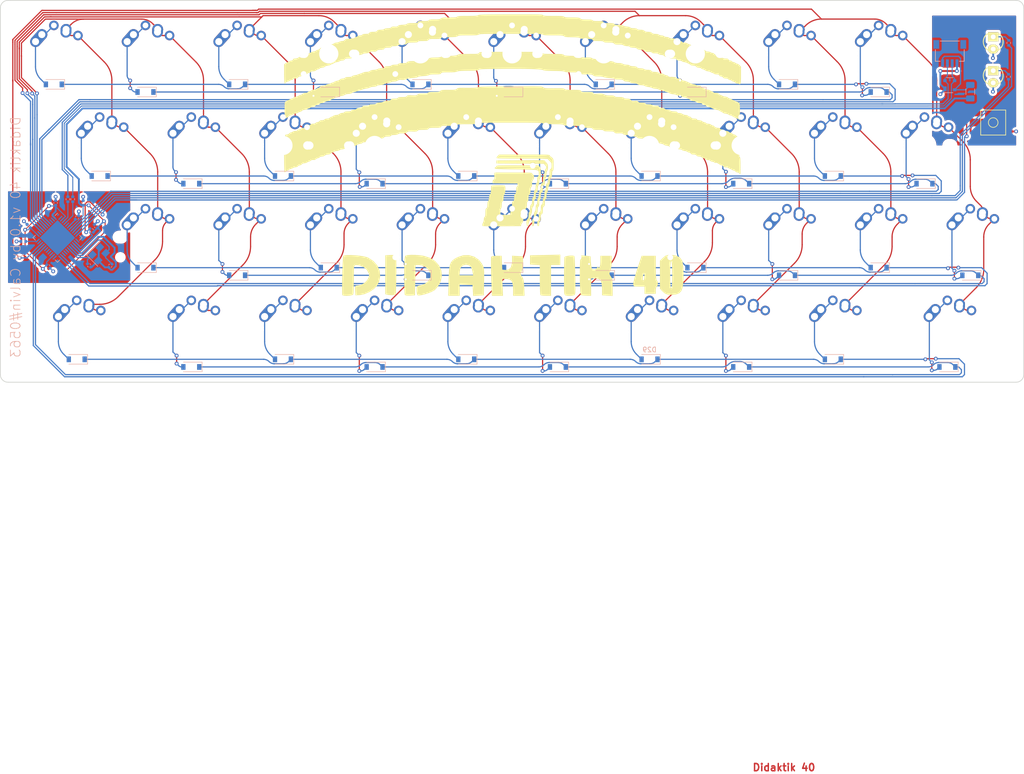
<source format=kicad_pcb>
(kicad_pcb (version 20211014) (generator pcbnew)
  (layers (0 "F.Cu" signal) (31 "B.Cu" signal) (34 "B.Paste" user) (35 "F.Paste" user) (36 "B.SilkS" user "B.Silkscreen") (37 "F.SilkS" user "F.Silkscreen") (38 "B.Mask" user) (39 "F.Mask" user) (44 "Edge.Cuts" user))
  (net 0 "")
  (net 1 "+5V")
  (net 2 "GND")
  (net 3 "Net-(C3-Pad2)")
  (net 4 "Net-(C4-Pad2)")
  (net 5 "Net-(C6-Pad1)")
  (net 6 "ROW0")
  (net 7 "Net-(D1-Pad2)")
  (net 8 "ROW2")
  (net 9 "Net-(D2-Pad2)")
  (net 10 "ROW4")
  (net 11 "Net-(D3-Pad2)")
  (net 12 "ROW6")
  (net 13 "Net-(D4-Pad2)")
  (net 14 "ROW1")
  (net 15 "Net-(D5-Pad2)")
  (net 16 "ROW3")
  (net 17 "Net-(D6-Pad2)")
  (net 18 "ROW5")
  (net 19 "Net-(D7-Pad2)")
  (net 20 "ROW7")
  (net 21 "Net-(D8-Pad2)")
  (net 22 "Net-(D9-Pad2)")
  (net 23 "Net-(D10-Pad2)")
  (net 24 "Net-(D11-Pad2)")
  (net 25 "Net-(D12-Pad2)")
  (net 26 "Net-(D13-Pad2)")
  (net 27 "Net-(D14-Pad2)")
  (net 28 "Net-(D15-Pad2)")
  (net 29 "Net-(D16-Pad2)")
  (net 30 "Net-(D17-Pad2)")
  (net 31 "Net-(D18-Pad2)")
  (net 32 "Net-(D19-Pad2)")
  (net 33 "Net-(D20-Pad2)")
  (net 34 "Net-(D21-Pad2)")
  (net 35 "Net-(D22-Pad2)")
  (net 36 "Net-(D23-Pad2)")
  (net 37 "Net-(D24-Pad2)")
  (net 38 "D-")
  (net 39 "D+")
  (net 40 "VCC")
  (net 41 "Net-(D26-Pad2)")
  (net 42 "Net-(D27-Pad2)")
  (net 43 "Net-(D28-Pad2)")
  (net 44 "Net-(D29-Pad2)")
  (net 45 "Net-(D30-Pad2)")
  (net 46 "Net-(D31-Pad2)")
  (net 47 "Net-(D32-Pad2)")
  (net 48 "Net-(D33-Pad2)")
  (net 49 "Net-(D34-Pad2)")
  (net 50 "Net-(D35-Pad2)")
  (net 51 "Net-(D36-Pad2)")
  (net 52 "Net-(D37-Pad2)")
  (net 53 "Net-(D38-Pad2)")
  (net 54 "Net-(D39-Pad2)")
  (net 55 "Net-(D40-Pad2)")
  (net 56 "Net-(D41-Pad2)")
  (net 57 "Net-(R1-Pad2)")
  (net 58 "Net-(R2-Pad2)")
  (net 59 "Net-(R3-Pad2)")
  (net 60 "Net-(R4-Pad1)")
  (net 61 "COL0")
  (net 62 "COL1")
  (net 63 "COL2")
  (net 64 "COL3")
  (net 65 "COL4")
  (net 77 "Net-(D42-Pad2)")
  (net 78 "Net-(D43-Pad2)")
  (net 79 "LED Power")
  (net 80 "LED capslock")
  (footprint "Keebio-Parts:MX-Alps-Choc-1U-NoLED" (layer "F.Cu") (at 50.8 60.325)
    (fp_text reference "SW3" hide)
    (fp_text value "SW_Push_45deg")
  )
  (footprint "Keebio-Parts:MX-Alps-Choc-1U-NoLED" (layer "F.Cu") (at 136.525 79.375)
    (fp_text reference "SW20" hide)
    (fp_text value "SW_Push_45deg")
  )
  (footprint "Keebio-Parts:MX-Alps-Choc-1U-NoLED" (layer "F.Cu") (at 79.375 41.275)
    (fp_text reference "SW10" hide)
    (fp_text value "SW_Push_45deg")
  )
  (footprint "Keebio-Parts:MX-Alps-Choc-1U-NoLED" (layer "F.Cu") (at 69.85 98.425)
    (fp_text reference "SW9" hide)
    (fp_text value "SW_Push_45deg")
  )
  (footprint "Keebio-Parts:MX-Alps-Choc-1U-NoLED" (layer "F.Cu") (at 98.425 79.375)
    (fp_text reference "SW12" hide)
    (fp_text value "SW_Push_45deg")
  )
  (footprint "Keebio-Parts:MX-Alps-Choc-1U-NoLED" (layer "F.Cu") (at 184.15 60.325)
    (fp_text reference "SW31" hide)
    (fp_text value "SW_Push_45deg")
  )
  (footprint "Keebio-Parts:MX-Alps-Choc-1U-NoLED" (layer "F.Cu") (at 146.05 60.325)
    (fp_text reference "SW23" hide)
    (fp_text value "SW_Push_45deg")
  )
  (footprint "Keebio-Parts:MX-Alps-Choc-1U-NoLED" (layer "F.Cu") (at 46.0375 98.425)
    (fp_text reference "SW5" hide)
    (fp_text value "SW_Push_45deg")
  )
  (footprint "Keebio-Parts:MX-Alps-Choc-1U-NoLED" (layer "F.Cu") (at 231.775 79.375)
    (fp_text reference "SW40" hide)
    (fp_text value "SW_Push_45deg")
  )
  (footprint "Keebio-Parts:MX-Alps-Choc-1U-NoLED" (layer "F.Cu") (at 193.675 41.275)
    (fp_text reference "SW34" hide)
    (fp_text value "SW_Push_45deg")
  )
  (footprint "Keebio-Parts:LED_3mm" (layer "F.Cu") (at 236.5375 46.0375 90)
    (fp_text reference "D42" hide)
    (fp_text value "LED" hide)
  )
  (footprint "Keebio-Parts:MX-Alps-Choc-1U-NoLED" (layer "F.Cu") (at 127 60.325)
    (fp_text reference "SW19" hide)
    (fp_text value "SW_Push_45deg")
  )
  (footprint "Keebio-Parts:MX-Alps-Choc-1U-NoLED" (layer "F.Cu") (at 165.1 60.325)
    (fp_text reference "SW27" hide)
    (fp_text value "SW_Push_45deg")
  )
  (footprint "Keebio-Parts:MX-Alps-Choc-1U-NoLED" (layer "F.Cu") (at 212.725 41.275)
    (fp_text reference "SW38" hide)
    (fp_text value "SW_Push_45deg")
  )
  (footprint "Keebio-Parts:MX-Alps-Choc-1U-NoLED" (layer "F.Cu") (at 107.95 60.325)
    (fp_text reference "SW15" hide)
    (fp_text value "SW_Push_45deg")
  )
  (footprint "Keebio-Parts:MX-Alps-Choc-1U-NoLED" (layer "F.Cu") (at 193.675 79.375)
    (fp_text reference "SW32" hide)
    (fp_text value "SW_Push_45deg")
  )
  (footprint "Keebio-Parts:MX-Alps-Choc-1U-NoLED" (layer "F.Cu") (at 127 98.425)
    (fp_text reference "SW21" hide)
    (fp_text value "SW_Push_45deg")
  )
  (footprint "Keebio-Parts:MX-Alps-Choc-1U-NoLED" (layer "F.Cu") (at 69.85 60.325)
    (fp_text reference "SW7" hide)
    (fp_text value "SW_Push_45deg")
  )
  (footprint "Keebio-Parts:MX-Alps-Choc-1U-NoLED" (layer "F.Cu") (at 88.9 60.325)
    (fp_text reference "SW11" hide)
    (fp_text value "SW_Push_45deg")
  )
  (footprint "Keebio-Parts:MX-Alps-Choc-1U-NoLED" (layer "F.Cu") (at 98.425 41.275)
    (fp_text reference "SW14" hide)
    (fp_text value "SW_Push_45deg")
  )
  (footprint "LOGO" (layer "F.Cu") (at 136.525 65.0875)
    (fp_text reference "G***" hide)
    (fp_text value "LOGO" hide)
  )
  (footprint "Keebio-Parts:MX-Alps-Choc-1U-NoLED" (layer "F.Cu") (at 227.0125 98.425)
    (fp_text reference "SW41" hide)
    (fp_text value "SW_Push_45deg")
  )
  (footprint "Keebio-Parts:MX-Alps-Choc-1U-NoLED" (layer "F.Cu") (at 174.625 41.275)
    (fp_text reference "SW30" hide)
    (fp_text value "SW_Push_45deg")
  )
  (footprint "Keebio-Parts:MX-Alps-Choc-1U-NoLED" (layer "F.Cu") (at 79.375 79.375)
    (fp_text reference "SW8" hide)
    (fp_text value "SW_Push_45deg")
  )
  (footprint "Keebio-Parts:MX-Alps-Choc-1U-NoLED" (layer "F.Cu") (at 117.475 41.275)
    (fp_text reference "SW18" hide)
    (fp_text value "SW_Push_45deg")
  )
  (footprint "Keebio-Parts:MX-Alps-Choc-1U-NoLED" (layer "F.Cu") (at 155.575 79.375)
    (fp_text reference "SW24" hide)
    (fp_text value "SW_Push_45deg")
  )
  (footprint "Keebio-Parts:MX-Alps-Choc-1U-NoLED" (layer "F.Cu") (at 41.28668 41.275)
    (fp_text reference "SW2" hide)
    (fp_text value "SW_Push_45deg")
  )
  (footprint "Keebio-Parts:LED_3mm" (layer "F.Cu") (at 236.5375 39.01 90)
    (fp_text reference "D43" hide)
    (fp_text value "LED" hide)
  )
  (footprint "Keebio-Parts:MX-Alps-Choc-1U-NoLED" (layer "F.Cu") (at 174.625 79.375)
    (fp_text reference "SW28" hide)
    (fp_text value "SW_Push_45deg")
  )
  (footprint "Keebio-Parts:MX-Alps-Choc-1U-NoLED" (layer "F.Cu") (at 88.9 98.425)
    (fp_text reference "SW13" hide)
    (fp_text value "SW_Push_45deg")
  )
  (footprint "Keebio-Parts:MX-Alps-Choc-1U-NoLED" (layer "F.Cu") (at 212.725 79.375)
    (fp_text reference "SW36" hide)
    (fp_text value "SW_Push_45deg")
  )
  (footprint "Keebio-Parts:MX-Alps-Choc-1U-NoLED" (layer "F.Cu") (at 60.325 41.275)
    (fp_text reference "SW6" hide)
    (fp_text value "SW_Push_45deg")
  )
  (footprint "Keebio-Parts:MX-Alps-Choc-1U-NoLED" (layer "F.Cu") (at 146.05 98.425)
    (fp_text reference "SW25" hide)
    (fp_text value "SW_Push_45deg")
  )
  (footprint "Keebio-Parts:MX-Alps-Choc-1U-NoLED" (layer "F.Cu") (at 155.575 41.275)
    (fp_text reference "SW26" hide)
    (fp_text value "SW_Push_45deg")
  )
  (footprint "Keebio-Parts:MX-Alps-Choc-1U-NoLED" (layer "F.Cu") (at 203.2 60.325)
    (fp_text reference "SW35" hide)
    (fp_text value "SW_Push_45deg")
  )
  (footprint "LOGO" (layer "F.Cu") (at 136.525 87.3125)
    (fp_text reference "G***" hide)
    (fp_text value "LOGO" hide)
  )
  (footprint "Keebio-Parts:MX-Alps-Choc-1U-NoLED" (layer "F.Cu") (at 60.325 79.375)
    (fp_text reference "SW4" hide)
    (fp_text value "SW_Push_45deg")
  )
  (footprint "Keebio-Parts:MX-Alps-Choc-1U-NoLED" (layer "F.Cu") (at 203.2 98.425)
    (fp_text reference "SW37" hide)
    (fp_text value "SW_Push_45deg")
  )
  (footprint "Keebio-Parts:MX-Alps-Choc-1U-NoLED" (layer "F.Cu") (at 222.25 60.325)
    (fp_text reference "SW39" hide)
    (fp_text value "SW_Push_45deg")
  )
  (footprint "random-keyboard-parts:SKQG-1155865" (layer "F.Cu") (at 236.5375 55.5625)
    (fp_text reference "SW1" hide)
    (fp_text value "SW_Push")
  )
  (footprint "Keebio-Parts:MX-Alps-Choc-1U-NoLED" (layer "F.Cu") (at 136.525 41.275)
    (fp_text reference "SW22" hide)
    (fp_text value "SW_Push_45deg")
  )
  (footprint "Keebio-Parts:MX-Alps-Choc-1U-NoLED" (layer "F.Cu") (at 117.475 79.375)
    (fp_text reference "SW16" hide)
    (fp_text value "SW_Push_45deg")
  )
  (footprint "Keebio-Parts:MX-Alps-Choc-1U-NoLED" (layer "F.Cu") (at 184.15 98.425)
    (fp_text reference "SW33" hide)
    (fp_text value "SW_Push_45deg")
  )
  (footprint "Keebio-Parts:MX-Alps-Choc-1U-NoLED" (layer "F.Cu") (at 165.1 98.425)
    (fp_text reference "SW29" hide)
    (fp_text value "SW_Push_45deg")
  )
  (footprint "Keebio-Parts:MX-Alps-Choc-1U-NoLED" (layer "F.Cu") (at 107.95 98.425)
    (fp_text reference "SW17" hide)
    (fp_text value "SW_Push_45deg")
  )
  (footprint "Diode_SMD:D_SOD-123" (layer "B.Cu") (at 165.1 104.775 180)
    (fp_text reference "D29")
    (fp_text value "D_Small")
  )
  (footprint "random-keyboard-parts:JST-SR-4" (layer "B.Cu") (at 227.5125 38.421)
    (fp_text reference "J1" hide)
    (fp_text value "Conn_01x04_MountingPin")
  )
  (footprint "Diode_SMD:D_SOD-123" (layer "B.Cu") (at 69.85 68.2625 180)
    (fp_text reference "D6" hide)
    (fp_text value "D_Small")
  )
  (footprint "Capacitor_SMD:C_0402_1005Metric" (layer "B.Cu") (at 41.656 72.263 90)
    (fp_text reference "C1" hide)
    (fp_text value "0.1uF")
  )
  (footprint "Diode_SMD:D_SOD-123" (layer "B.Cu") (at 107.95 68.2625 180)
    (fp_text reference "D14" hide)
    (fp_text value "D_Small")
  )
  (footprint "Diode_SMD:D_SOD-123" (layer "B.Cu") (at 231.775 87.3125 180)
    (fp_text reference "D40" hide)
    (fp_text value "D_Small")
  )
  (footprint "Diode_SMD:D_SOD-123" (layer "B.Cu") (at 69.85 106.3625 180)
    (fp_text reference "D8" hide)
    (fp_text value "D_Small")
  )
  (footprint "Diode_SMD:D_SOD-123" (layer "B.Cu") (at 60.325 85.725 180)
    (fp_text reference "D3" hide)
    (fp_text value "D_Small")
  )
  (footprint "Diode_SMD:D_SOD-123" (layer "B.Cu") (at 212.725 85.725 180)
    (fp_text reference "D36" hide)
    (fp_text value "D_Small")
  )
  (footprint "Diode_SMD:D_SOD-123" (layer "B.Cu") (at 193.675 87.3125 180)
    (fp_text reference "D32" hide)
    (fp_text value "D_Small")
  )
  (footprint "Capacitor_SMD:C_0402_1005Metric" (layer "B.Cu") (at 53.0225 85.316669 45)
    (fp_text reference "C4" hide)
    (fp_text value "22pF")
  )
  (footprint "Diode_SMD:D_SOD-123" (layer "B.Cu") (at 41.275 47.625 180)
    (fp_text reference "D1" hide)
    (fp_text value "D_Small")
  )
  (footprint "Resistor_SMD:R_0402_1005Metric" (layer "B.Cu") (at 34.925 80.264 180)
    (fp_text reference "R4" hide)
    (fp_text value "10k")
  )
  (footprint "Crystal:Crystal_SMD_3225-4Pin_3.2x2.5mm" (layer "B.Cu") (at 50.673 82.871919 45)
    (fp_text reference "Y1" hide)
    (fp_text value "Crystal_GND24_Small")
  )
  (footprint "Diode_SMD:D_SOD-123" (layer "B.Cu") (at 117.475 87.3125 180)
    (fp_text reference "D15" hide)
    (fp_text value "D_Small")
  )
  (footprint "Package_DFN_QFN:QFN-44-1EP_7x7mm_P0.5mm_EP5.2x5.2mm" (layer "B.Cu") (at 42.037 79.502 -135)
    (fp_text reference "U1" hide)
    (fp_text value "ATmega32U4-M")
  )
  (footprint "Package_TO_SOT_SMD:SOT-143" (layer "B.Cu") (at 227.5125 47.802)
    (fp_text reference "D25" hide)
    (fp_text value "PRTR5V0U2X")
  )
  (footprint "Diode_SMD:D_SOD-123" (layer "B.Cu") (at 193.675 47.625 180)
    (fp_text reference "D34" hide)
    (fp_text value "D_Small")
  )
  (footprint "Diode_SMD:D_SOD-123" (layer "B.Cu") (at 155.575 87.3125 180)
    (fp_text reference "D23" hide)
    (fp_text value "D_Small")
  )
  (footprint "Diode_SMD:D_SOD-123" (layer "B.Cu") (at 136.525 49.2125 180)
    (fp_text reference "D21" hide)
    (fp_text value "D_Small")
  )
  (footprint "Diode_SMD:D_SOD-123" (layer "B.Cu") (at 222.25 68.2625 180)
    (fp_text reference "D39" hide)
    (fp_text value "D_Small")
  )
  (footprint "Diode_SMD:D_SOD-123" (layer "B.Cu") (at 174.625 49.2125 180)
    (fp_text reference "D30" hide)
    (fp_text value "D_Small")
  )
  (footprint "Diode_SMD:D_SOD-123" (layer "B.Cu") (at 227.0125 106.3625 180)
    (fp_text reference "D41" hide)
    (fp_text value "D_Small")
  )
  (footprint "Diode_SMD:D_SOD-123" (layer "B.Cu") (at 127 104.775 180)
    (fp_text reference "D20" hide)
    (fp_text value "D_Small")
  )
  (footprint "Diode_SMD:D_SOD-123" (layer "B.Cu") (at 146.05 106.3625 180)
    (fp_text reference "D24" hide)
    (fp_text value "D_Small")
  )
  (footprint "Diode_SMD:D_SOD-123" (layer "B.Cu") (at 155.575 47.625 180)
    (fp_text reference "D26" hide)
    (fp_text value "D_Small")
  )
  (footprint "Diode_SMD:D_SOD-123" (layer "B.Cu") (at 146.05 68.2625 180)
    (fp_text reference "D22" hide)
    (fp_text value "D_Small")
  )
  (footprint "Diode_SMD:D_SOD-123" (layer "B.Cu") (at 98.425 49.2125 180)
    (fp_text reference "D13" hide)
    (fp_text value "D_Small")
  )
  (footprint "Capacitor_SMD:C_0402_1005Metric" (layer "B.Cu") (at 48.6055 85.253169 135)
    (fp_text reference "C3" hide)
    (fp_text value "22pF")
  )
  (footprint "Diode_SMD:D_SOD-123" (layer "B.Cu") (at 79.375 87.3125 180)
    (fp_text reference "D7" hide)
    (fp_text value "D_Small")
  )
  (footprint "Diode_SMD:D_SOD-123" (layer "B.Cu") (at 46.0375 104.775 180)
    (fp_text reference "D4" hide)
    (fp_text value "D_Small")
  )
  (footprint "Resistor_SMD:R_0402_1005Metric" (layer "B.Cu") (at 45.212 71.501 -90)
    (fp_text reference "R2" hide)
    (fp_text value "22")
  )
  (footprint "Diode_SMD:D_SOD-123" (layer "B.Cu") (at 212.725 49.2125 180)
    (fp_text reference "D38" hide)
    (fp_text value "D_Small")
  )
  (footprint "Resistor_SMD:R_0402_1005Metric" (layer "B.Cu") (at 49.149 77.978 135)
    (fp_text reference "R3" hide)
    (fp_text value "10k")
  )
  (footprint "Diode_SMD:D_SOD-123" (layer "B.Cu") (at 184.15 68.2625 180)
    (fp_text reference "D31" hide)
    (fp_text value "D_Small")
  )
  (footprint "Diode_SMD:D_SOD-123" (layer "B.Cu") (at 50.8 66.675 180)
    (fp_text reference "D2" hide)
    (fp_text value "D_Small")
  )
  (footprint "Diode_SMD:D_SOD-123" (layer "B.Cu") (at 79.375 47.625 180)
    (fp_text reference "D9" hide)
    (fp_text value "D_Small")
  )
  (footprint "Diode_SMD:D_SOD-123" (layer "B.Cu") (at 88.9 104.775 180)
    (fp_text reference "D12" hide)
    (fp_text value "D_Small")
  )
  (footprint "Diode_SMD:D_SOD-123" (layer "B.Cu") (at 203.2 66.675 180)
    (fp_text reference "D35" hide)
    (fp_text value "D_Small")
  )
  (footprint "Resistor_SMD:R_0402_1005Metric" (layer "B.Cu") (at 239.769074 39.002851 90)
    (fp_text reference "R9" hide)
    (fp_text value "220 ohm")
  )
  (footprint "Fuse:Fuse_1206_3216Metric" (layer "B.Cu") (at 231.775 49.149 -90)
    (fp_text reference "F1" hide)
    (fp_text value "500mA")
  )
  (footprint "Diode_SMD:D_SOD-123" (layer "B.Cu") (at 184.15 106.3625 180)
    (fp_text reference "D33" hide)
    (fp_text value "D_Small")
  )
  (footprint "Diode_SMD:D_SOD-123" (layer "B.Cu") (at 117.475 47.625 180)
    (fp_text reference "D17" hide)
    (fp_text value "D_Small")
  )
  (footprint "Diode_SMD:D_SOD-123" (layer "B.Cu") (at 165.1 66.675 180)
    (fp_text reference "D27" hide)
    (fp_text value "D_Small")
  )
  (footprint "Diode_SMD:D_SOD-123" (layer "B.Cu") (at 107.95 106.3625 180)
    (fp_text reference "D16" hide)
    (fp_text value "D_Small")
  )
  (footprint "Diode_SMD:D_SOD-123" (layer "B.Cu") (at 174.625 85.725 180)
    (fp_text reference "D28" hide)
    (fp_text value "D_Small")
  )
  (footprint "Diode_SMD:D_SOD-123" (layer "B.Cu") (at 127 66.675 180)
    (fp_text reference "D18" hide)
    (fp_text value "D_Small")
  )
  (footprint "Resistor_SMD:R_0402_1005Metric" (layer "B.Cu") (at 239.7125 46.0375 90)
    (fp_text reference "R8" hide)
    (fp_text value "220 ohm")
  )
  (footprint "Diode_SMD:D_SOD-123" (layer "B.Cu") (at 60.325 49.2125 180)
    (fp_text reference "D5" hide)
    (fp_text value "D_Small")
  )
  (footprint "Diode_SMD:D_SOD-123" (layer "B.Cu") (at 136.525 85.725 180)
    (fp_text reference "D19" hide)
    (fp_text value "D_Small")
  )
  (footprint "Capacitor_SMD:C_0402_1005Metric" (layer "B.Cu") (at 36.068 77.089 135)
    (fp_text reference "C5" hide)
    (fp_text value "0.1uF")
  )
  (footprint "Diode_SMD:D_SOD-123" (layer "B.Cu") (at 88.9 66.675 180)
    (fp_text reference "D10" hide)
    (fp_text value "D_Small")
  )
  (footprint "Resistor_SMD:R_0402_1005Metric" (layer "B.Cu") (at 44.196 71.501 -90)
    (fp_text reference "R1" hide)
    (fp_text value "22")
  )
  (footprint "Capacitor_SMD:C_0402_1005Metric" (layer "B.Cu") (at 50.038 77.089 135)
    (fp_text reference "C7" hide)
    (fp_text value "0.1uF")
  )
  (footprint "Capacitor_SMD:C_0402_1005Metric" (layer "B.Cu") (at 46.101 75.311 45)
    (fp_text reference "C6" hide)
    (fp_text value "1uF")
  )
  (footprint "Diode_SMD:D_SOD-123" (layer "B.Cu") (at 203.2 104.775 180)
    (fp_text reference "D37" hide)
    (fp_text value "D_Small")
  )
  (footprint "Capacitor_SMD:C_0402_1005Metric" (layer "B.Cu") (at 40.132 85.471 -45)
    (fp_text reference "C2" hide)
    (fp_text value "0.1uF")
  )
  (footprint "Capacitor_SMD:C_0402_1005Metric" (layer "B.Cu") (at 47.371 72.263 90)
    (fp_text reference "C8" hide)
    (fp_text value "10uF")
  )
  (footprint "Diode_SMD:D_SOD-123" (layer "B.Cu") (at 98.425 85.725 180)
    (fp_text reference "D11" hide)
    (fp_text value "D_Small")
  )
  (gr_arc (start 31.75 109.5375) (mid 30.627468 109.072532) (end 30.1625 107.95) (layer "Edge.Cuts") (width 0.15))
  (gr_line (start 31.75 30.1625) (end 241.3 30.1625) (layer "Edge.Cuts") (width 0.15))
  (gr_line (start 30.1625 107.95) (end 30.1625 31.75) (layer "Edge.Cuts") (width 0.15))
  (gr_arc (start 242.8875 107.95) (mid 242.422532 109.072532) (end 241.3 109.5375) (layer "Edge.Cuts") (width 0.15))
  (gr_line (start 241.3 109.5375) (end 31.75 109.5375) (layer "Edge.Cuts") (width 0.15))
  (gr_arc (start 241.3 30.1625) (mid 242.422532 30.627468) (end 242.8875 31.75) (layer "Edge.Cuts") (width 0.15))
  (gr_arc (start 30.1625 31.75) (mid 30.627468 30.627468) (end 31.75 30.1625) (layer "Edge.Cuts") (width 0.15))
  (gr_line (start 242.8875 31.75) (end 242.8875 107.95) (layer "Edge.Cuts") (width 0.15))
  (gr_text "Didaktik 40\n" (at 193.04 189.611) (layer "F.Cu") (effects (font (size 1.5 1.5) (thickness 0.3))))
  (gr_text "Didaktik 40 v1.0 by Calvin#0563" (at 33.3375 79.375 90) (layer "B.SilkS") (effects (font (size 2 2)) (justify mirror)))
  (segment (start 51.943 78.232) (end 42.291 87.884) (width 0.2) (layer "F.Cu") (net 1))
  (segment (start 51.943 76.2) (end 51.943 78.232) (width 0.2) (layer "F.Cu") (net 1))
  (segment (start 48.514 72.771) (end 51.943 76.2) (width 0.2) (layer "F.Cu") (net 1))
  (segment (start 35.306 77.851) (end 40.259 72.898) (width 0.2) (layer "F.Cu") (net 1))
  (segment (start 35.306 82.296) (end 35.306 77.851) (width 0.2) (layer "F.Cu") (net 1))
  (segment (start 40.894 87.884) (end 35.306 82.296) (width 0.2) (layer "F.Cu") (net 1))
  (segment (start 42.291 87.884) (end 40.894 87.884) (width 0.2) (layer "F.Cu") (net 1))
  (via (at 48.514 72.771) (size 0.8) (drill 0.4) (layers "F.Cu" "B.Cu") (net 1))
  (via (at 40.259 72.898) (size 0.8) (drill 0.4) (layers "F.Cu" "B.Cu") (net 1))
  (via (at 38.989 85.979) (size 0.8) (drill 0.4) (layers "F.Cu" "B.Cu") (net 1))
  (via (at 51.689 76.073) (size 0.8) (drill 0.4) (layers "F.Cu" "B.Cu") (net 1))
  (via (at 35.306 77.851) (size 0.8) (drill 0.4) (layers "F.Cu" "B.Cu") (net 1))
  (segment (start 226.473172 52.6045) (end 224.282 52.6045) (width 0.381) (layer "B.Cu") (net 1))
  (segment (start 41.656 72.743) (end 41.656 73.025) (width 0.2) (layer "B.Cu") (net 1))
  (segment (start 41.021 74.676) (end 41.021 74.928547) (width 0.381) (layer "B.Cu") (net 1))
  (segment (start 46.607865 81.951545) (end 46.607865 81.986955) (width 0.3) (layer "B.Cu") (net 1))
  (segment (start 43.942 55.9175) (end 43.942 64.77) (width 0.381) (layer "B.Cu") (net 1))
  (segment (start 41.501 72.898) (end 41.656 72.743) (width 0.2) (layer "B.Cu") (net 1))
  (segment (start 47.371 72.743) (end 48.486 72.743) (width 0.2) (layer "B.Cu") (net 1))
  (segment (start 39.792589 84.540411) (end 39.792589 85.131589) (width 0.2) (layer "B.Cu") (net 1))
  (segment (start 41.021 74.928547) (end 41.455758 75.363305) (width 0.381) (layer "B.Cu") (net 1))
  (segment (start 36.407411 77.428411) (end 37.888798 78.909798) (width 0.2) (layer "B.Cu") (net 1))
  (segment (start 50.927 77.978) (end 50.927 78.102618) (width 0.3) (layer "B.Cu") (net 1))
  (segment (start 43.688 75.057) (end 43.017182 75.727818) (width 0.2) (layer "B.Cu") (net 1))
  (segment (start 46.860035 82.169) (end 46.863 82.169) (width 0.3) (layer "B.Cu") (net 1))
  (segment (start 49.53 79.502) (end 49.784 79.248) (width 0.3) (layer "B.Cu") (net 1))
  (segment (start 47.371 72.743) (end 47.371 74.93) (width 0.2) (layer "B.Cu") (net 1))
  (segment (start 43.017182 75.727818) (end 42.982755 75.727818) (width 0.2) (layer "B.Cu") (net 1))
  (segment (start 37.888798 78.909798) (end 37.909264 78.909798) (width 0.2) (layer "B.Cu") (net 1))
  (segment (start 46.962 72.743) (end 47.371 72.743) (width 0.381) (layer "B.Cu") (net 1))
  (segment (start 231.775 50.549) (end 228.528672 50.549) (width 0.381) (layer "B.Cu") (net 1))
  (segment (start 41.656 74.041) (end 41.021 74.676) (width 0.381) (layer "B.Cu") (net 1))
  (segment (start 43.942 64.77) (end 46.482 67.31) (width 0.381) (layer "B.Cu") (net 1))
  (segment (start 49.53 79.499618) (end 49.53 79.502) (width 0.3) (layer "B.Cu") (net 1))
  (segment (start 41.656 72.743) (end 41.656 74.041) (width 0.381) (layer "B.Cu") (net 1))
  (segment (start 36.407411 77.428411) (end 36.363589 77.428411) (width 0.2) (layer "B.Cu") (net 1))
  (segment (start 46.863 82.169) (end 49.53 79.502) (width 0.3) (layer "B.Cu") (net 1))
  (segment (start 41.091245 83.276182) (end 41.056818 83.276182) (width 0.2) (layer "B.Cu") (net 1))
  (segment (start 46.482 72.263) (end 46.962 72.743) (width 0.381) (layer "B.Cu") (net 1))
  (segment (start 44.805415 77.495585) (end 44.750522 77.495585) (width 0.2) (layer "B.Cu") (net 1))
  (segment (start 39.792589 85.175411) (end 38.989 85.979) (width 0.2) (layer "B.Cu") (net 1))
  (segment (start 50.927 78.102618) (end 49.53 79.499618) (width 0.3) (layer "B.Cu") (net 1))
  (segment (start 49.509624 78.338624) (end 49.509624 78.296198) (width 0.381) (layer "B.Cu") (net 1))
  (segment (start 46.99 75.311) (end 44.805415 77.495585) (width 0.2) (layer "B.Cu") (net 1))
  (segment (start 35.941 77.851) (end 35.306 77.851) (width 0.2) (layer "B.Cu") (net 1))
  (segment (start 45.457629 80.801309) (end 46.607865 81.951545) (width 0.3) (layer "B.Cu") (net 1))
  (segment (start 224.271 52.6155) (end 47.244 52.6155) (width 0.381) (layer "B.Cu") (net 1))
  (segment (start 47.371 74.93) (end 46.99 75.311) (width 0.2) (layer "B.Cu") (net 1))
  (segment (start 41.056818 83.276182) (end 39.792589 84.540411) (width 0.2) (layer "B.Cu") (net 1))
  (segment (start 41.656 73.025) (end 43.688 75.057) (width 0.2) (layer "B.Cu") (net 1))
  (segment (start 48.486 72.743) (end 48.514 72.771) (width 0.2) (layer "B.Cu") (net 1))
  (segment (start 36.363589 77.428411) (end 35.941 77.851) (width 0.2) (layer "B.Cu") (net 1))
  (segment (start 228.528672 50.549) (end 226.473172 52.6045) (width 0.381) (layer "B.Cu") (net 1))
  (segment (start 50.927 77.978) (end 50.377411 77.428411) (width 0.3) (layer "B.Cu") (net 1))
  (segment (start 47.244 52.6155) (end 43.942 55.9175) (width 0.381) (layer "B.Cu") (net 1))
  (segment (start 46.78991 82.169) (end 46.860035 82.169) (width 0.3) (layer "B.Cu") (net 1))
  (segment (start 49.509624 78.296198) (end 50.377411 77.428411) (width 0.381) (layer "B.Cu") (net 1))
  (segment (start 224.282 52.6045) (end 224.271 52.6155) (width 0.381) (layer "B.Cu") (net 1))
  (segment (start 39.792589 85.131589) (end 39.792589 85.175411) (width 0.2) (layer "B.Cu") (net 1))
  (segment (start 46.482 67.31) (end 46.482 72.263) (width 0.381) (layer "B.Cu") (net 1))
  (segment (start 50.377411 77.384589) (end 51.689 76.073) (width 0.3) (layer "B.Cu") (net 1))
  (segment (start 50.377411 77.428411) (end 50.377411 77.384589) (width 0.3) (layer "B.Cu") (net 1))
  (segment (start 40.259 72.898) (end 41.501 72.898) (width 0.2) (layer "B.Cu") (net 1))
  (segment (start 47.117 75.184) (end 46.99 75.311) (width 0.2) (layer "B.Cu") (net 1))
  (segment (start 46.607865 81.986955) (end 46.78991 82.169) (width 0.3) (layer "B.Cu") (net 1))
  (segment (start 241.2915 57.4125) (end 241.3 57.404) (width 0.381) (layer "F.Cu") (net 2))
  (segment (start 225.552 44.847) (end 228.981 44.847) (width 0.381) (layer "F.Cu") (net 2))
  (segment (start 239.6375 57.4125) (end 241.2915 57.4125) (width 0.381) (layer "F.Cu") (net 2))
  (via (at 35.052 76.073) (size 0.8) (drill 0.4) (layers "F.Cu" "B.Cu") (net 2))
  (via (at 50.419 76.073) (size 0.8) (drill 0.4) (layers "F.Cu" "B.Cu") (net 2))
  (via (at 241.3 57.404) (size 0.8) (drill 0.4) (layers "F.Cu" "B.Cu") (net 2))
  (via (at 225.552 44.847) (size 0.8) (drill 0.4) (layers "F.Cu" "B.Cu") (net 2))
  (via (at 41.148 86.487) (size 0.8) (drill 0.4) (layers "F.Cu" "B.Cu") (net 2))
  (via (at 33.528 80.264) (size 0.8) (drill 0.4) (layers "F.Cu" "B.Cu") (net 2))
  (via (at 225.552 49.657) (size 0.8) (drill 0.4) (layers "F.Cu" "B.Cu") (net 2))
  (via (at 236.474 42.164) (size 0.8) (drill 0.4) (layers "F.Cu" "B.Cu") (net 2))
  (via (at 46.482 74.041) (size 0.8) (drill 0.4) (layers "F.Cu" "B.Cu") (net 2))
  (via (at 41.656 70.993) (size 0.8) (drill 0.4) (layers "F.Cu" "B.Cu") (net 2))
  (via (at 236.474 49.149) (size 0.8) (drill 0.4) (layers "F.Cu" "B.Cu") (net 2))
  (via (at 47.371 70.993) (size 0.8) (drill 0.4) (layers "F.Cu" "B.Cu") (net 2))
  (via (at 228.981 44.847) (size 0.8) (drill 0.4) (layers "F.Cu" "B.Cu") (net 2))
  (segment (start 34.415 80.264) (end 33.528 80.264) (width 0.2) (layer "B.Cu") (net 2))
  (segment (start 52.0065 79.6925) (end 51.6255 79.3115) (width 0.381) (layer "B.Cu") (net 2))
  (segment (start 53.1495 86.1695) (end 53.4035 86.1695) (width 0.381) (layer "B.Cu") (net 2))
  (segment (start 53.9115 82.6135) (end 53.9115 81.5975) (width 0.381) (layer "B.Cu") (net 2))
  (segment (start 236.5375 42.1005) (end 236.474 42.164) (width 0.381) (layer "B.Cu") (net 2))
  (segment (start 52.683089 85.703089) (end 53.1495 86.1695) (width 0.381) (layer "B.Cu") (net 2))
  (segment (start 47.371 71.783) (end 47.371 70.993) (width 0.2) (layer "B.Cu") (net 2))
  (segment (start 53.4035 86.1695) (end 54.1655 85.4075) (width 0.381) (layer "B.Cu") (net 2))
  (segment (start 40.471411 85.810411) (end 41.148 86.487) (width 0.2) (layer "B.Cu") (net 2))
  (segment (start 49.15442 85.59258) (end 50.496223 84.250777) (width 0.381) (layer "B.Cu") (net 2))
  (segment (start 45.104076 81.190272) (end 46.609 82.695196) (width 0.3) (layer "B.Cu") (net 2))
  (segment (start 226.5125 48.6965) (end 225.552 49.657) (width 0.381) (layer "B.Cu") (net 2))
  (segment (start 53.9115 81.5975) (end 52.0065 79.6925) (width 0.381) (layer "B.Cu") (net 2))
  (segment (start 54.1655 85.4075) (end 54.1655 84.6455) (width 0.381) (layer "B.Cu") (net 2))
  (segment (start 46.609 82.695196) (end 47.098804 82.695196) (width 0.3) (layer "B.Cu") (net 2))
  (segment (start 46.440411 74.082589) (end 46.482 74.041) (width 0.381) (layer "B.Cu") (net 2))
  (segment (start 53.1495 83.5025) (end 53.1495 83.3755) (width 0.381) (layer "B.Cu") (net 2))
  (segment (start 50.603881 81.738957) (end 50.849777 81.493061) (width 0.381) (layer "B.Cu") (net 2))
  (segment (start 236.5375 47.3075) (end 236.5375 49.0855) (width 0.381) (layer "B.Cu") (net 2))
  (segment (start 225.552 47.5915) (end 226.5125 48.552) (width 0.381) (layer "B.Cu") (net 2))
  (segment (start 51.901526 85.65608) (end 50.496223 84.250777) (width 0.381) (layer "B.Cu") (net 2))
  (segment (start 47.098804 82.695196) (end 50.4825 79.3115) (width 0.3) (layer "B.Cu") (net 2))
  (segment (start 45.104076 81.154862) (end 45.104076 81.190272) (width 0.3) (layer "B.Cu") (net 2))
  (segment (start 52.683089 85.65608) (end 52.683089 85.703089) (width 0.381) (layer "B.Cu") (net 2))
  (segment (start 48.944911 85.59258) (end 49.15442 85.59258) (width 0.381) (layer "B.Cu") (net 2))
  (segment (start 49.698589 76.749589) (end 49.742411 76.749589) (width 0.381) (layer "B.Cu") (net 2))
  (segment (start 41.656 71.783) (end 41.656 70.993) (width 0.2) (layer "B.Cu") (net 2))
  (segment (start 226.5125 48.552) (end 226.5125 48.6965) (width 0.381) (layer "B.Cu") (net 2))
  (segment (start 50.496223 84.250777) (end 50.603881 84.143119) (width 0.381) (layer "B.Cu") (net 2))
  (segment (start 236.5375 40.28) (end 236.5375 42.1005) (width 0.381) (layer "B.Cu") (net 2))
  (segment (start 225.552 44.847) (end 225.552 47.5915) (width 0.381) (layer "B.Cu") (net 2))
  (segment (start 54.1655 84.5185) (end 53.1495 83.5025) (width 0.381) (layer "B.Cu") (net 2))
  (segment (start 53.1495 83.3755) (end 53.9115 82.6135) (width 0.381) (layer "B.Cu") (net 2))
  (segment (start 50.603881 84.143119) (end 50.603881 81.738957) (width 0.381) (layer "B.Cu") (net 2))
  (segment (start 51.6255 79.3115) (end 50.4825 79.3115) (width 0.381) (layer "B.Cu") (net 2))
  (segment (start 229.0125 43.196) (end 229.0125 44.8155) (width 0.381) (layer "B.Cu") (net 2))
  (segment (start 46.440411 74.971589) (end 46.440411 74.082589) (width 0.381) (layer "B.Cu") (net 2))
  (segment (start 49.742411 76.749589) (end 50.419 76.073) (width 0.381) (layer "B.Cu") (net 2))
  (segment (start 54.1655 84.6455) (end 54.1655 84.5185) (width 0.381) (layer "B.Cu") (net 2))
  (segment (start 229.0125 44.8155) (end 228.981 44.847) (width 0.381) (layer "B.Cu") (net 2))
  (segment (start 236.5375 49.0855) (end 236.474 49.149) (width 0.381) (layer "B.Cu") (net 2))
  (segment (start 52.683089 85.65608) (end 51.901526 85.65608) (width 0.381) (layer "B.Cu") (net 2))
  (segment (start 35.728589 76.749589) (end 35.052 76.073) (width 0.2) (layer "B.Cu") (net 2))
  (segment (start 48.266089 84.076749) (end 49.294142 83.048696) (width 0.25) (layer "B.Cu") (net 3))
  (segment (start 48.722642 83.620196) (end 49.294142 83.048696) (width 0.25) (layer "B.Cu") (net 3))
  (segment (start 44.396969 81.861969) (end 46.155196 83.620196) (width 0.25) (layer "B.Cu") (net 3))
  (segment (start 48.266089 84.913758) (end 48.266089 84.076749) (width 0.25) (layer "B.Cu") (net 3))
  (segment (start 46.155196 83.620196) (end 48.722642 83.620196) (width 0.25) (layer "B.Cu") (net 3))
  (segment (start 53.361911 84.977258) (end 52.051858 83.667205) (width 0.25) (layer "B.Cu") (net 4))
  (segment (start 46.341592 83.170196) (end 47.295556 83.170196) (width 0.25) (layer "B.Cu") (net 4))
  (segment (start 52.7685 81.9785) (end 52.051858 82.695142) (width 0.25) (layer "B.Cu") (net 4))
  (segment (start 44.750522 81.508415) (end 44.750522 81.579126) (width 0.25) (layer "B.Cu") (net 4))
  (segment (start 52.051858 83.667205) (end 52.051858 82.695142) (width 0.25) (layer "B.Cu") (net 4))
  (segment (start 47.295556 83.170196) (end 50.4825 79.983252) (width 0.25) (layer "B.Cu") (net 4))
  (segment (start 52.7685 81.379669) (end 52.7685 81.9785) (width 0.25) (layer "B.Cu") (net 4))
  (segment (start 50.4825 79.982669) (end 51.3715 79.982669) (width 0.25) (layer "B.Cu") (net 4))
  (segment (start 50.4825 79.983252) (end 50.4825 79.982669) (width 0.25) (layer "B.Cu") (net 4))
  (segment (start 44.750522 81.579126) (end 46.341592 83.170196) (width 0.25) (layer "B.Cu") (net 4))
  (segment (start 51.3715 79.982669) (end 52.7685 81.379669) (width 0.25) (layer "B.Cu") (net 4))
  (segment (start 45.761589 75.777411) (end 45.761589 75.650411) (width 0.25) (layer "B.Cu") (net 5))
  (segment (start 44.396969 77.142031) (end 45.761589 75.777411) (width 0.25) (layer "B.Cu") (net 5))
  (segment (start 210.177825 47.490825) (end 210.185 47.498) (width 0.25) (layer "F.Cu") (net 6))
  (segment (start 208.026 47.625) (end 208.160175 47.490825) (width 0.25) (layer "F.Cu") (net 6))
  (segment (start 208.160175 47.490825) (end 210.177825 47.490825) (width 0.25) (layer "F.Cu") (net 6))
  (via (at 210.185 47.498) (size 0.8) (drill 0.4) (layers "F.Cu" "B.Cu") (net 6))
  (via (at 208.026 47.625) (size 0.8) (drill 0.4) (layers "F.Cu" "B.Cu") (net 6))
  (segment (start 117.545926 48.55) (end 115.704073 48.55) (width 0.25) (layer "B.Cu") (net 6))
  (segment (start 215.011 47.498) (end 216.154 48.641) (width 0.25) (layer "B.Cu") (net 6))
  (segment (start 189.670926 47.625) (end 157.225 47.625) (width 0.25) (layer "B.Cu") (net 6))
  (segment (start 38.793 59.124) (end 38.793 74.861) (width 0.25) (layer "B.Cu") (net 6))
  (segment (start 46.678392 51.25) (end 40.270392 57.658) (width 0.25) (layer "B.Cu") (net 6))
  (segment (start 194.8625 48.0875) (end 195.325 47.625) (width 0.25) (layer "B.Cu") (net 6))
  (segment (start 113.470926 47.625) (end 81.025 47.625) (width 0.25) (layer "B.Cu") (net 6))
  (segment (start 216.154 48.641) (end 216.154 50.8) (width 0.25) (layer "B.Cu") (net 6))
  (segment (start 75.545926 47.625) (end 42.925 47.625) (width 0.25) (layer "B.Cu") (net 6))
  (segment (start 38.793 74.861) (end 39.860088 75.928088) (width 0.25) (layer "B.Cu") (net 6))
  (segment (start 81.025 47.625) (end 80.5625 48.0875) (width 0.25) (layer "B.Cu") (net 6))
  (segment (start 40.259 57.658) (end 38.793 59.124) (width 0.25) (layer "B.Cu") (net 6))
  (segment (start 77.779073 48.55) (end 79.445926 48.55) (width 0.25) (layer "B.Cu") (net 6))
  (segment (start 39.860088 75.928088) (end 39.877302 75.928088) (width 0.25) (layer "B.Cu") (net 6))
  (segment (start 40.270392 57.658) (end 40.259 57.658) (width 0.25) (layer "B.Cu") (net 6))
  (segment (start 151.570926 47.625) (end 119.125 47.625) (width 0.25) (layer "B.Cu") (net 6))
  (segment (start 191.904073 48.55) (end 193.745926 48.55) (width 0.25) (layer "B.Cu") (net 6))
  (segment (start 156.7625 48.0875) (end 157.225 47.625) (width 0.25) (layer "B.Cu") (net 6))
  (segment (start 216.154 50.8) (end 215.704 51.25) (width 0.25) (layer "B.Cu") (net 6))
  (segment (start 195.325 47.625) (end 208.026 47.625) (width 0.25) (layer "B.Cu") (net 6))
  (segment (start 215.704 51.25) (end 46.678392 51.25) (width 0.25) (layer "B.Cu") (net 6))
  (segment (start 39.877302 75.928088) (end 40.384138 76.434924) (width 0.25) (layer "B.Cu") (net 6))
  (segment (start 155.645926 48.55) (end 153.804073 48.55) (width 0.25) (layer "B.Cu") (net 6))
  (segment (start 210.185 47.498) (end 215.011 47.498) (width 0.25) (layer "B.Cu") (net 6))
  (segment (start 118.6625 48.0875) (end 119.125 47.625) (width 0.25) (layer "B.Cu") (net 6))
  (arc (start 156.7625 48.0875) (mid 156.250211 48.4298) (end 155.645926 48.55) (width 0.25) (layer "B.Cu") (net 6))
  (arc (start 152.6875 48.0875) (mid 153.199788 48.4298) (end 153.804073 48.55) (width 0.25) (layer "B.Cu") (net 6))
  (arc (start 194.8625 48.0875) (mid 194.350211 48.4298) (end 193.745926 48.55) (width 0.25) (layer "B.Cu") (net 6))
  (arc (start 118.6625 48.0875) (mid 118.150211 48.4298) (end 117.545926 48.55) (width 0.25) (layer "B.Cu") (net 6))
  (arc (start 114.5875 48.0875) (mid 114.075211 47.745199) (end 113.470926 47.625) (width 0.25) (layer "B.Cu") (net 6))
  (arc (start 152.6875 48.0875) (mid 152.175211 47.745199) (end 151.570926 47.625) (width 0.25) (layer "B.Cu") (net 6))
  (arc (start 190.7875 48.0875) (mid 190.275211 47.745199) (end 189.670926 47.625) (width 0.25) (layer "B.Cu") (net 6))
  (arc (start 76.6625 48.0875) (mid 77.174788 48.4298) (end 77.779073 48.55) (width 0.25) (layer "B.Cu") (net 6))
  (arc (start 190.7875 48.0875) (mid 191.299788 48.4298) (end 191.904073 48.55) (width 0.25) (layer "B.Cu") (net 6))
  (arc (start 76.6625 48.0875) (mid 76.150211 47.745199) (end 75.545926 47.625) (width 0.25) (layer "B.Cu") (net 6))
  (arc (start 114.5875 48.0875) (mid 115.099788 48.4298) (end 115.704073 48.55) (width 0.25) (layer "B.Cu") (net 6))
  (arc (start 80.5625 48.0875) (mid 80.050211 48.4298) (end 79.445926 48.55) (width 0.25) (layer "B.Cu") (net 6))
  (segment (start 37.465 39.661309) (end 37.465 43.937649) (width 0.25) (layer "B.Cu") (net 7))
  (segment (start 38.545 46.545) (end 39.625 47.625) (width 0.25) (layer "B.Cu") (net 7))
  (segment (start 38.119999 38.079999) (end 38.721966 37.478033) (width 0.25) (layer "B.Cu") (net 7))
  (segment (start 39.587132 37.062867) (end 41.275 35.375) (width 0.25) (layer "B.Cu") (net 7))
  (segment (start 38.85 37.275) (end 39.075 37.275) (width 0.25) (layer "B.Cu") (net 7))
  (arc (start 39.587132 37.062867) (mid 39.352163 37.219868) (end 39.075 37.275) (width 0.25) (layer "B.Cu") (net 7))
  (arc (start 38.119999 38.079999) (mid 37.635228 38.80551) (end 37.465 39.661309) (width 0.25) (layer "B.Cu") (net 7))
  (arc (start 38.85 37.275) (mid 38.796966 37.296966) (end 38.775 37.35) (width 0.25) (layer "B.Cu") (net 7))
  (arc (start 37.465 43.937649) (mid 37.745682 45.348737) (end 38.545 46.545) (width 0.25) (layer "B.Cu") (net 7))
  (arc (start 38.775 37.35) (mid 38.761216 37.41929) (end 38.721966 37.478033) (width 0.25) (layer "B.Cu") (net 7))
  (segment (start 217.6145 66.675) (end 217.7415 66.548) (width 0.25) (layer "F.Cu") (net 8))
  (segment (start 217.7415 66.548) (end 219.7735 66.548) (width 0.25) (layer "F.Cu") (net 8))
  (via (at 217.6145 66.675) (size 0.8) (drill 0.4) (layers "F.Cu" "B.Cu") (net 8))
  (via (at 219.7735 66.548) (size 0.8) (drill 0.4) (layers "F.Cu" "B.Cu") (net 8))
  (segment (start 53.525 70.3) (end 53.409 70.3) (width 0.25) (layer "B.Cu") (net 8))
  (segment (start 51.118198 72.454198) (end 51.118198 72.471412) (width 0.25) (layer "B.Cu") (net 8))
  (segment (start 225.7425 69.85) (end 225.3615 70.231) (width 0.25) (layer "B.Cu") (net 8))
  (segment (start 225.1075 67.056) (end 225.7425 67.691) (width 0.25) (layer "B.Cu") (net 8))
  (segment (start 125.229073 67.6) (end 127.070926 67.6) (width 0.25) (layer "B.Cu") (net 8))
  (segment (start 225.7425 67.691) (end 225.7425 69.85) (width 0.25) (layer "B.Cu") (net 8))
  (segment (start 87.129073 67.6) (end 88.970926 67.6) (width 0.25) (layer "B.Cu") (net 8))
  (segment (start 165.170926 67.6) (end 163.329073 67.6) (width 0.25) (layer "B.Cu") (net 8))
  (segment (start 204.793 70.3) (end 53.525 70.3) (width 0.25) (layer "B.Cu") (net 8))
  (segment (start 51.118198 72.471412) (end 45.411805 78.177805) (width 0.25) (layer "B.Cu") (net 8))
  (segment (start 53.272396 70.3) (end 52.705698 70.866698) (width 0.25) (layer "B.Cu") (net 8))
  (segment (start 201.429073 67.6) (end 203.270926 67.6) (width 0.25) (layer "B.Cu") (net 8))
  (segment (start 52.705698 70.866698) (end 51.118198 72.454198) (width 0.25) (layer "B.Cu") (net 8))
  (segment (start 166.75 66.675) (end 166.2875 67.1375) (width 0.25) (layer "B.Cu") (net 8))
  (segment (start 225.2925 70.3) (end 204.793 70.3) (width 0.25) (layer "B.Cu") (net 8))
  (segment (start 199.195926 66.675) (end 166.75 66.675) (width 0.25) (layer "B.Cu") (net 8))
  (segment (start 219.7735 66.548) (end 224.5995 66.548) (width 0.25) (layer "B.Cu") (net 8))
  (segment (start 225.3615 70.231) (end 225.2925 70.3) (width 0.25) (layer "B.Cu") (net 8))
  (segment (start 122.995926 66.675) (end 90.55 66.675) (width 0.25) (layer "B.Cu") (net 8))
  (segment (start 90.55 66.675) (end 90.0875 67.1375) (width 0.25) (layer "B.Cu") (net 8))
  (segment (start 204.85 66.675) (end 217.6145 66.675) (width 0.25) (layer "B.Cu") (net 8))
  (segment (start 161.095926 66.675) (end 128.65 66.675) (width 0.25) (layer "B.Cu") (net 8))
  (segment (start 224.5995 66.548) (end 225.1075 67.056) (width 0.25) (layer "B.Cu") (net 8))
  (segment (start 204.3875 67.1375) (end 204.85 66.675) (width 0.25) (layer "B.Cu") (net 8))
  (segment (start 53.525 70.3) (end 53.272396 70.3) (width 0.25) (layer "B.Cu") (net 8))
  (segment (start 84.895926 66.675) (end 52.45 66.675) (width 0.25) (layer "B.Cu") (net 8))
  (segment (start 128.1875 67.1375) (end 128.65 66.675) (width 0.25) (layer "B.Cu") (net 8))
  (arc (start 200.3125 67.1375) (mid 199.800211 66.795199) (end 199.195926 66.675) (width 0.25) (layer "B.Cu") (net 8))
  (arc (start 204.3875 67.1375) (mid 203.875211 67.4798) (end 203.270926 67.6) (width 0.25) (layer "B.Cu") (net 8))
  (arc (start 166.2875 67.1375) (mid 165.775211 67.4798) (end 165.170926 67.6) (width 0.25) (layer "B.Cu") (net 8))
  (arc (start 162.2125 67.1375) (mid 161.700211 66.795199) (end 161.095926 66.675) (width 0.25) (layer "B.Cu") (net 8))
  (arc (start 90.0875 67.1375) (mid 89.575211 67.4798) (end 88.970926 67.6) (width 0.25) (layer "B.Cu") (net 8))
  (arc (start 86.0125 67.1375) (mid 86.524788 67.4798) (end 87.129073 67.6) (width 0.25) (layer "B.Cu") (net 8))
  (arc (start 162.2125 67.1375) (mid 162.724788 67.4798) (end 163.329073 67.6) (width 0.25) (layer "B.Cu") (net 8))
  (arc (start 124.1125 67.1375) (mid 124.624788 67.4798) (end 125.229073 67.6) (width 0.25) (layer "B.Cu") (net 8))
  (arc (start 86.0125 67.1375) (mid 85.500211 66.795199) (end 84.895926 66.675) (width 0.25) (layer "B.Cu") (net 8))
  (arc (start 124.1125 67.1375) (mid 123.600211 66.795199) (end 122.995926 66.675) (width 0.25) (layer "B.Cu") (net 8))
  (arc (start 128.1875 67.1375) (mid 127.675211 67.4798) (end 127.070926 67.6) (width 0.25) (layer "B.Cu") (net 8))
  (arc (start 200.3125 67.1375) (mid 200.824788 67.4798) (end 201.429073 67.6) (width 0.25) (layer "B.Cu") (net 8))
  (segment (start 47.644999 57.129999) (end 48.246966 56.528033) (width 0.25) (layer "B.Cu") (net 9))
  (segment (start 46.99 58.711309) (end 46.99 62.987649) (width 0.25) (layer "B.Cu") (net 9))
  (segment (start 48.07 65.595) (end 49.15 66.675) (width 0.25) (layer "B.Cu") (net 9))
  (segment (start 48.375 56.325) (end 48.6 56.325) (width 0.25) (layer "B.Cu") (net 9))
  (segment (start 49.112132 56.112867) (end 50.8 54.425) (width 0.25) (layer "B.Cu") (net 9))
  (arc (start 46.99 62.987649) (mid 47.270682 64.398737) (end 48.07 65.595) (width 0.25) (layer "B.Cu") (net 9))
  (arc (start 48.3 56.4) (mid 48.286216 56.46929) (end 48.246966 56.528033) (width 0.25) (layer "B.Cu") (net 9))
  (arc (start 47.644999 57.129999) (mid 47.160228 57.85551) (end 46.99 58.711309) (width 0.25) (layer "B.Cu") (net 9))
  (arc (start 49.112132 56.112867) (mid 48.877163 56.269868) (end 48.6 56.325) (width 0.25) (layer "B.Cu") (net 9))
  (arc (start 48.375 56.325) (mid 48.321966 56.346966) (end 48.3 56.4) (width 0.25) (layer "B.Cu") (net 9))
  (segment (start 227.3565 85.635) (end 229.2085 85.635) (width 0.25) (layer "F.Cu") (net 10))
  (segment (start 229.2085 85.635) (end 229.2985 85.725) (width 0.25) (layer "F.Cu") (net 10))
  (segment (start 227.1395 85.852) (end 227.3565 85.635) (width 0.25) (layer "F.Cu") (net 10))
  (via (at 227.1395 85.852) (size 0.8) (drill 0.4) (layers "F.Cu" "B.Cu") (net 10))
  (via (at 229.2985 85.725) (size 0.8) (drill 0.4) (layers "F.Cu" "B.Cu") (net 10))
  (segment (start 235.2675 86.868) (end 234.1245 85.725) (width 0.25) (layer "B.Cu") (net 10))
  (segment (start 137.7125 86.1875) (end 138.175 85.725) (width 0.25) (layer "B.Cu") (net 10))
  (segment (start 42.629202 83.629736) (end 42.629202 83.650202) (width 0.25) (layer "B.Cu") (net 10))
  (segment (start 170.620926 85.725) (end 138.175 85.725) (width 0.25) (layer "B.Cu") (net 10))
  (segment (start 48.514 89.535) (end 75.263877 89.535) (width 0.25) (layer "B.Cu") (net 10))
  (segment (start 234.1245 85.725) (end 229.2985 85.725) (width 0.25) (layer "B.Cu") (net 10))
  (segment (start 96.654073 86.65) (end 98.495926 86.65) (width 0.25) (layer "B.Cu") (net 10))
  (segment (start 176.275 85.725) (end 208.720926 85.725) (width 0.25) (layer "B.Cu") (net 10))
  (segment (start 210.954073 86.65) (end 212.795926 86.65) (width 0.25) (layer "B.Cu") (net 10))
  (segment (start 75.263877 89.535) (end 75.321877 89.477) (width 0.25) (layer "B.Cu") (net 10))
  (segment (start 75.321877 89.477) (end 234.8175 89.477) (width 0.25) (layer "B.Cu") (net 10))
  (segment (start 99.6125 86.1875) (end 100.075 85.725) (width 0.25) (layer "B.Cu") (net 10))
  (segment (start 234.8175 89.477) (end 235.2675 89.027) (width 0.25) (layer "B.Cu") (net 10))
  (segment (start 227.0125 85.725) (end 227.1395 85.852) (width 0.25) (layer "B.Cu") (net 10))
  (segment (start 42.629202 83.650202) (end 48.514 89.535) (width 0.25) (layer "B.Cu") (net 10))
  (segment (start 213.9125 86.1875) (end 214.375 85.725) (width 0.25) (layer "B.Cu") (net 10))
  (segment (start 176.275 85.725) (end 175.8125 86.1875) (width 0.25) (layer "B.Cu") (net 10))
  (segment (start 94.420926 85.725) (end 61.975 85.725) (width 0.25) (layer "B.Cu") (net 10))
  (segment (start 136.595926 86.65) (end 134.754073 86.65) (width 0.25) (layer "B.Cu") (net 10))
  (segment (start 235.2675 89.027) (end 235.2675 86.868) (width 0.25) (layer "B.Cu") (net 10))
  (segment (start 214.375 85.725) (end 227.0125 85.725) (width 0.25) (layer "B.Cu") (net 10))
  (segment (start 172.854073 86.65) (end 174.695926 86.65) (width 0.25) (layer "B.Cu") (net 10))
  (segment (start 132.520926 85.725) (end 100.075 85.725) (width 0.25) (layer "B.Cu") (net 10))
  (arc (start 171.7375 86.1875) (mid 172.249788 86.5298) (end 172.854073 86.65) (width 0.25) (layer "B.Cu") (net 10))
  (arc (start 175.8125 86.1875) (mid 175.300211 86.5298) (end 174.695926 86.65) (width 0.25) (layer "B.Cu") (net 10))
  (arc (start 133.6375 86.1875) (mid 133.125211 85.845199) (end 132.520926 85.725) (width 0.25) (layer "B.Cu") (net 10))
  (arc (start 95.5375 86.1875) (mid 96.049788 86.5298) (end 96.654073 86.65) (width 0.25) (layer "B.Cu") (net 10))
  (arc (start 209.8375 86.1875) (mid 210.349788 86.5298) (end 210.954073 86.65) (width 0.25) (layer "B.Cu") (net 10))
  (arc (start 95.5375 86.1875) (mid 95.025211 85.845199) (end 94.420926 85.725) (width 0.25) (layer "B.Cu") (net 10))
  (arc (start 209.8375 86.1875) (mid 209.325211 85.845199) (end 208.720926 85.725) (width 0.25) (layer "B.Cu") (net 10))
  (arc (start 133.6375 86.1875) (mid 134.149788 86.5298) (end 134.754073 86.65) (width 0.25) (layer "B.Cu") (net 10))
  (arc (start 213.9125 86.1875) (mid 213.400211 86.5298) (end 212.795926 86.65) (width 0.25) (layer "B.Cu") (net 10))
  (arc (start 171.7375 86.1875) (mid 171.225211 85.845199) (end 170.620926 85.725) (width 0.25) (layer "B.Cu") (net 10))
  (arc (start 137.7125 86.1875) (mid 137.200211 86.5298) (end 136.595926 86.65) (width 0.25) (layer "B.Cu") (net 10))
  (arc (start 99.6125 86.1875) (mid 99.100211 86.5298) (end 98.495926 86.65) (width 0.25) (layer "B.Cu") (net 10))
  (segment (start 58.637132 75.162867) (end 60.325 73.475) (width 0.25) (layer "B.Cu") (net 11))
  (segment (start 58.125 75.375) (end 57.9 75.375) (width 0.25) (layer "B.Cu") (net 11))
  (segment (start 57.169999 76.179999) (end 57.771966 75.578033) (width 0.25) (layer "B.Cu") (net 11))
  (segment (start 57.595 84.645) (end 58.675 85.725) (width 0.25) (layer "B.Cu") (net 11))
  (segment (start 56.515 82.037649) (end 56.515 77.761309) (width 0.25) (layer "B.Cu") (net 11))
  (arc (start 57.169999 76.179999) (mid 56.685228 76.90551) (end 56.515 77.761309) (width 0.25) (layer "B.Cu") (net 11))
  (arc (start 57.9 75.375) (mid 57.846966 75.396966) (end 57.825 75.45) (width 0.25) (layer "B.Cu") (net 11))
  (arc (start 56.515 82.037649) (mid 56.795682 83.448737) (end 57.595 84.645) (width 0.25) (layer "B.Cu") (net 11))
  (arc (start 58.637132 75.162867) (mid 58.402163 75.319868) (end 58.125 75.375) (width 0.25) (layer "B.Cu") (net 11))
  (arc (start 57.825 75.45) (mid 57.811216 75.51929) (end 57.771966 75.578033) (width 0.25) (layer "B.Cu") (net 11))
  (segment (start 222.5675 104.648) (end 224.5995 104.648) (width 0.25) (layer "F.Cu") (net 12))
  (segment (start 222.4405 104.775) (end 222.5675 104.648) (width 0.25) (layer "F.Cu") (net 12))
  (via (at 222.4405 104.775) (size 0.8) (drill 0.4) (layers "F.Cu" "B.Cu") (net 12))
  (via (at 224.5995 104.648) (size 0.8) (drill 0.4) (layers "F.Cu" "B.Cu") (net 12))
  (segment (start 204.85 104.775) (end 222.4405 104.775) (width 0.25) (layer "B.Cu") (net 12))
  (segment (start 84.895926 104.775) (end 47.6875 104.775) (width 0.25) (layer "B.Cu") (net 12))
  (segment (start 203.270926 105.7) (end 201.429073 105.7) (width 0.25) (layer "B.Cu") (net 12))
  (segment (start 122.995926 104.775) (end 90.55 104.775) (width 0.25) (layer "B.Cu") (net 12))
  (segment (start 224.5995 104.648) (end 229.4255 104.648) (width 0.25) (layer "B.Cu") (net 12))
  (segment (start 90.0875 105.2375) (end 90.55 104.775) (width 0.25) (layer "B.Cu") (net 12))
  (segment (start 229.9335 105.156) (end 230.5685 105.791) (width 0.25) (layer "B.Cu") (net 12))
  (segment (start 230.5685 105.791) (end 230.5685 107.95) (width 0.25) (layer "B.Cu") (net 12))
  (segment (start 199.195926 104.775) (end 166.75 104.775) (width 0.25) (layer "B.Cu") (net 12))
  (segment (start 37.015 83.109786) (end 38.969924 81.154862) (width 0.25) (layer "B.Cu") (net 12))
  (segment (start 230.1185 108.4) (end 209.619 108.4) (width 0.25) (layer "B.Cu") (net 12))
  (segment (start 209.619 108.4) (end 209.6135 108.4) (width 0.25) (layer "B.Cu") (net 12))
  (segment (start 88.970926 105.7) (end 87.129073 105.7) (width 0.25) (layer "B.Cu") (net 12))
  (segment (start 128.1875 105.2375) (end 128.65 104.775) (width 0.25) (layer "B.Cu") (net 12))
  (segment (start 161.095926 104.775) (end 128.65 104.775) (width 0.25) (layer "B.Cu") (net 12))
  (segment (start 209.619 108.4) (end 43.501604 108.4) (width 0.25) (layer "B.Cu") (net 12))
  (segment (start 43.501604 108.4) (end 37.015 101.913396) (width 0.25) (layer "B.Cu") (net 12))
  (segment (start 166.2875 105.2375) (end 166.75 104.775) (width 0.25) (layer "B.Cu") (net 12))
  (segment (start 229.4255 104.648) (end 229.9335 105.156) (width 0.25) (layer "B.Cu") (net 12))
  (segment (start 230.1875 108.331) (end 230.1185 108.4) (width 0.25) (layer "B.Cu") (net 12))
  (segment (start 37.015 101.913396) (end 37.015 83.109786) (width 0.25) (layer "B.Cu") (net 12))
  (segment (start 38.969924 81.154862) (end 38.969924 81.172076) (width 0.25) (layer "B.Cu") (net 12))
  (segment (start 165.170926 105.7) (end 163.329073 105.7) (width 0.25) (layer "B.Cu") (net 12))
  (segment (start 230.5685 107.95) (end 230.1875 108.331) (width 0.25) (layer "B.Cu") (net 12))
  (segment (start 204.3875 105.2375) (end 204.85 104.775) (width 0.25) (layer "B.Cu") (net 12))
  (segment (start 127.070926 105.7) (end 125.229073 105.7) (width 0.25) (layer "B.Cu") (net 12))
  (arc (start 200.3125 105.2375) (mid 199.800211 104.895199) (end 199.195926 104.775) (width 0.25) (layer "B.Cu") (net 12))
  (arc (start 200.3125 105.2375) (mid 200.824788 105.5798) (end 201.429073 105.7) (width 0.25) (layer "B.Cu") (net 12))
  (arc (start 128.1875 105.2375) (mid 127.675211 105.5798) (end 127.070926 105.7) (width 0.25) (layer "B.Cu") (net 12))
  (arc (start 162.2125 105.2375) (mid 161.700211 104.895199) (end 161.095926 104.775) (width 0.25) (layer "B.Cu") (net 12))
  (arc (start 124.1125 105.2375) (mid 124.624788 105.5798) (end 125.229073 105.7) (width 0.25) (layer "B.Cu") (net 12))
  (arc (start 162.2125 105.2375) (mid 162.724788 105.5798) (end 163.329073 105.7) (width 0.25) (layer "B.Cu") (net 12))
  (arc (start 90.0875 105.2375) (mid 89.575211 105.5798) (end 88.970926 105.7) (width 0.25) (layer "B.Cu") (net 12))
  (arc (start 124.1125 105.2375) (mid 123.600211 104.895199) (end 122.995926 104.775) (width 0.25) (layer "B.Cu") (net 12))
  (arc (start 86.0125 105.2375) (mid 86.524788 105.5798) (end 87.129073 105.7) (width 0.25) (layer "B.Cu") (net 12))
  (arc (start 86.0125 105.2375) (mid 85.500211 104.895199) (end 84.895926 104.775) (width 0.25) (layer "B.Cu") (net 12))
  (arc (start 166.2875 105.2375) (mid 165.775211 105.5798) (end 165.170926 105.7) (width 0.25) (layer "B.Cu") (net 12))
  (arc (start 204.3875 105.2375) (mid 203.875211 105.5798) (end 203.270926 105.7) (width 0.25) (layer "B.Cu") (net 12))
  (segment (start 42.2275 96.811309) (end 42.2275 101.087649) (width 0.25) (layer "B.Cu") (net 13))
  (segment (start 44.349632 94.212867) (end 46.0375 92.525) (width 0.25) (layer "B.Cu") (net 13))
  (segment (start 42.882499 95.229999) (end 43.484466 94.628033) (width 0.25) (layer "B.Cu") (net 13))
  (segment (start 43.6125 94.425) (end 43.8375 94.425) (width 0.25) (layer "B.Cu") (net 13))
  (segment (start 43.3075 103.695) (end 44.3875 104.775) (width 0.25) (layer "B.Cu") (net 13))
  (arc (start 43.6125 94.425) (mid 43.559466 94.446966) (end 43.5375 94.5) (width 0.25) (layer "B.Cu") (net 13))
  (arc (start 42.882499 95.229999) (mid 42.397728 95.95551) (end 42.2275 96.811309) (width 0.25) (layer "B.Cu") (net 13))
  (arc (start 44.349632 94.212867) (mid 44.114663 94.369868) (end 43.8375 94.425) (width 0.25) (layer "B.Cu") (net 13))
  (arc (start 42.2275 101.087649) (mid 42.508182 102.498737) (end 43.3075 103.695) (width 0.25) (layer "B.Cu") (net 13))
  (arc (start 43.5375 94.5) (mid 43.523716 94.56929) (end 43.484466 94.628033) (width 0.25) (layer "B.Cu") (net 13))
  (segment (start 175.70625 48.64375) (end 176.275 49.2125) (width 0.25) (layer "B.Cu") (net 14))
  (segment (start 40.327498 56.964498) (end 40.316106 56.964498) (width 0.25) (layer "B.Cu") (net 14))
  (segment (start 94.445666 49.2125) (end 61.975 49.2125) (width 0.25) (layer "B.Cu") (net 14))
  (segment (start 215.011 50.8) (end 201.168 50.8) (width 0.25) (layer "B.Cu") (net 14))
  (segment (start 201.168 50.8) (end 48.768 50.8) (width 0.25) (layer "B.Cu") (net 14))
  (segment (start 100.075 49.2125) (end 99.50625 48.64375) (width 0.25) (layer "B.Cu") (net 14))
  (segment (start 97.191833 48.075) (end 98.133166 48.075) (width 0.25) (layer "B.Cu") (net 14))
  (segment (start 214.375 49.2125) (end 214.9475 49.2125) (width 0.25) (layer "B.Cu") (net 14))
  (segment (start 100.075 49.2125) (end 132.545666 49.2125) (width 0.25) (layer "B.Cu") (net 14))
  (segment (start 40.073498 57.218498) (end 40.327498 56.964498) (width 0.25) (layer "B.Cu") (net 14))
  (segment (start 213.9125 48.75) (end 214.375 49.2125) (width 0.25) (layer "B.Cu") (net 14))
  (segment (start 215.519 50.419) (end 215.138 50.8) (width 0.25) (layer "B.Cu") (net 14))
  (segment (start 215.138 50.8) (end 215.011 50.8) (width 0.25) (layer "B.Cu") (net 14))
  (segment (start 214.9475 49.2125) (end 215.519 49.784) (width 0.25) (layer "B.Cu") (net 14))
  (segment (start 210.954073 48.2875) (end 212.795926 48.2875) (width 0.25) (layer "B.Cu") (net 14))
  (segment (start 174.333166 48.075) (end 173.391833 48.075) (width 0.25) (layer "B.Cu") (net 14))
  (segment (start 40.327498 56.964498) (end 46.491996 50.8) (width 0.25) (layer "B.Cu") (net 14))
  (segment (start 136.233166 48.075) (end 135.291833 48.075) (width 0.25) (layer "B.Cu") (net 14))
  (segment (start 40.316106 56.964498) (end 38.343 58.937604) (width 0.25) (layer "B.Cu") (net 14))
  (segment (start 170.645666 49.2125) (end 138.175 49.2125) (width 0.25) (layer "B.Cu") (net 14))
  (segment (start 215.519 49.784) (end 215.519 50.419) (width 0.25) (layer "B.Cu") (net 14))
  (segment (start 137.60625 48.64375) (end 138.175 49.2125) (width 0.25) (layer "B.Cu") (net 14))
  (segment (start 38.343 58.937604) (end 38.343 75.100893) (width 0.25) (layer "B.Cu") (net 14))
  (segment (start 46.491996 50.8) (end 48.768 50.8) (width 0.25) (layer "B.Cu") (net 14))
  (segment (start 176.275 49.2125) (end 208.720926 49.2125) (width 0.25) (layer "B.Cu") (net 14))
  (segment (start 38.343 75.100893) (end 40.030585 76.788478) (width 0.25) (layer "B.Cu") (net 14))
  (arc (start 172.01875 48.64375) (mid 171.388773 49.064686) (end 170.645666 49.2125) (width 0.25) (layer "B.Cu") (net 14))
  (arc (start 135.291833 48.075) (mid 134.548726 48.222813) (end 133.91875 48.64375) (width 0.25) (layer "B.Cu") (net 14))
  (arc (start 95.81875 48.64375) (mid 95.188773 49.064686) (end 94.445666 49.2125) (width 0.25) (layer "B.Cu") (net 14))
  (arc (start 173.391833 48.075) (mid 172.648726 48.222813) (end 172.01875 48.64375) (width 0.25) (layer "B.Cu") (net 14))
  (arc (start 210.954073 48.2875) (mid 210.349788 48.407699) (end 209.8375 48.75) (width 0.25) (layer "B.Cu") (net 14))
  (arc (start 213.9125 48.75) (mid 213.400211 48.407699) (end 212.795926 48.2875) (width 0.25) (layer "B.Cu") (net 14))
  (arc (start 133.91875 48.64375) (mid 133.288773 49.064686) (end 132.545666 49.2125) (width 0.25) (layer "B.Cu") (net 14))
  (arc (start 137.60625 48.64375) (mid 136.976273 48.222813) (end 136.233166 48.075) (width 0.25) (layer "B.Cu") (net 14))
  (arc (start 209.8375 48.75) (mid 209.325211 49.0923) (end 208.720926 49.2125) (width 0.25) (layer "B.Cu") (net 14))
  (arc (start 175.70625 48.64375) (mid 175.076273 48.222813) (end 174.333166 48.075) (width 0.25) (layer "B.Cu") (net 14))
  (arc (start 99.50625 48.64375) (mid 98.876273 48.222813) (end 98.133166 48.075) (width 0.25) (layer "B.Cu") (net 14))
  (arc (start 97.191833 48.075) (mid 96.448726 48.222813) (end 95.81875 48.64375) (width 0.25) (layer "B.Cu") (net 14))
  (segment (start 57.15 48.41875) (end 57.15 46.83125) (width 0.25) (layer "F.Cu") (net 15))
  (via (at 57.15 48.41875) (size 0.8) (drill 0.4) (layers "F.Cu" "B.Cu") (net 15))
  (via (at 57.15 46.83125) (size 0.8) (drill 0.4) (layers "F.Cu" "B.Cu") (net 15))
  (segment (start 57.771966 37.478033) (end 57.17 38.08) (width 0.25) (layer "B.Cu") (net 15))
  (segment (start 57.685214 48.953964) (end 57.15 48.41875) (width 0.25) (layer "B.Cu") (net 15))
  (segment (start 58.637132 37.062867) (end 60.325 35.375) (width 0.25) (layer "B.Cu") (net 15))
  (segment (start 56.8325 46.51375) (end 57.15 46.83125) (width 0.25) (layer "B.Cu") (net 15))
  (segment (start 58.309375 49.2125) (end 58.675 49.2125) (width 0.25) (layer "B.Cu") (net 15))
  (segment (start 56.515 45.747237) (end 56.515 39.661309) (width 0.25) (layer "B.Cu") (net 15))
  (segment (start 58.125 37.275) (end 57.9 37.275) (width 0.25) (layer "B.Cu") (net 15))
  (arc (start 58.637132 37.062867) (mid 58.402163 37.219868) (end 58.125 37.275) (width 0.25) (layer "B.Cu") (net 15))
  (arc (start 56.515 45.747237) (mid 56.597515 46.16207) (end 56.8325 46.51375) (width 0.25) (layer "B.Cu") (net 15))
  (arc (start 57.9 37.275) (mid 57.846966 37.296966) (end 57.825 37.35) (width 0.25) (layer "B.Cu") (net 15))
  (arc (start 57.17 38.08) (mid 56.685228 38.80551) (end 56.515 39.661309) (width 0.25) (layer "B.Cu") (net 15))
  (arc (start 57.685214 48.953964) (mid 57.971581 49.145308) (end 58.309375 49.2125) (width 0.25) (layer "B.Cu") (net 15))
  (arc (start 57.825 37.35) (mid 57.811216 37.41929) (end 57.771966 37.478033) (width 0.25) (layer "B.Cu") (net 15))
  (segment (start 225.1075 68.834) (end 225.1075 69.469) (width 0.25) (layer "B.Cu") (net 16))
  (segment (start 108.020926 67.3375) (end 106.179073 67.3375) (width 0.25) (layer "B.Cu") (net 16))
  (segment (start 103.945926 68.2625) (end 71.5 68.2625) (width 0.25) (layer "B.Cu") (net 16))
  (segment (start 185.8 68.2625) (end 185.23125 67.69375) (width 0.25) (layer "B.Cu") (net 16))
  (segment (start 147.7 68.2625) (end 180.170666 68.2625) (width 0.25) (layer "B.Cu") (net 16))
  (segment (start 182.916833 67.125) (end 183.858166 67.125) (width 0.25) (layer "B.Cu") (net 16))
  (segment (start 53.086 69.85) (end 53.213 69.85) (width 0.25) (layer "B.Cu") (net 16))
  (segment (start 185.8 68.2625) (end 218.245926 68.2625) (width 0.25) (layer "B.Cu") (net 16))
  (segment (start 223.9635 68.2625) (end 224.536 68.2625) (width 0.25) (layer "B.Cu") (net 16))
  (segment (start 225.1075 69.469) (end 224.7265 69.85) (width 0.25) (layer "B.Cu") (net 16))
  (segment (start 210.82 69.85) (end 53.213 69.85) (width 0.25) (layer "B.Cu") (net 16))
  (segment (start 45.104076 77.831924) (end 53.086 69.85) (width 0.25) (layer "B.Cu") (net 16))
  (segment (start 224.536 68.2625) (end 225.1075 68.834) (width 0.25) (layer "B.Cu") (net 16))
  (segment (start 222.320926 67.3375) (end 220.479073 67.3375) (width 0.25) (layer "B.Cu") (net 16))
  (segment (start 109.6 68.2625) (end 142.045926 68.2625) (width 0.25) (layer "B.Cu") (net 16))
  (segment (start 223.4375 67.8) (end 223.9 68.2625) (width 0.25) (layer "B.Cu") (net 16))
  (segment (start 147.7 68.2625) (end 147.2375 67.8) (width 0.25) (layer "B.Cu") (net 16))
  (segment (start 45.104076 77.849138) (end 45.104076 77.831924) (width 0.25) (layer "B.Cu") (net 16))
  (segment (start 224.5995 69.85) (end 210.82 69.85) (width 0.25) (layer "B.Cu") (net 16))
  (segment (start 146.120926 67.3375) (end 144.279073 67.3375) (width 0.25) (layer "B.Cu") (net 16))
  (segment (start 109.6 68.2625) (end 109.1375 67.8) (width 0.25) (layer "B.Cu") (net 16))
  (arc (start 223.4375 67.8) (mid 222.925211 67.457699) (end 222.320926 67.3375) (width 0.25) (layer "B.Cu") (net 16))
  (arc (start 220.479073 67.3375) (mid 219.874788 67.457699) (end 219.3625 67.8) (width 0.25) (layer "B.Cu") (net 16))
  (arc (start 182.916833 67.125) (mid 182.173726 67.272813) (end 181.54375 67.69375) (width 0.25) (layer "B.Cu") (net 16))
  (arc (start 143.1625 67.8) (mid 142.650211 68.1423) (end 142.045926 68.2625) (width 0.25) (layer "B.Cu") (net 16))
  (arc (start 181.54375 67.69375) (mid 180.913773 68.114686) (end 180.170666 68.2625) (width 0.25) (layer "B.Cu") (net 16))
  (arc (start 106.179073 67.3375) (mid 105.574788 67.457699) (end 105.0625 67.8) (width 0.25) (layer "B.Cu") (net 16))
  (arc (start 147.2375 67.8) (mid 146.725211 67.457699) (end 146.120926 67.3375) (width 0.25) (layer "B.Cu") (net 16))
  (arc (start 219.3625 67.8) (mid 218.850211 68.1423) (end 218.245926 68.2625) (width 0.25) (layer "B.Cu") (net 16))
  (arc (start 185.23125 67.69375) (mid 184.601273 67.272813) (end 183.858166 67.125) (width 0.25) (layer "B.Cu") (net 16))
  (arc (start 105.0625 67.8) (mid 104.550211 68.1423) (end 103.945926 68.2625) (width 0.25) (layer "B.Cu") (net 16))
  (arc (start 109.1375 67.8) (mid 108.625211 67.457699) (end 108.020926 67.3375) (width 0.25) (layer "B.Cu") (net 16))
  (arc (start 144.279073 67.3375) (mid 143.674788 67.457699) (end 143.1625 67.8) (width 0.25) (layer "B.Cu") (net 16))
  (segment (start 66.675 65.88125) (end 66.675 67.46875) (width 0.25) (layer "F.Cu") (net 17))
  (via (at 66.675 67.46875) (size 0.8) (drill 0.4) (layers "F.Cu" "B.Cu") (net 17))
  (via (at 66.675 65.88125) (size 0.8) (drill 0.4) (layers "F.Cu" "B.Cu") (net 17))
  (segment (start 66.675 67.46875) (end 67.210214 68.003964) (width 0.25) (layer "B.Cu") (net 17))
  (segment (start 67.834375 68.2625) (end 68.2 68.2625) (width 0.25) (layer "B.Cu") (net 17))
  (segment (start 66.675 65.88125) (end 66.3575 65.56375) (width 0.25) (layer "B.Cu") (net 17))
  (segment (start 67.296966 56.528033) (end 66.695 57.13) (width 0.25) (layer "B.Cu") (net 17))
  (segment (start 66.04 64.797237) (end 66.04 58.711309) (width 0.25) (layer "B.Cu") (net 17))
  (segment (start 68.162132 56.112867) (end 69.85 54.425) (width 0.25) (layer "B.Cu") (net 17))
  (segment (start 67.425 56.325) (end 67.65 56.325) (width 0.25) (layer "B.Cu") (net 17))
  (arc (start 68.162132 56.112867) (mid 67.927163 56.269868) (end 67.65 56.325) (width 0.25) (layer "B.Cu") (net 17))
  (arc (start 66.695 57.13) (mid 66.210228 57.85551) (end 66.04 58.711309) (width 0.25) (layer "B.Cu") (net 17))
  (arc (start 67.425 56.325) (mid 67.371966 56.346966) (end 67.35 56.4) (width 0.25) (layer "B.Cu") (net 17))
  (arc (start 66.04 64.797237) (mid 66.122515 65.21207) (end 66.3575 65.56375) (width 0.25) (layer "B.Cu") (net 17))
  (arc (start 67.35 56.4) (mid 67.336216 56.46929) (end 67.296966 56.528033) (width 0.25) (layer "B.Cu") (net 17))
  (arc (start 67.210214 68.003964) (mid 67.496581 68.195308) (end 67.834375 68.2625) (width 0.25) (layer "B.Cu") (net 17))
  (segment (start 233.4885 87.4395) (end 234.061 87.4395) (width 0.25) (layer "B.Cu") (net 18))
  (segment (start 115.704073 86.3875) (end 117.545926 86.3875) (width 0.25) (layer "B.Cu") (net 18))
  (segment (start 232.9625 86.85) (end 233.425 87.3125) (width 0.25) (layer "B.Cu") (net 18))
  (segment (start 231.845926 86.3875) (end 230.004073 86.3875) (width 0.25) (layer "B.Cu") (net 18))
  (segment (start 157.225 87.3125) (end 156.7625 86.85) (width 0.25) (layer "B.Cu") (net 18))
  (segment (start 118.6625 86.85) (end 119.125 87.3125) (width 0.25) (layer "B.Cu") (net 18))
  (segment (start 220.2815 89.027) (end 48.768 89.027) (width 0.25) (layer "B.Cu") (net 18))
  (segment (start 43.017182 83.276182) (end 48.768 89.027) (width 0.25) (layer "B.Cu") (net 18))
  (segment (start 234.061 87.4395) (end 234.6325 88.011) (width 0.25) (layer "B.Cu") (net 18))
  (segment (start 227.770926 87.3125) (end 195.325 87.3125) (width 0.25) (layer "B.Cu") (net 18))
  (segment (start 194.8625 86.85) (end 195.325 87.3125) (width 0.25) (layer "B.Cu") (net 18))
  (segment (start 191.904073 86.3875) (end 193.745926 86.3875) (width 0.25) (layer "B.Cu") (net 18))
  (segment (start 157.225 87.3125) (end 189.670926 87.3125) (width 0.25) (layer "B.Cu") (net 18))
  (segment (start 119.125 87.3125) (end 151.570926 87.3125) (width 0.25) (layer "B.Cu") (net 18))
  (segment (start 42.982755 83.276182) (end 43.017182 83.276182) (width 0.25) (layer "B.Cu") (net 18))
  (segment (start 234.1245 89.027) (end 220.2815 89.027) (width 0.25) (layer "B.Cu") (net 18))
  (segment (start 155.645926 86.3875) (end 153.804073 86.3875) (width 0.25) (layer "B.Cu") (net 18))
  (segment (start 234.6325 88.011) (end 234.6325 88.646) (width 0.25) (layer "B.Cu") (net 18))
  (segment (start 113.470926 87.3125) (end 81.025 87.3125) (width 0.25) (layer "B.Cu") (net 18))
  (segment (start 234.6325 88.646) (end 234.2515 89.027) (width 0.25) (layer "B.Cu") (net 18))
  (arc (start 114.5875 86.85) (mid 114.075211 87.1923) (end 113.470926 87.3125) (width 0.25) (layer "B.Cu") (net 18))
  (arc (start 153.804073 86.3875) (mid 153.199788 86.507699) (end 152.6875 86.85) (width 0.25) (layer "B.Cu") (net 18))
  (arc (start 191.904073 86.3875) (mid 191.299788 86.507699) (end 190.7875 86.85) (width 0.25) (layer "B.Cu") (net 18))
  (arc (start 230.004073 86.3875) (mid 229.399788 86.507699) (end 228.8875 86.85) (width 0.25) (layer "B.Cu") (net 18))
  (arc (start 194.8625 86.85) (mid 194.350211 86.507699) (end 193.745926 86.3875) (width 0.25) (layer "B.Cu") (net 18))
  (arc (start 156.7625 86.85) (mid 156.250211 86.507699) (end 155.645926 86.3875) (width 0.25) (layer "B.Cu") (net 18))
  (arc (start 232.9625 86.85) (mid 232.450211 86.507699) (end 231.845926 86.3875) (width 0.25) (layer "B.Cu") (net 18))
  (arc (start 118.6625 86.85) (mid 118.150211 86.507699) (end 117.545926 86.3875) (width 0.25) (layer "B.Cu") (net 18))
  (arc (start 228.8875 86.85) (mid 228.375211 87.1923) (end 227.770926 87.3125) (width 0.25) (layer "B.Cu") (net 18))
  (arc (start 190.7875 86.85) (mid 190.275211 87.1923) (end 189.670926 87.3125) (width 0.25) (layer "B.Cu") (net 18))
  (arc (start 152.6875 86.85) (mid 152.175211 87.1923) (end 151.570926 87.3125) (width 0.25) (layer "B.Cu") (net 18))
  (arc (start 115.704073 86.3875) (mid 115.099788 86.507699) (end 114.5875 86.85) (width 0.25) (layer "B.Cu") (net 18))
  (segment (start 76.327 85.05825) (end 76.327 86.64575) (width 0.25) (layer "F.Cu") (net 19))
  (via (at 76.327 86.614) (size 0.8) (drill 0.4) (layers "F.Cu" "B.Cu") (net 19))
  (via (at 76.327 84.963) (size 0.8) (drill 0.4) (layers "F.Cu" "B.Cu") (net 19))
  (segment (start 77.37525 87.3125) (end 77.725 87.3125) (width 0.25) (layer "B.Cu") (net 19))
  (segment (start 76.821966 75.578033) (end 75.565 76.835) (width 0.25) (layer "B.Cu") (net 19))
  (segment (start 77.687132 75.162867) (end 79.375 73.475) (width 0.25) (layer "B.Cu") (net 19))
  (segment (start 75.565 76.787375) (end 75.565 84.248625) (width 0.25) (layer "B.Cu") (net 19))
  (segment (start 76.327 86.614) (end 76.778189 87.065189) (width 0.25) (layer "B.Cu") (net 19))
  (segment (start 75.565 84.201) (end 76.2 84.836) (width 0.25) (layer "B.Cu") (net 19))
  (segment (start 76.95 75.375) (end 77.175 75.375) (width 0.25) (layer "B.Cu") (net 19))
  (arc (start 76.95 75.375) (mid 76.896966 75.396966) (end 76.875 75.45) (width 0.25) (layer "B.Cu") (net 19))
  (arc (start 77.687132 75.162867) (mid 77.452163 75.319868) (end 77.175 75.375) (width 0.25) (layer "B.Cu") (net 19))
  (arc (start 76.778189 87.065189) (mid 77.052123 87.248225) (end 77.37525 87.3125) (width 0.25) (layer "B.Cu") (net 19))
  (arc (start 76.875 75.45) (mid 76.861216 75.51929) (end 76.821966 75.578033) (width 0.25) (layer "B.Cu") (net 19))
  (segment (start 39.323478 81.508415) (end 38.226302 82.605591) (width 0.25) (layer "B.Cu") (net 20))
  (segment (start 185.23125 105.79375) (end 185.8 106.3625) (width 0.25) (layer "B.Cu") (net 20))
  (segment (start 229.362 106.3625) (end 229.9335 106.934) (width 0.25) (layer "B.Cu") (net 20))
  (segment (start 38.226302 82.605591) (end 38.215645 82.605591) (width 0.25) (layer "B.Cu") (net 20))
  (segment (start 103.945926 106.3625) (end 71.5 106.3625) (width 0.25) (layer "B.Cu") (net 20))
  (segment (start 37.465 83.356236) (end 37.465 87.757) (width 0.25) (layer "B.Cu") (net 20))
  (segment (start 228.7895 106.3625) (end 229.362 106.3625) (width 0.25) (layer "B.Cu") (net 20))
  (segment (start 37.465 101.727) (end 37.465 87.757) (width 0.25) (layer "B.Cu") (net 20))
  (segment (start 147.7 106.3625) (end 180.170666 106.3625) (width 0.25) (layer "B.Cu") (net 20))
  (segment (start 109.6 106.3625) (end 109.1375 105.9) (width 0.25) (layer "B.Cu") (net 20))
  (segment (start 38.215645 82.605591) (end 37.465 83.356236) (width 0.25) (layer "B.Cu") (net 20))
  (segment (start 215.646 107.95) (end 215.5825 107.95) (width 0.25) (layer "B.Cu") (net 20))
  (segment (start 182.916833 105.225) (end 183.858166 105.225) (width 0.25) (layer "B.Cu") (net 20))
  (segment (start 228.2 105.9) (end 228.6625 106.3625) (width 0.25) (layer "B.Cu") (net 20))
  (segment (start 229.9335 106.934) (end 229.9335 107.569) (width 0.25) (layer "B.Cu") (net 20))
  (segment (start 43.688 107.95) (end 37.465 101.727) (width 0.25) (layer "B.Cu") (net 20))
  (segment (start 142.045926 106.3625) (end 109.6 106.3625) (width 0.25) (layer "B.Cu") (net 20))
  (segment (start 215.646 107.95) (end 43.688 107.95) (width 0.25) (layer "B.Cu") (net 20))
  (segment (start 106.179073 105.4375) (end 108.020926 105.4375) (width 0.25) (layer "B.Cu") (net 20))
  (segment (start 229.9335 107.569) (end 229.5525 107.95) (width 0.25) (layer "B.Cu") (net 20))
  (segment (start 146.120926 105.4375) (end 144.279073 105.4375) (width 0.25) (layer "B.Cu") (net 20))
  (segment (start 223.008426 106.3625) (end 185.8 106.3625) (width 0.25) (layer "B.Cu") (net 20))
  (segment (start 229.4255 107.95) (end 215.646 107.95) (width 0.25) (layer "B.Cu") (net 20))
  (segment (start 147.2375 105.9) (end 147.7 106.3625) (width 0.25) (layer "B.Cu") (net 20))
  (segment (start 225.241573 105.4375) (end 227.083426 105.4375) (width 0.25) (layer "B.Cu") (net 20))
  (segment (start 37.465 87.757) (end 37.465 87.63) (width 0.25) (layer "B.Cu") (net 20))
  (arc (start 185.23125 105.79375) (mid 184.601273 105.372813) (end 183.858166 105.225) (width 0.25) (layer "B.Cu") (net 20))
  (arc (start 143.1625 105.9) (mid 142.650211 106.2423) (end 142.045926 106.3625) (width 0.25) (layer "B.Cu") (net 20))
  (arc (start 109.1375 105.9) (mid 108.625211 105.557699) (end 108.020926 105.4375) (width 0.25) (layer "B.Cu") (net 20))
  (arc (start 105.0625 105.9) (mid 104.550211 106.2423) (end 103.945926 106.3625) (width 0.25) (layer "B.Cu") (net 20))
  (arc (start 224.125 105.9) (mid 223.612711 106.2423) (end 223.008426 106.3625) (width 0.25) (layer "B.Cu") (net 20))
  (arc (start 182.916833 105.225) (mid 182.173726 105.372813) (end 181.54375 105.79375) (width 0.25) (layer "B.Cu") (net 20))
  (arc (start 106.179073 105.4375) (mid 105.574788 105.557699) (end 105.0625 105.9) (width 0.25) (layer "B.Cu") (net 20))
  (arc (start 225.241573 105.4375) (mid 224.637288 105.557699) (end 224.125 105.9) (width 0.25) (layer "B.Cu") (net 20))
  (arc (start 144.279073 105.4375) (mid 143.674788 105.557699) (end 143.1625 105.9) (width 0.25) (layer "B.Cu") (net 20))
  (arc (start 228.2 105.9) (mid 227.687711 105.557699) (end 227.083426 105.4375) (width 0.25) (layer "B.Cu") (net 20))
  (arc (start 147.2375 105.9) (mid 146.725211 105.557699) (end 146.120926 105.4375) (width 0.25) (layer "B.Cu") (net 20))
  (arc (start 181.54375 105.79375) (mid 180.913773 106.214686) (end 180.170666 106.3625) (width 0.25) (layer "B.Cu") (net 20))
  (segment (start 66.802 104.10825) (end 66.802 105.69575) (width 0.25) (layer "F.Cu") (net 21))
  (via (at 66.802 104.013) (size 0.8) (drill 0.4) (layers "F.Cu" "B.Cu") (net 21))
  (via (at 66.802 105.664) (size 0.8) (drill 0.4) (layers "F.Cu" "B.Cu") (net 21))
  (segment (start 67.85025 106.3625) (end 68.2 106.3625) (width 0.25) (layer "B.Cu") (net 21))
  (segment (start 67.296966 94.628033) (end 66.04 95.885) (width 0.25) (layer "B.Cu") (net 21))
  (segment (start 66.04 103.251) (end 66.675 103.886) (width 0.25) (layer "B.Cu") (net 21))
  (segment (start 68.162132 94.212867) (end 69.85 92.525) (width 0.25) (layer "B.Cu") (net 21))
  (segment (start 67.425 94.425) (end 67.65 94.425) (width 0.25) (layer "B.Cu") (net 21))
  (segment (start 66.04 95.837375) (end 66.04 103.298625) (width 0.25) (layer "B.Cu") (net 21))
  (segment (start 67.253189 106.115189) (end 66.802 105.664) (width 0.25) (layer "B.Cu") (net 21))
  (arc (start 67.253189 106.115189) (mid 67.527123 106.298225) (end 67.85025 106.3625) (width 0.25) (layer "B.Cu") (net 21))
  (arc (start 67.35 94.5) (mid 67.336216 94.56929) (end 67.296966 94.628033) (width 0.25) (layer "B.Cu") (net 21))
  (arc (start 68.162132 94.212867) (mid 67.927163 94.369868) (end 67.65 94.425) (width 0.25) (layer "B.Cu") (net 21))
  (arc (start 67.425 94.425) (mid 67.371966 94.446966) (end 67.35 94.5) (width 0.25) (layer "B.Cu") (net 21))
  (segment (start 76.645 46.545) (end 77.725 47.625) (width 0.25) (layer "B.Cu") (net 22))
  (segment (start 77.687132 37.062867) (end 79.375 35.375) (width 0.25) (layer "B.Cu") (net 22))
  (segment (start 77.175 37.275) (end 76.95 37.275) (width 0.25) (layer "B.Cu") (net 22))
  (segment (start 75.565 43.937649) (end 75.565 39.661309) (width 0.25) (layer "B.Cu") (net 22))
  (segment (start 76.219999 38.079999) (end 76.821966 37.478033) (width 0.25) (layer "B.Cu") (net 22))
  (arc (start 76.875 37.35) (mid 76.861216 37.41929) (end 76.821966 37.478033) (width 0.25) (layer "B.Cu") (net 22))
  (arc (start 77.687132 37.062867) (mid 77.452163 37.219868) (end 77.175 37.275) (width 0.25) (layer "B.Cu") (net 22))
  (arc (start 76.219999 38.079999) (mid 75.735228 38.80551) (end 75.565 39.661309) (width 0.25) (layer "B.Cu") (net 22))
  (arc (start 76.95 37.275) (mid 76.896966 37.296966) (end 76.875 37.35) (width 0.25) (layer "B.Cu") (net 22))
  (arc (start 75.565 43.937649) (mid 75.845682 45.348737) (end 76.645 46.545) (width 0.25) (layer "B.Cu") (net 22))
  (segment (start 86.17 65.595) (end 87.25 66.675) (width 0.25) (layer "B.Cu") (net 23))
  (segment (start 87.212132 56.112867) (end 88.9 54.425) (width 0.25) (layer "B.Cu") (net 23))
  (segment (start 85.744999 57.129999) (end 86.346966 56.528033) (width 0.25) (layer "B.Cu") (net 23))
  (segment (start 85.09 62.987649) (end 85.09 58.711309) (width 0.25) (layer "B.Cu") (net 23))
  (segment (start 86.475 56.325) (end 86.7 56.325) (width 0.25) (layer "B.Cu") (net 23))
  (arc (start 86.475 56.325) (mid 86.421966 56.346966) (end 86.4 56.4) (width 0.25) (layer "B.Cu") (net 23))
  (arc (start 85.09 62.987649) (mid 85.370682 64.398737) (end 86.17 65.595) (width 0.25) (layer "B.Cu") (net 23))
  (arc (start 85.744999 57.129999) (mid 85.260228 57.85551) (end 85.09 58.711309) (width 0.25) (layer "B.Cu") (net 23))
  (arc (start 87.212132 56.112867) (mid 86.977163 56.269868) (end 86.7 56.325) (width 0.25) (layer "B.Cu") (net 23))
  (arc (start 86.4 56.4) (mid 86.386216 56.46929) (end 86.346966 56.528033) (width 0.25) (layer "B.Cu") (net 23))
  (segment (start 96.737132 75.162867) (end 98.425 73.475) (width 0.25) (layer "B.Cu") (net 24))
  (segment (start 95.695 84.645) (end 96.775 85.725) (width 0.25) (layer "B.Cu") (net 24))
  (segment (start 96 75.375) (end 96.225 75.375) (width 0.25) (layer "B.Cu") (net 24))
  (segment (start 94.615 77.761309) (end 94.615 82.037649) (width 0.25) (layer "B.Cu") (net 24))
  (segment (start 95.269999 76.179999) (end 95.871966 75.578033) (width 0.25) (layer "B.Cu") (net 24))
  (arc (start 96.737132 75.162867) (mid 96.502163 75.319868) (end 96.225 75.375) (width 0.25) (layer "B.Cu") (net 24))
  (arc (start 96 75.375) (mid 95.946966 75.396966) (end 95.925 75.45) (width 0.25) (layer "B.Cu") (net 24))
  (arc (start 95.269999 76.179999) (mid 94.785228 76.90551) (end 94.615 77.761309) (width 0.25) (layer "B.Cu") (net 24))
  (arc (start 95.925 75.45) (mid 95.911216 75.51929) (end 95.871966 75.578033) (width 0.25) (layer "B.Cu") (net 24))
  (arc (start 94.615 82.037649) (mid 94.895682 83.448737) (end 95.695 84.645) (width 0.25) (layer "B.Cu") (net 24))
  (segment (start 87.212132 94.212867) (end 88.9 92.525) (width 0.25) (layer "B.Cu") (net 25))
  (segment (start 86.475 94.425) (end 86.7 94.425) (width 0.25) (layer "B.Cu") (net 25))
  (segment (start 86.17 103.695) (end 87.25 104.775) (width 0.25) (layer "B.Cu") (net 25))
  (segment (start 85.744999 95.229999) (end 86.346966 94.628033) (width 0.25) (layer "B.Cu") (net 25))
  (segment (start 85.09 96.811309) (end 85.09 101.087649) (width 0.25) (layer "B.Cu") (net 25))
  (arc (start 87.212132 94.212867) (mid 86.977163 94.369868) (end 86.7 94.425) (width 0.25) (layer "B.Cu") (net 25))
  (arc (start 86.4 94.5) (mid 86.386216 94.56929) (end 86.346966 94.628033) (width 0.25) (layer "B.Cu") (net 25))
  (arc (start 85.744999 95.229999) (mid 85.260228 95.95551) (end 85.09 96.811309) (width 0.25) (layer "B.Cu") (net 25))
  (arc (start 85.09 101.087649) (mid 85.370682 102.498737) (end 86.17 103.695) (width 0.25) (layer "B.Cu") (net 25))
  (arc (start 86.475 94.425) (mid 86.421966 94.446966) (end 86.4 94.5) (width 0.25) (layer "B.Cu") (net 25))
  (segment (start 95.25 50.00625) (end 95.25 46.83125) (width 0.25) (layer "F.Cu") (net 26))
  (via (at 95.25 46.83125) (size 0.8) (drill 0.4) (layers "F.Cu" "B.Cu") (net 26))
  (via (at 95.25 50.00625) (size 0.8) (drill 0.4) (layers "F.Cu" "B.Cu") (net 26))
  (segment (start 96.225 37.275) (end 96 37.275) (width 0.25) (layer "B.Cu") (net 26))
  (segment (start 95.269999 38.079999) (end 95.871966 37.478033) (width 0.25) (layer "B.Cu") (net 26))
  (segment (start 96.239785 49.747714) (end 96.775 49.2125) (width 0.25) (layer "B.Cu") (net 26))
  (segment (start 95.25 50.00625) (end 95.615625 50.00625) (width 0.25) (layer "B.Cu") (net 26))
  (segment (start 96.737132 37.062867) (end 98.425 35.375) (width 0.25) (layer "B.Cu") (net 26))
  (segment (start 95.25 46.83125) (end 94.9325 46.51375) (width 0.25) (layer "B.Cu") (net 26))
  (segment (start 94.615 39.661309) (end 94.615 45.747237) (width 0.25) (layer "B.Cu") (net 26))
  (arc (start 96.737132 37.062867) (mid 96.502163 37.219868) (end 96.225 37.275) (width 0.25) (layer "B.Cu") (net 26))
  (arc (start 96 37.275) (mid 95.946966 37.296966) (end 95.925 37.35) (width 0.25) (layer "B.Cu") (net 26))
  (arc (start 94.615 45.747237) (mid 94.697515 46.16207) (end 94.9325 46.51375) (width 0.25) (layer "B.Cu") (net 26))
  (arc (start 95.925 37.35) (mid 95.911216 37.41929) (end 95.871966 37.478033) (width 0.25) (layer "B.Cu") (net 26))
  (arc (start 96.239785 49.747714) (mid 95.953418 49.939058) (end 95.615625 50.00625) (width 0.25) (layer "B.Cu") (net 26))
  (arc (start 95.269999 38.079999) (mid 94.785228 38.80551) (end 94.615 39.661309) (width 0.25) (layer "B.Cu") (net 26))
  (segment (start 104.775 65.913) (end 104.775 68.782299) (width 0.25) (layer "F.Cu") (net 27))
  (segment (start 104.820204 68.891432) (end 104.865408 68.936636) (width 0.25) (layer "F.Cu") (net 27))
  (via (at 104.775 65.913) (size 0.8) (drill 0.4) (layers "F.Cu" "B.Cu") (net 27))
  (via (at 104.865408 68.936636) (size 0.8) (drill 0.4) (layers "F.Cu" "B.Cu") (net 27))
  (arc (start 104.775 68.782299) (mid 104.786748 68.841361) (end 104.820204 68.891432) (width 0.25) (layer "F.Cu") (net 27))
  (segment (start 105.894725 68.667774) (end 106.3 68.2625) (width 0.25) (layer "B.Cu") (net 27))
  (segment (start 105.525 56.325) (end 105.75 56.325) (width 0.25) (layer "B.Cu") (net 27))
  (segment (start 104.775 65.913) (end 104.14 65.278) (width 0.25) (layer "B.Cu") (net 27))
  (segment (start 105.396966 56.528033) (end 104.14 57.785) (width 0.25) (layer "B.Cu") (net 27))
  (segment (start 106.262132 56.112867) (end 107.95 54.425) (width 0.25) (layer "B.Cu") (net 27))
  (segment (start 104.14 57.737375) (end 104.14 65.198625) (width 0.25) (layer "B.Cu") (net 27))
  (segment (start 104.865408 68.936636) (end 105.245636 68.936636) (width 0.25) (layer "B.Cu") (net 27))
  (arc (start 106.262132 56.112867) (mid 106.027163 56.269868) (end 105.75 56.325) (width 0.25) (layer "B.Cu") (net 27))
  (arc (start 105.525 56.325) (mid 105.471966 56.346966) (end 105.45 56.4) (width 0.25) (layer "B.Cu") (net 27))
  (arc (start 105.894725 68.667774) (mid 105.59692 68.866761) (end 105.245636 68.936636) (width 0.25) (layer "B.Cu") (net 27))
  (arc (start 105.45 56.4) (mid 105.436216 56.46929) (end 105.396966 56.528033) (width 0.25) (layer "B.Cu") (net 27))
  (segment (start 114.427 85.020386) (end 114.427 87.953614) (width 0.25) (layer "F.Cu") (net 28))
  (via (at 114.427 84.963) (size 0.8) (drill 0.4) (layers "F.Cu" "B.Cu") (net 28))
  (via (at 114.427 88.138) (size 0.8) (drill 0.4) (layers "F.Cu" "B.Cu") (net 28))
  (segment (start 115.201909 87.93559) (end 115.825 87.3125) (width 0.25) (layer "B.Cu") (net 28))
  (segment (start 114.921966 75.578033) (end 113.665 76.835) (width 0.25) (layer "B.Cu") (net 28))
  (segment (start 115.05 75.375) (end 115.275 75.375) (width 0.25) (layer "B.Cu") (net 28))
  (segment (start 115.787132 75.162867) (end 117.475 73.475) (width 0.25) (layer "B.Cu") (net 28))
  (segment (start 113.665 84.201) (end 114.3 84.836) (width 0.25) (layer "B.Cu") (net 28))
  (segment (start 114.71325 88.138) (end 114.427 88.138) (width 0.25) (layer "B.Cu") (net 28))
  (segment (start 113.665 76.787375) (end 113.665 84.248625) (width 0.25) (layer "B.Cu") (net 28))
  (arc (start 115.05 75.375) (mid 114.996966 75.396966) (end 114.975 75.45) (width 0.25) (layer "B.Cu") (net 28))
  (arc (start 115.201909 87.93559) (mid 114.97771 88.085395) (end 114.71325 88.138) (width 0.25) (layer "B.Cu") (net 28))
  (arc (start 114.975 75.45) (mid 114.961216 75.51929) (end 114.921966 75.578033) (width 0.25) (layer "B.Cu") (net 28))
  (arc (start 115.787132 75.162867) (mid 115.552163 75.319868) (end 115.275 75.375) (width 0.25) (layer "B.Cu") (net 28))
  (segment (start 104.775 104.070386) (end 104.775 107.003614) (width 0.25) (layer "F.Cu") (net 29))
  (via (at 104.775 104.013) (size 0.8) (drill 0.4) (layers "F.Cu" "B.Cu") (net 29))
  (via (at 104.775 107.188) (size 0.8) (drill 0.4) (layers "F.Cu" "B.Cu") (net 29))
  (segment (start 105.72181 106.940689) (end 106.3 106.3625) (width 0.25) (layer "B.Cu") (net 29))
  (segment (start 106.262132 94.212867) (end 107.95 92.525) (width 0.25) (layer "B.Cu") (net 29))
  (segment (start 105.396966 94.628033) (end 104.14 95.885) (width 0.25) (layer "B.Cu") (net 29))
  (segment (start 104.14 95.837375) (end 104.14 103.298625) (width 0.25) (layer "B.Cu") (net 29))
  (segment (start 104.775 104.013) (end 104.14 103.378) (width 0.25) (layer "B.Cu") (net 29))
  (segment (start 105.525 94.425) (end 105.75 94.425) (width 0.25) (layer "B.Cu") (net 29))
  (segment (start 104.775 107.188) (end 105.12475 107.188) (width 0.25) (layer "B.Cu") (net 29))
  (arc (start 105.45 94.5) (mid 105.436216 94.56929) (end 105.396966 94.628033) (width 0.25) (layer "B.Cu") (net 29))
  (arc (start 105.525 94.425) (mid 105.471966 94.446966) (end 105.45 94.5) (width 0.25) (layer "B.Cu") (net 29))
  (arc (start 106.262132 94.212867) (mid 106.027163 94.369868) (end 105.75 94.425) (width 0.25) (layer "B.Cu") (net 29))
  (arc (start 105.72181 106.940689) (mid 105.447876 107.123725) (end 105.12475 107.188) (width 0.25) (layer "B.Cu") (net 29))
  (segment (start 115.787132 37.062867) (end 117.475 35.375) (width 0.25) (layer "B.Cu") (net 30))
  (segment (start 114.745 46.545) (end 115.825 47.625) (width 0.25) (layer "B.Cu") (net 30))
  (segment (start 113.665 39.661309) (end 113.665 43.937649) (width 0.25) (layer "B.Cu") (net 30))
  (segment (start 114.319999 38.079999) (end 114.921966 37.478033) (width 0.25) (layer "B.Cu") (net 30))
  (segment (start 115.05 37.275) (end 115.275 37.275) (width 0.25) (layer "B.Cu") (net 30))
  (arc (start 113.665 43.937649) (mid 113.945682 45.348737) (end 114.745 46.545) (width 0.25) (layer "B.Cu") (net 30))
  (arc (start 114.975 37.35) (mid 114.961216 37.41929) (end 114.921966 37.478033) (width 0.25) (layer "B.Cu") (net 30))
  (arc (start 115.05 37.275) (mid 114.996966 37.296966) (end 114.975 37.35) (width 0.25) (layer "B.Cu") (net 30))
  (arc (start 114.319999 38.079999) (mid 113.835228 38.80551) (end 113.665 39.661309) (width 0.25) (layer "B.Cu") (net 30))
  (arc (start 115.787132 37.062867) (mid 115.552163 37.219868) (end 115.275 37.275) (width 0.25) (layer "B.Cu") (net 30))
  (segment (start 125.312132 56.112867) (end 127 54.425) (width 0.25) (layer "B.Cu") (net 31))
  (segment (start 123.844999 57.129999) (end 124.446966 56.528033) (width 0.25) (layer "B.Cu") (net 31))
  (segment (start 123.19 58.711309) (end 123.19 62.987649) (width 0.25) (layer "B.Cu") (net 31))
  (segment (start 124.575 56.325) (end 124.8 56.325) (width 0.25) (layer "B.Cu") (net 31))
  (segment (start 124.27 65.595) (end 125.35 66.675) (width 0.25) (layer "B.Cu") (net 31))
  (arc (start 123.19 62.987649) (mid 123.470682 64.398737) (end 124.27 65.595) (width 0.25) (layer "B.Cu") (net 31))
  (arc (start 125.312132 56.112867) (mid 125.077163 56.269868) (end 124.8 56.325) (width 0.25) (layer "B.Cu") (net 31))
  (arc (start 123.844999 57.129999) (mid 123.360228 57.85551) (end 123.19 58.711309) (width 0.25) (layer "B.Cu") (net 31))
  (arc (start 124.575 56.325) (mid 124.521966 56.346966) (end 124.5 56.4) (width 0.25) (layer "B.Cu") (net 31))
  (arc (start 124.5 56.4) (mid 124.486216 56.46929) (end 124.446966 56.528033) (width 0.25) (layer "B.Cu") (net 31))
  (segment (start 134.837132 75.162867) (end 136.525 73.475) (width 0.25) (layer "B.Cu") (net 32))
  (segment (start 133.795 84.645) (end 134.875 85.725) (width 0.25) (layer "B.Cu") (net 32))
  (segment (start 134.325 75.375) (end 134.1 75.375) (width 0.25) (layer "B.Cu") (net 32))
  (segment (start 133.971966 75.578033) (end 133.37 76.18) (width 0.25) (layer "B.Cu") (net 32))
  (segment (start 132.715 82.037649) (end 132.715 77.761309) (width 0.25) (layer "B.Cu") (net 32))
  (arc (start 134.837132 75.162867) (mid 134.602163 75.319868) (end 134.325 75.375) (width 0.25) (layer "B.Cu") (net 32))
  (arc (start 134.025 75.45) (mid 134.011216 75.51929) (end 133.971966 75.578033) (width 0.25) (layer "B.Cu") (net 32))
  (arc (start 132.715 82.037649) (mid 132.995682 83.448737) (end 133.795 84.645) (width 0.25) (layer "B.Cu") (net 32))
  (arc (start 134.1 75.375) (mid 134.046966 75.396966) (end 134.025 75.45) (width 0.25) (layer "B.Cu") (net 32))
  (arc (start 133.37 76.18) (mid 132.885228 76.90551) (end 132.715 77.761309) (width 0.25) (layer "B.Cu") (net 32))
  (segment (start 125.312132 94.212867) (end 127 92.525) (width 0.25) (layer "B.Cu") (net 33))
  (segment (start 124.575 94.425) (end 124.8 94.425) (width 0.25) (layer "B.Cu") (net 33))
  (segment (start 123.19 96.811309) (end 123.19 101.087649) (width 0.25) (layer "B.Cu") (net 33))
  (segment (start 124.27 103.695) (end 125.35 104.775) (width 0.25) (layer "B.Cu") (net 33))
  (segment (start 123.844999 95.229999) (end 124.446966 94.628033) (width 0.25) (layer "B.Cu") (net 33))
  (arc (start 123.844999 95.229999) (mid 123.360228 95.95551) (end 123.19 96.811309) (width 0.25) (layer "B.Cu") (net 33))
  (arc (start 125.312132 94.212867) (mid 125.077163 94.369868) (end 124.8 94.425) (width 0.25) (layer "B.Cu") (net 33))
  (arc (start 124.575 94.425) (mid 124.521966 94.446966) (end 124.5 94.5) (width 0.25) (layer "B.Cu") (net 33))
  (arc (start 123.19 101.087649) (mid 123.470682 102.498737) (end 124.27 103.695) (width 0.25) (layer "B.Cu") (net 33))
  (arc (start 124.5 94.5) (mid 124.486216 94.56929) (end 124.446966 94.628033) (width 0.25) (layer "B.Cu") (net 33))
  (segment (start 133.35 47.208888) (end 133.35 50.00625) (width 0.25) (layer "F.Cu") (net 34))
  (segment (start 133.16935 46.9005) (end 133.259675 46.990825) (width 0.25) (layer "F.Cu") (net 34))
  (via (at 133.16935 46.9005) (size 0.8) (drill 0.4) (layers "F.Cu" "B.Cu") (net 34))
  (via (at 133.35 50.00625) (size 0.8) (drill 0.4) (layers "F.Cu" "B.Cu") (net 34))
  (arc (start 133.259675 46.990825) (mid 133.326525 47.090873) (end 133.35 47.208888) (width 0.25) (layer "F.Cu") (net 34))
  (segment (start 133.160851 46.916039) (end 132.942175 46.697363) (width 0.25) (layer "B.Cu") (net 34))
  (segment (start 134.1 37.275) (end 134.325 37.275) (width 0.25) (layer "B.Cu") (net 34))
  (segment (start 133.971966 37.478033) (end 133.37 38.08) (width 0.25) (layer "B.Cu") (net 34))
  (segment (start 134.837132 37.062867) (end 136.525 35.375) (width 0.25) (layer "B.Cu") (net 34))
  (segment (start 132.715 46.148914) (end 132.715 39.661309) (width 0.25) (layer "B.Cu") (net 34))
  (segment (start 134.339785 49.747714) (end 134.875 49.2125) (width 0.25) (layer "B.Cu") (net 34))
  (segment (start 133.715625 50.00625) (end 133.35 50.00625) (width 0.25) (layer "B.Cu") (net 34))
  (segment (start 133.16935 46.9005) (end 133.16935 46.912519) (width 0.25) (layer "B.Cu") (net 34))
  (arc (start 133.160851 46.916039) (mid 133.166276 46.917118) (end 133.16935 46.912519) (width 0.25) (layer "B.Cu") (net 34))
  (arc (start 133.37 38.08) (mid 132.885228 38.80551) (end 132.715 39.661309) (width 0.25) (layer "B.Cu") (net 34))
  (arc (start 132.715 46.148914) (mid 132.77404 46.445732) (end 132.942175 46.697363) (width 0.25) (layer "B.Cu") (net 34))
  (arc (start 134.837132 37.062867) (mid 134.602163 37.219868) (end 134.325 37.275) (width 0.25) (layer "B.Cu") (net 34))
  (arc (start 134.1 37.275) (mid 134.046966 37.296966) (end 134.025 37.35) (width 0.25) (layer "B.Cu") (net 34))
  (arc (start 134.025 37.35) (mid 134.011216 37.41929) (end 133.971966 37.478033) (width 0.25) (layer "B.Cu") (net 34))
  (arc (start 134.339785 49.747714) (mid 134.053418 49.939058) (end 133.715625 50.00625) (width 0.25) (layer "B.Cu") (net 34))
  (segment (start 142.875 65.970386) (end 142.875 68.903614) (width 0.25) (layer "F.Cu") (net 35))
  (via (at 142.875 68.961) (size 0.8) (drill 0.4) (layers "F.Cu" "B.Cu") (net 35))
  (via (at 142.875 65.913) (size 0.8) (drill 0.4) (layers "F.Cu" "B.Cu") (net 35))
  (segment (start 142.875 65.913) (end 142.5575 65.5955) (width 0.25) (layer "B.Cu") (net 35))
  (segment (start 143.993711 68.668788) (end 144.4 68.2625) (width 0.25) (layer "B.Cu") (net 35))
  (segment (start 144.362132 56.112867) (end 146.05 54.425) (width 0.25) (layer "B.Cu") (net 35))
  (segment (start 143.496966 56.528033) (end 142.24 57.785) (width 0.25) (layer "B.Cu") (net 35))
  (segment (start 142.24 64.828987) (end 142.24 57.81675) (width 0.25) (layer "B.Cu") (net 35))
  (segment (start 143.625 56.325) (end 143.85 56.325) (width 0.25) (layer "B.Cu") (net 35))
  (segment (start 143.28825 68.961) (end 142.875 68.961) (width 0.25) (layer "B.Cu") (net 35))
  (arc (start 143.993711 68.668788) (mid 143.670042 68.885056) (end 143.28825 68.961) (width 0.25) (layer "B.Cu") (net 35))
  (arc (start 142.24 64.828987) (mid 142.322515 65.24382) (end 142.5575 65.5955) (width 0.25) (layer "B.Cu") (net 35))
  (arc (start 143.625 56.325) (mid 143.571966 56.346966) (end 143.55 56.4) (width 0.25) (layer "B.Cu") (net 35))
  (arc (start 144.362132 56.112867) (mid 144.127163 56.269868) (end 143.85 56.325) (width 0.25) (layer "B.Cu") (net 35))
  (arc (start 143.55 56.4) (mid 143.536216 56.46929) (end 143.496966 56.528033) (width 0.25) (layer "B.Cu") (net 35))
  (segment (start 152.527 85.020386) (end 152.527 87.953614) (width 0.25) (layer "F.Cu") (net 36))
  (via (at 152.527 84.963) (size 0.8) (drill 0.4) (layers "F.Cu" "B.Cu") (net 36))
  (via (at 152.527 88.138) (size 0.8) (drill 0.4) (layers "F.Cu" "B.Cu") (net 36))
  (segment (start 153.021966 75.578033) (end 151.765 76.835) (width 0.25) (layer "B.Cu") (net 36))
  (segment (start 151.765 84.201) (end 152.4 84.836) (width 0.25) (layer "B.Cu") (net 36))
  (segment (start 152.81325 88.138) (end 152.527 88.138) (width 0.25) (layer "B.Cu") (net 36))
  (segment (start 153.301909 87.93559) (end 153.925 87.3125) (width 0.25) (layer "B.Cu") (net 36))
  (segment (start 153.375 75.375) (end 153.15 75.375) (width 0.25) (layer "B.Cu") (net 36))
  (segment (start 153.887132 75.162867) (end 155.575 73.475) (width 0.25) (layer "B.Cu") (net 36))
  (segment (start 151.765 76.787375) (end 151.765 84.248625) (width 0.25) (layer "B.Cu") (net 36))
  (arc (start 153.301909 87.93559) (mid 153.07771 88.085395) (end 152.81325 88.138) (width 0.25) (layer "B.Cu") (net 36))
  (arc (start 153.15 75.375) (mid 153.096966 75.396966) (end 153.075 75.45) (width 0.25) (layer "B.Cu") (net 36))
  (arc (start 153.887132 75.162867) (mid 153.652163 75.319868) (end 153.375 75.375) (width 0.25) (layer "B.Cu") (net 36))
  (arc (start 153.075 75.45) (mid 153.061216 75.51929) (end 153.021966 75.578033) (width 0.25) (layer "B.Cu") (net 36))
  (segment (start 142.875 104.070386) (end 142.875 107.003614) (width 0.25) (layer "F.Cu") (net 37))
  (via (at 142.875 107.188) (size 0.8) (drill 0.4) (layers "F.Cu" "B.Cu") (net 37))
  (via (at 142.875 104.013) (size 0.8) (drill 0.4) (layers "F.Cu" "B.Cu") (net 37))
  (segment (start 143.496966 94.628033) (end 142.24 95.885) (width 0.25) (layer "B.Cu") (net 37))
  (segment (start 142.875 104.013) (end 142.24 103.378) (width 0.25) (layer "B.Cu") (net 37))
  (segment (start 142.24 95.964375) (end 142.24 103.425625) (width 0.25) (layer "B.Cu") (net 37))
  (segment (start 144.362132 94.212867) (end 146.05 92.525) (width 0.25) (layer "B.Cu") (net 37))
  (segment (start 143.22475 107.188) (end 142.875 107.188) (width 0.25) (layer "B.Cu") (net 37))
  (segment (start 143.82181 106.940689) (end 144.4 106.3625) (width 0.25) (layer "B.Cu") (net 37))
  (segment (start 143.85 94.425) (end 143.625 94.425) (width 0.25) (layer "B.Cu") (net 37))
  (arc (start 143.55 94.5) (mid 143.536216 94.56929) (end 143.496966 94.628033) (width 0.25) (layer "B.Cu") (net 37))
  (arc (start 143.625 94.425) (mid 143.571966 94.446966) (end 143.55 94.5) (width 0.25) (layer "B.Cu") (net 37))
  (arc (start 143.82181 106.940689) (mid 143.547876 107.123725) (end 143.22475 107.188) (width 0.25) (layer "B.Cu") (net 37))
  (arc (start 144.362132 94.212867) (mid 144.127163 94.369868) (end 143.85 94.425) (width 0.25) (layer "B.Cu") (net 37))
  (segment (start 226.5125 46.929) (end 227.1625 47.579) (width 0.2) (layer "B.Cu") (net 38))
  (segment (start 227.1625 47.579) (end 227.1625 50.5865) (width 0.2) (layer "B.Cu") (net 38))
  (segment (start 43.0265 55.538288) (end 43.0265 65.34454) (width 0.25) (layer "B.Cu") (net 38))
  (segment (start 213.603 51.7) (end 46.864788 51.7) (width 0.25) (layer "B.Cu") (net 38))
  (segment (start 227.0125 45.889) (end 226.5125 46.389) (width 0.2) (layer "B.Cu") (net 38))
  (segment (start 226.5125 46.389) (end 226.5125 46.852) (width 0.2) (layer "B.Cu") (net 38))
  (segment (start 44.196 66.51404) (end 44.196 70.991) (width 0.25) (layer "B.Cu") (net 38))
  (segment (start 216.176 51.689) (end 226.06 51.689) (width 0.25) (layer "B.Cu") (net 38))
  (segment (start 216.165 51.7) (end 216.176 51.689) (width 0.25) (layer "B.Cu") (net 38))
  (segment (start 227.1625 50.5865) (end 226.187 51.562) (width 0.2) (layer "B.Cu") (net 38))
  (segment (start 226.5125 46.852) (end 226.5125 46.929) (width 0.2) (layer "B.Cu") (net 38))
  (segment (start 213.603 51.7) (end 213.291 51.7) (width 0.25) (layer "B.Cu") (net 38))
  (segment (start 226.06 51.689) (end 226.187 51.562) (width 0.25) (layer "B.Cu") (net 38))
  (segment (start 227.0125 43.196) (end 227.0125 45.889) (width 0.2) (layer "B.Cu") (net 38))
  (segment (start 43.0265 65.34454) (end 44.196 66.51404) (width 0.25) (layer "B.Cu") (net 38))
  (segment (start 216.165 51.7) (end 213.603 51.7) (width 0.25) (layer "B.Cu") (net 38))
  (segment (start 46.864788 51.7) (end 43.0265 55.538288) (width 0.25) (layer "B.Cu") (net 38))
  (segment (start 228.5125 46.852) (end 228.5125 46.929) (width 0.2) (layer "B.Cu") (net 39))
  (segment (start 43.4515 55.714328) (end 43.4515 65.1685) (width 0.2) (layer "B.Cu") (net 39))
  (segment (start 47.040828 52.125) (end 43.4515 55.714328) (width 0.2) (layer "B.Cu") (net 39))
  (segment (start 228.0125 45.889) (end 228.5125 46.389) (width 0.2) (layer "B.Cu") (net 39))
  (segment (start 227.8625 47.579) (end 227.8625 50.5215) (width 0.2) (layer "B.Cu") (net 39))
  (segment (start 223.001 52.125) (end 47.040828 52.125) (width 0.2) (layer "B.Cu") (net 39))
  (segment (start 45.212 66.929) (end 45.212 70.991) (width 0.2) (layer "B.Cu") (net 39))
  (segment (start 228.5125 46.929) (end 227.8625 47.579) (width 0.2) (layer "B.Cu") (net 39))
  (segment (start 228.5125 46.389) (end 228.5125 46.852) (width 0.2) (layer "B.Cu") (net 39))
  (segment (start 228.0125 43.196) (end 228.0125 45.889) (width 0.2) (layer "B.Cu") (net 39))
  (segment (start 227.8625 50.5215) (end 226.27 52.114) (width 0.2) (layer "B.Cu") (net 39))
  (segment (start 223.012 52.114) (end 223.001 52.125) (width 0.2) (layer "B.Cu") (net 39))
  (segment (start 43.4515 65.1685) (end 45.212 66.929) (width 0.2) (layer "B.Cu") (net 39))
  (segment (start 226.27 52.114) (end 223.012 52.114) (width 0.2) (layer "B.Cu") (net 39))
  (segment (start 230.772 48.752) (end 231.775 47.749) (width 0.25) (layer "B.Cu") (net 40))
  (segment (start 226.3845 41.799) (end 229.362 41.799) (width 0.25) (layer "B.Cu") (net 40))
  (segment (start 228.5125 48.752) (end 230.772 48.752) (width 0.25) (layer "B.Cu") (net 40))
  (segment (start 226.0125 43.196) (end 226.0125 42.171) (width 0.25) (layer "B.Cu") (net 40))
  (segment (start 229.743 47.5215) (end 228.5125 48.752) (width 0.25) (layer "B.Cu") (net 40))
  (segment (start 229.362 41.799) (end 229.743 42.18) (width 0.25) (layer "B.Cu") (net 40))
  (segment (start 229.743 42.18) (end 229.743 47.5215) (width 0.25) (layer "B.Cu") (net 40))
  (segment (start 226.0125 42.171) (end 226.3845 41.799) (width 0.25) (layer "B.Cu") (net 40))
  (segment (start 152.845 46.545) (end 153.925 47.625) (width 0.25) (layer "B.Cu") (net 41))
  (segment (start 153.15 37.275) (end 153.375 37.275) (width 0.25) (layer "B.Cu") (net 41))
  (segment (start 152.419999 38.079999) (end 153.021966 37.478033) (width 0.25) (layer "B.Cu") (net 41))
  (segment (start 153.887132 37.062867) (end 155.575 35.375) (width 0.25) (layer "B.Cu") (net 41))
  (segment (start 151.765 39.661309) (end 151.765 43.937649) (width 0.25) (layer "B.Cu") (net 41))
  (arc (start 153.075 37.35) (mid 153.061216 37.41929) (end 153.021966 37.478033) (width 0.25) (layer "B.Cu") (net 41))
  (arc (start 153.15 37.275) (mid 153.096966 37.296966) (end 153.075 37.35) (width 0.25) (layer "B.Cu") (net 41))
  (arc (start 151.765 43.937649) (mid 152.045682 45.348737) (end 152.845 46.545) (width 0.25) (layer "B.Cu") (net 41))
  (arc (start 153.887132 37.062867) (mid 153.652163 37.219868) (end 153.375 37.275) (width 0.25) (layer "B.Cu") (net 41))
  (arc (start 152.419999 38.079999) (mid 151.935228 38.80551) (end 151.765 39.661309) (width 0.25) (layer "B.Cu") (net 41))
  (segment (start 161.944999 57.129999) (end 162.546966 56.528033) (width 0.25) (layer "B.Cu") (net 42))
  (segment (start 162.675 56.325) (end 162.9 56.325) (width 0.25) (layer "B.Cu") (net 42))
  (segment (start 162.37 65.595) (end 163.45 66.675) (width 0.25) (layer "B.Cu") (net 42))
  (segment (start 163.412132 56.112867) (end 165.1 54.425) (width 0.25) (layer "B.Cu") (net 42))
  (segment (start 161.29 58.711309) (end 161.29 62.987649) (width 0.25) (layer "B.Cu") (net 42))
  (arc (start 161.944999 57.129999) (mid 161.460228 57.85551) (end 161.29 58.711309) (width 0.25) (layer "B.Cu") (net 42))
  (arc (start 162.6 56.4) (mid 162.586216 56.46929) (end 162.546966 56.528033) (width 0.25) (layer "B.Cu") (net 42))
  (arc (start 161.29 62.987649) (mid 161.570682 64.398737) (end 162.37 65.595) (width 0.25) (layer "B.Cu") (net 42))
  (arc (start 162.675 56.325) (mid 162.621966 56.346966) (end 162.6 56.4) (width 0.25) (layer "B.Cu") (net 42))
  (arc (start 163.412132 56.112867) (mid 163.177163 56.269868) (end 162.9 56.325) (width 0.25) (layer "B.Cu") (net 42))
  (segment (start 171.895 84.645) (end 172.975 85.725) (width 0.25) (layer "B.Cu") (net 43))
  (segment (start 172.425 75.375) (end 172.2 75.375) (width 0.25) (layer "B.Cu") (net 43))
  (segment (start 172.937132 75.162867) (end 174.625 73.475) (width 0.25) (layer "B.Cu") (net 43))
  (segment (start 172.071966 75.578033) (end 171.47 76.18) (width 0.25) (layer "B.Cu") (net 43))
  (segment (start 170.815 82.037649) (end 170.815 77.761309) (width 0.25) (layer "B.Cu") (net 43))
  (arc (start 171.47 76.18) (mid 170.985228 76.90551) (end 170.815 77.761309) (width 0.25) (layer "B.Cu") (net 43))
  (arc (start 172.937132 75.162867) (mid 172.702163 75.319868) (end 172.425 75.375) (width 0.25) (layer "B.Cu") (net 43))
  (arc (start 172.125 75.45) (mid 172.111216 75.51929) (end 172.071966 75.578033) (width 0.25) (layer "B.Cu") (net 43))
  (arc (start 172.2 75.375) (mid 172.146966 75.396966) (end 172.125 75.45) (width 0.25) (layer "B.Cu") (net 43))
  (arc (start 170.815 82.037649) (mid 171.095682 83.448737) (end 171.895 84.645) (width 0.25) (layer "B.Cu") (net 43))
  (segment (start 163.412132 94.212867) (end 165.1 92.525) (width 0.25) (layer "B.Cu") (net 44))
  (segment (start 161.944999 95.229999) (end 162.546966 94.628033) (width 0.25) (layer "B.Cu") (net 44))
  (segment (start 162.9 94.425) (end 162.675 94.425) (width 0.25) (layer "B.Cu") (net 44))
  (segment (start 162.37 103.695) (end 163.45 104.775) (width 0.25) (layer "B.Cu") (net 44))
  (segment (start 161.29 96.811309) (end 161.29 101.087649) (width 0.25) (layer "B.Cu") (net 44))
  (arc (start 162.6 94.5) (mid 162.586216 94.56929) (end 162.546966 94.628033) (width 0.25) (layer "B.Cu") (net 44))
  (arc (start 161.944999 95.229999) (mid 161.460228 95.95551) (end 161.29 96.811309) (width 0.25) (layer "B.Cu") (net 44))
  (arc (start 163.412132 94.212867) (mid 163.177163 94.369868) (end 162.9 94.425) (width 0.25) (layer "B.Cu") (net 44))
  (arc (start 162.675 94.425) (mid 162.621966 94.446966) (end 162.6 94.5) (width 0.25) (layer "B.Cu") (net 44))
  (arc (start 161.29 101.087649) (mid 161.570682 102.498737) (end 162.37 103.695) (width 0.25) (layer "B.Cu") (net 44))
  (segment (start 171.45 50.00625) (end 171.45 46.83125) (width 0.25) (layer "F.Cu") (net 45))
  (via (at 171.45 50.00625) (size 0.8) (drill 0.4) (layers "F.Cu" "B.Cu") (net 45))
  (via (at 171.45 46.83125) (size 0.8) (drill 0.4) (layers "F.Cu" "B.Cu") (net 45))
  (segment (start 170.815 39.661309) (end 170.815 45.747237) (width 0.25) (layer "B.Cu") (net 45))
  (segment (start 171.469999 38.079999) (end 172.071966 37.478033) (width 0.25) (layer "B.Cu") (net 45))
  (segment (start 171.1325 46.51375) (end 171.45 46.83125) (width 0.25) (layer "B.Cu") (net 45))
  (segment (start 172.439785 49.747714) (end 172.975 49.2125) (width 0.25) (layer "B.Cu") (net 45))
  (segment (start 171.45 50.00625) (end 171.815625 50.00625) (width 0.25) (layer "B.Cu") (net 45))
  (segment (start 172.937132 37.062867) (end 174.625 35.375) (width 0.25) (layer "B.Cu") (net 45))
  (segment (start 172.2 37.275) (end 172.425 37.275) (width 0.25) (layer "B.Cu") (net 45))
  (arc (start 172.937132 37.062867) (mid 172.702163 37.219868) (end 172.425 37.275) (width 0.25) (layer "B.Cu") (net 45))
  (arc (start 172.125 37.35) (mid 172.111216 37.41929) (end 172.071966 37.478033) (width 0.25) (layer "B.Cu") (net 45))
  (arc (start 172.2 37.275) (mid 172.146966 37.296966) (end 172.125 37.35) (width 0.25) (layer "B.Cu") (net 45))
  (arc (start 170.815 45.747237) (mid 170.897515 46.16207) (end 171.1325 46.51375) (width 0.25) (layer "B.Cu") (net 45))
  (arc (start 171.469999 38.079999) (mid 170.985228 38.80551) (end 170.815 39.661309) (width 0.25) (layer "B.Cu") (net 45))
  (arc (start 172.439785 49.747714) (mid 172.153418 49.939058) (end 171.815625 50.00625) (width 0.25) (layer "B.Cu") (net 45))
  (segment (start 180.975 65.843386) (end 180.975 68.776614) (width 0.25) (layer "F.Cu") (net 46))
  (via (at 180.975 68.961) (size 0.8) (drill 0.4) (layers "F.Cu" "B.Cu") (net 46))
  (via (at 180.975 65.786) (size 0.8) (drill 0.4) (layers "F.Cu" "B.Cu") (net 46))
  (segment (start 182.093711 68.668788) (end 182.5 68.2625) (width 0.25) (layer "B.Cu") (net 46))
  (segment (start 181.38825 68.961) (end 180.975 68.961) (width 0.25) (layer "B.Cu") (net 46))
  (segment (start 181.725 56.325) (end 181.95 56.325) (width 0.25) (layer "B.Cu") (net 46))
  (segment (start 181.596966 56.528033) (end 180.34 57.785) (width 0.25) (layer "B.Cu") (net 46))
  (segment (start 182.462132 56.112867) (end 184.15 54.425) (width 0.25) (layer "B.Cu") (net 46))
  (segment (start 180.34 57.737375) (end 180.34 65.198625) (width 0.25) (layer "B.Cu") (net 46))
  (segment (start 180.975 65.786) (end 180.34 65.151) (width 0.25) (layer "B.Cu") (net 46))
  (arc (start 181.65 56.4) (mid 181.636216 56.46929) (end 181.596966 56.528033) (width 0.25) (layer "B.Cu") (net 46))
  (arc (start 182.462132 56.112867) (mid 182.227163 56.269868) (end 181.95 56.325) (width 0.25) (layer "B.Cu") (net 46))
  (arc (start 181.725 56.325) (mid 181.671966 56.346966) (end 181.65 56.4) (width 0.25) (layer "B.Cu") (net 46))
  (arc (start 182.093711 68.668788) (mid 181.770042 68.885056) (end 181.38825 68.961) (width 0.25) (layer "B.Cu") (net 46))
  (segment (start 190.627 85.020386) (end 190.627 87.953614) (width 0.25) (layer "F.Cu") (net 47))
  (via (at 190.627 84.963) (size 0.8) (drill 0.4) (layers "F.Cu" "B.Cu") (net 47))
  (via (at 190.627 88.138) (size 0.8) (drill 0.4) (layers "F.Cu" "B.Cu") (net 47))
  (segment (start 189.865 84.201) (end 190.5 84.836) (width 0.25) (layer "B.Cu") (net 47))
  (segment (start 191.475 75.375) (end 191.25 75.375) (width 0.25) (layer "B.Cu") (net 47))
  (segment (start 189.865 76.787375) (end 189.865 84.248625) (width 0.25) (layer "B.Cu") (net 47))
  (segment (start 191.401909 87.93559) (end 192.025 87.3125) (width 0.25) (layer "B.Cu") (net 47))
  (segment (start 190.627 88.138) (end 190.91325 88.138) (width 0.25) (layer "B.Cu") (net 47))
  (segment (start 191.987132 75.162867) (end 193.675 73.475) (width 0.25) (layer "B.Cu") (net 47))
  (segment (start 191.121966 75.578033) (end 189.865 76.835) (width 0.25) (layer "B.Cu") (net 47))
  (arc (start 191.401909 87.93559) (mid 191.17771 88.085395) (end 190.91325 88.138) (width 0.25) (layer "B.Cu") (net 47))
  (arc (start 191.25 75.375) (mid 191.196966 75.396966) (end 191.175 75.45) (width 0.25) (layer "B.Cu") (net 47))
  (arc (start 191.175 75.45) (mid 191.161216 75.51929) (end 191.121966 75.578033) (width 0.25) (layer "B.Cu") (net 47))
  (arc (start 191.987132 75.162867) (mid 191.752163 75.319868) (end 191.475 75.375) (width 0.25) (layer "B.Cu") (net 47))
  (segment (start 180.975 104.070386) (end 180.975 107.003614) (width 0.25) (layer "F.Cu") (net 48))
  (via (at 180.975 107.188) (size 0.8) (drill 0.4) (layers "F.Cu" "B.Cu") (net 48))
  (via (at 180.975 104.013) (size 0.8) (drill 0.4) (layers "F.Cu" "B.Cu") (net 48))
  (segment (start 180.975 104.013) (end 180.34 103.378) (width 0.25) (layer "B.Cu") (net 48))
  (segment (start 181.596966 94.628033) (end 180.34 95.885) (width 0.25) (layer "B.Cu") (net 48))
  (segment (start 181.95 94.425) (end 181.725 94.425) (width 0.25) (layer "B.Cu") (net 48))
  (segment (start 181.92181 106.940689) (end 182.5 106.3625) (width 0.25) (layer "B.Cu") (net 48))
  (segment (start 180.34 95.964375) (end 180.34 103.425625) (width 0.25) (layer "B.Cu") (net 48))
  (segment (start 181.32475 107.188) (end 180.975 107.188) (width 0.25) (layer "B.Cu") (net 48))
  (segment (start 182.462132 94.212867) (end 184.15 92.525) (width 0.25) (layer "B.Cu") (net 48))
  (arc (start 181.65 94.5) (mid 181.636216 94.56929) (end 181.596966 94.628033) (width 0.25) (layer "B.Cu") (net 48))
  (arc (start 181.725 94.425) (mid 181.671966 94.446966) (end 181.65 94.5) (width 0.25) (layer "B.Cu") (net 48))
  (arc (start 182.462132 94.212867) (mid 182.227163 94.369868) (end 181.95 94.425) (width 0.25) (layer "B.Cu") (net 48))
  (arc (start 181.92181 106.940689) (mid 181.647876 107.123725) (end 181.32475 107.188) (width 0.25) (layer "B.Cu") (net 48))
  (segment (start 191.25 37.275) (end 191.475 37.275) (width 0.25) (layer "B.Cu") (net 49))
  (segment (start 189.865 43.937649) (end 189.865 39.661309) (width 0.25) (layer "B.Cu") (net 49))
  (segment (start 191.987132 37.062867) (end 193.675 35.375) (width 0.25) (layer "B.Cu") (net 49))
  (segment (start 190.945 46.545) (end 192.025 47.625) (width 0.25) (layer "B.Cu") (net 49))
  (segment (start 190.519999 38.079999) (end 191.121966 37.478033) (width 0.25) (layer "B.Cu") (net 49))
  (arc (start 191.175 37.35) (mid 191.161216 37.41929) (end 191.121966 37.478033) (width 0.25) (layer "B.Cu") (net 49))
  (arc (start 191.25 37.275) (mid 191.196966 37.296966) (end 191.175 37.35) (width 0.25) (layer "B.Cu") (net 49))
  (arc (start 190.519999 38.079999) (mid 190.035228 38.80551) (end 189.865 39.661309) (width 0.25) (layer "B.Cu") (net 49))
  (arc (start 191.987132 37.062867) (mid 191.752163 37.219868) (end 191.475 37.275) (width 0.25) (layer "B.Cu") (net 49))
  (arc (start 189.865 43.937649) (mid 190.145682 45.348737) (end 190.945 46.545) (width 0.25) (layer "B.Cu") (net 49))
  (segment (start 200.47 65.595) (end 201.55 66.675) (width 0.25) (layer "B.Cu") (net 50))
  (segment (start 200.775 56.325) (end 201 56.325) (width 0.25) (layer "B.Cu") (net 50))
  (segment (start 201.512132 56.112867) (end 203.2 54.425) (width 0.25) (layer "B.Cu") (net 50))
  (segment (start 200.044999 57.129999) (end 200.646966 56.528033) (width 0.25) (layer "B.Cu") (net 50))
  (segment (start 199.39 62.987649) (end 199.39 58.711309) (width 0.25) (layer "B.Cu") (net 50))
  (arc (start 199.39 62.987649) (mid 199.670682 64.398737) (end 200.47 65.595) (width 0.25) (layer "B.Cu") (net 50))
  (arc (start 201.512132 56.112867) (mid 201.277163 56.269868) (end 201 56.325) (width 0.25) (layer "B.Cu") (net 50))
  (arc (start 200.044999 57.129999) (mid 199.560228 57.85551) (end 199.39 58.711309) (width 0.25) (layer "B.Cu") (net 50))
  (arc (start 200.7 56.4) (mid 200.686216 56.46929) (end 200.646966 56.528033) (width 0.25) (layer "B.Cu") (net 50))
  (arc (start 200.775 56.325) (mid 200.721966 56.346966) (end 200.7 56.4) (width 0.25) (layer "B.Cu") (net 50))
  (segment (start 210.525 75.375) (end 210.3 75.375) (width 0.25) (layer "B.Cu") (net 51))
  (segment (start 208.915 77.761309) (end 208.915 82.037649) (width 0.25) (layer "B.Cu") (net 51))
  (segment (start 211.037132 75.162867) (end 212.725 73.475) (width 0.25) (layer "B.Cu") (net 51))
  (segment (start 209.569999 76.179999) (end 210.171966 75.578033) (width 0.25) (layer "B.Cu") (net 51))
  (segment (start 209.995 84.645) (end 211.075 85.725) (width 0.25) (layer "B.Cu") (net 51))
  (arc (start 209.569999 76.179999) (mid 209.085228 76.90551) (end 208.915 77.761309) (width 0.25) (layer "B.Cu") (net 51))
  (arc (start 210.3 75.375) (mid 210.246966 75.396966) (end 210.225 75.45) (width 0.25) (layer "B.Cu") (net 51))
  (arc (start 210.225 75.45) (mid 210.211216 75.51929) (end 210.171966 75.578033) (width 0.25) (layer "B.Cu") (net 51))
  (arc (start 211.037132 75.162867) (mid 210.802163 75.319868) (end 210.525 75.375) (width 0.25) (layer "B.Cu") (net 51))
  (arc (start 208.915 82.037649) (mid 209.195682 83.448737) (end 209.995 84.645) (width 0.25) (layer "B.Cu") (net 51))
  (segment (start 200.775 94.425) (end 201 94.425) (width 0.25) (layer "B.Cu") (net 52))
  (segment (start 201.512132 94.212867) (end 203.2 92.525) (width 0.25) (layer "B.Cu") (net 52))
  (segment (start 200.47 103.695) (end 201.55 104.775) (width 0.25) (layer "B.Cu") (net 52))
  (segment (start 199.39 101.087649) (end 199.39 96.811309) (width 0.25) (layer "B.Cu") (net 52))
  (segment (start 200.044999 95.229999) (end 200.646966 94.628033) (width 0.25) (layer "B.Cu") (net 52))
  (arc (start 200.044999 95.229999) (mid 199.560228 95.95551) (end 199.39 96.811309) (width 0.25) (layer "B.Cu") (net 52))
  (arc (start 200.775 94.425) (mid 200.721966 94.446966) (end 200.7 94.5) (width 0.25) (layer "B.Cu") (net 52))
  (arc (start 200.7 94.5) (mid 200.686216 94.56929) (end 200.646966 94.628033) (width 0.25) (layer "B.Cu") (net 52))
  (arc (start 199.39 101.087649) (mid 199.670682 102.498737) (end 200.47 103.695) (width 0.25) (layer "B.Cu") (net 52))
  (arc (start 201.512132 94.212867) (mid 201.277163 94.369868) (end 201 94.425) (width 0.25) (layer "B.Cu") (net 52))
  (segment (start 209.347075 48.215825) (end 209.347075 49.803325) (width 0.25) (layer "F.Cu") (net 53))
  (via (at 209.347075 48.215825) (size 0.8) (drill 0.4) (layers "F.Cu" "B.Cu") (net 53))
  (via (at 209.296 49.911) (size 0.8) (drill 0.4) (layers "F.Cu" "B.Cu") (net 53))
  (segment (start 211.037132 37.062867) (end 212.725 35.375) (width 0.25) (layer "B.Cu") (net 53))
  (segment (start 209.882585 49.911) (end 209.296 49.911) (width 0.25) (layer "B.Cu") (net 53))
  (segment (start 209.569999 38.079999) (end 210.171966 37.478033) (width 0.25) (layer "B.Cu") (net 53))
  (segment (start 210.525 37.275) (end 210.3 37.275) (width 0.25) (layer "B.Cu") (net 53))
  (segment (start 209.131037 47.999787) (end 209.347075 48.215825) (width 0.25) (layer "B.Cu") (net 53))
  (segment (start 208.915 47.478226) (end 208.915 39.661309) (width 0.25) (layer "B.Cu") (net 53))
  (segment (start 210.72575 49.56175) (end 211.075 49.2125) (width 0.25) (layer "B.Cu") (net 53))
  (arc (start 210.72575 49.56175) (mid 210.338902 49.820232) (end 209.882585 49.911) (width 0.25) (layer "B.Cu") (net 53))
  (arc (start 210.225 37.35) (mid 210.211216 37.41929) (end 210.171966 37.478033) (width 0.25) (layer "B.Cu") (net 53))
  (arc (start 211.037132 37.062867) (mid 210.802163 37.219868) (end 210.525 37.275) (width 0.25) (layer "B.Cu") (net 53))
  (arc (start 208.915 47.478226) (mid 208.971146 47.760493) (end 209.131037 47.999787) (width 0.25) (layer "B.Cu") (net 53))
  (arc (start 209.569999 38.079999) (mid 209.085228 38.80551) (end 208.915 39.661309) (width 0.25) (layer "B.Cu") (net 53))
  (arc (start 210.3 37.275) (mid 210.246966 37.296966) (end 210.225 37.35) (width 0.25) (layer "B.Cu") (net 53))
  (segment (start 218.948 68.961) (end 218.948 67.3735) (width 0.25) (layer "F.Cu") (net 54))
  (via (at 218.948 68.961) (size 0.8) (drill 0.4) (layers "F.Cu" "B.Cu") (net 54))
  (via (at 218.948 67.31) (size 0.8) (drill 0.4) (layers "F.Cu" "B.Cu") (net 54))
  (segment (start 219.825 56.325) (end 220.05 56.325) (width 0.25) (layer "B.Cu") (net 54))
  (segment (start 219.696966 56.528033) (end 218.44 57.785) (width 0.25) (layer "B.Cu") (net 54))
  (segment (start 219.42475 68.961) (end 218.948 68.961) (width 0.25) (layer "B.Cu") (net 54))
  (segment (start 220.562132 56.112867) (end 222.25 54.425) (width 0.25) (layer "B.Cu") (net 54))
  (segment (start 218.388925 66.750925) (end 218.821 67.183) (width 0.25) (layer "B.Cu") (net 54))
  (segment (start 220.238613 68.623886) (end 220.6 68.2625) (width 0.25) (layer "B.Cu") (net 54))
  (segment (start 218.44 57.75325) (end 218.44 66.802) (width 0.25) (layer "B.Cu") (net 54))
  (arc (start 219.75 56.4) (mid 219.736216 56.46929) (end 219.696966 56.528033) (width 0.25) (layer "B.Cu") (net 54))
  (arc (start 219.825 56.325) (mid 219.771966 56.346966) (end 219.75 56.4) (width 0.25) (layer "B.Cu") (net 54))
  (arc (start 220.562132 56.112867) (mid 220.327163 56.269868) (end 220.05 56.325) (width 0.25) (layer "B.Cu") (net 54))
  (arc (start 220.238613 68.623886) (mid 219.865209 68.873386) (end 219.42475 68.961) (width 0.25) (layer "B.Cu") (net 54))
  (segment (start 228.473 88.011) (end 228.473 86.4235) (width 0.25) (layer "F.Cu") (net 55))
  (via (at 228.473 88.011) (size 0.8) (drill 0.4) (layers "F.Cu" "B.Cu") (net 55))
  (via (at 228.473 86.36) (size 0.8) (drill 0.4) (layers "F.Cu" "B.Cu") (net 55))
  (segment (start 228.473 88.011) (end 228.94975 88.011) (width 0.25) (layer "B.Cu") (net 55))
  (segment (start 229.221966 75.578033) (end 227.965 76.835) (width 0.25) (layer "B.Cu") (net 55))
  (segment (start 229.35 75.375) (end 229.575 75.375) (width 0.25) (layer "B.Cu") (net 55))
  (segment (start 227.965 76.80325) (end 227.965 85.852) (width 0.25) (layer "B.Cu") (net 55))
  (segment (start 227.913925 85.800925) (end 228.346 86.233) (width 0.25) (layer "B.Cu") (net 55))
  (segment (start 229.763613 87.673886) (end 230.125 87.3125) (width 0.25) (layer "B.Cu") (net 55))
  (segment (start 230.087132 75.162867) (end 231.775 73.475) (width 0.25) (layer "B.Cu") (net 55))
  (arc (start 229.35 75.375) (mid 229.296966 75.396966) (end 229.275 75.45) (width 0.25) (layer "B.Cu") (net 55))
  (arc (start 230.087132 75.162867) (mid 229.852163 75.319868) (end 229.575 75.375) (width 0.25) (layer "B.Cu") (net 55))
  (arc (start 229.763613 87.673886) (mid 229.390209 87.923386) (end 228.94975 88.011) (width 0.25) (layer "B.Cu") (net 55))
  (arc (start 229.275 75.45) (mid 229.261216 75.51929) (end 229.221966 75.578033) (width 0.25) (layer "B.Cu") (net 55))
  (segment (start 223.774 105.3465) (end 223.774 106.934) (width 0.25) (layer "F.Cu") (net 56))
  (via (at 223.774 107.061) (size 0.8) (drill 0.4) (layers "F.Cu" "B.Cu") (net 56))
  (via (at 223.774 105.41) (size 0.8) (drill 0.4) (layers "F.Cu" "B.Cu") (net 56))
  (segment (start 224.459466 94.628033) (end 223.2025 95.885) (width 0.25) (layer "B.Cu") (net 56))
  (segment (start 223.214925 104.850925) (end 223.647 105.283) (width 0.25) (layer "B.Cu") (net 56))
  (segment (start 223.774 107.061) (end 224.219 107.061) (width 0.25) (layer "B.Cu") (net 56))
  (segment (start 223.266 95.85325) (end 223.266 104.902) (width 0.25) (layer "B.Cu") (net 56))
  (segment (start 224.978662 106.746337) (end 225.3625 106.3625) (width 0.25) (layer "B.Cu") (net 56))
  (segment (start 225.324632 94.212867) (end 227.0125 92.525) (width 0.25) (layer "B.Cu") (net 56))
  (segment (start 224.5875 94.425) (end 224.8125 94.425) (width 0.25) (layer "B.Cu") (net 56))
  (arc (start 224.5125 94.5) (mid 224.498716 94.56929) (end 224.459466 94.628033) (width 0.25) (layer "B.Cu") (net 56))
  (arc (start 224.978662 106.746337) (mid 224.630126 106.979221) (end 224.219 107.061) (width 0.25) (layer "B.Cu") (net 56))
  (arc (start 224.5875 94.425) (mid 224.534466 94.446966) (end 224.5125 94.5) (width 0.25) (layer "B.Cu") (net 56))
  (arc (start 225.324632 94.212867) (mid 225.089663 94.369868) (end 224.8125 94.425) (width 0.25) (layer "B.Cu") (net 56))
  (segment (start 44.196 75.22168) (end 43.336309 76.081371) (width 0.2) (layer "B.Cu") (net 57))
  (segment (start 44.196 72.011) (end 44.196 75.22168) (width 0.2) (layer "B.Cu") (net 57))
  (segment (start 45.212 74.912786) (end 43.689862 76.434924) (width 0.2) (layer "B.Cu") (net 58))
  (segment (start 45.212 72.011) (end 45.212 74.912786) (width 0.2) (layer "B.Cu") (net 58))
  (segment (start 47.789 72.470695) (end 48.213695 72.046) (width 0.25) (layer "F.Cu") (net 59))
  (segment (start 48.814305 72.046) (end 51.415688 74.647383) (width 0.25) (layer "F.Cu") (net 59))
  (segment (start 48.213695 72.046) (end 48.814305 72.046) (width 0.25) (layer "F.Cu") (net 59))
  (segment (start 231.017997 54.605003) (end 231.017997 58.170997) (width 0.25) (layer "F.Cu") (net 59))
  (segment (start 48.006 78.359) (end 47.789 78.142) (width 0.25) (layer "F.Cu") (net 59))
  (segment (start 231.9105 53.7125) (end 231.017997 54.605003) (width 0.25) (layer "F.Cu") (net 59))
  (segment (start 231.027431 58.180431) (end 231.027431 58.415564) (width 0.25) (layer "F.Cu") (net 59))
  (segment (start 231.017997 58.170997) (end 231.017997 58.424997) (width 0.25) (layer "F.Cu") (net 59))
  (segment (start 231.9105 53.7125) (end 231.902 53.721) (width 0.25) (layer "F.Cu") (net 59))
  (segment (start 231.017997 58.170997) (end 231.027431 58.180431) (width 0.25) (layer "F.Cu") (net 59))
  (segment (start 51.415688 74.647383) (end 51.415688 74.683444) (width 0.25) (layer "F.Cu") (net 59))
  (segment (start 233.4375 53.7125) (end 231.9105 53.7125) (width 0.25) (layer "F.Cu") (net 59))
  (segment (start 47.789 78.142) (end 47.789 72.470695) (width 0.25) (layer "F.Cu") (net 59))
  (via (at 48.006 78.359) (size 0.8) (drill 0.4) (layers "F.Cu" "B.Cu") (net 59))
  (via (at 231.027431 58.415564) (size 0.8) (drill 0.4) (layers "F.Cu" "B.Cu") (net 59))
  (via (at 51.415688 74.683444) (size 0.8) (drill 0.4) (layers "F.Cu" "B.Cu") (net 59))
  (segment (start 49.065642 79.291642) (end 49.066224 79.291642) (width 0.25) (layer "B.Cu") (net 59))
  (segment (start 51.415688 74.295242) (end 53.901965 71.808965) (width 0.25) (layer "B.Cu") (net 59))
  (segment (start 46.886319 81.470964) (end 49.065642 79.291642) (width 0.25) (layer "B.Cu") (net 59))
  (segment (start 49.066224 79.291642) (end 49.256433 79.101433) (width 0.25) (layer "B.Cu") (net 59))
  (segment (start 45.811182 80.447755) (end 46.598096 81.234669) (width 0.25) (layer "B.Cu") (net 59))
  (segment (start 229.692594 70.942594) (end 228.985188 71.65) (width 0.25) (layer "B.Cu") (net 59))
  (segment (start 48.788376 78.529543) (end 48.788376 77.617376) (width 0.25) (layer "B.Cu") (net 59))
  (segment (start 227.711 71.65) (end 56.029 71.65) (width 0.25) (layer "B.Cu") (net 59))
  (segment (start 46.598096 81.270024) (end 46.799036 81.470964) (width 0.25) (layer "B.Cu") (net 59))
  (segment (start 230.763436 58.415564) (end 230.585 58.594) (width 0.25) (layer "B.Cu") (net 59))
  (segment (start 54.06093 71.65) (end 58.547 71.65) (width 0.25) (layer "B.Cu") (net 59))
  (segment (start 49.256433 78.9976) (end 48.788376 78.529543) (width 0.25) (layer "B.Cu") (net 59))
  (segment (start 48.747624 77.617376) (end 48.006 78.359) (width 0.25) (layer "B.Cu") (net 59))
  (segment (start 228.985188 71.65) (end 227.711 71.65) (width 0.25) (layer "B.Cu") (net 59))
  (segment (start 51.415688 74.683444) (end 51.415688 74.295242) (width 0.25) (layer "B.Cu") (net 59))
  (segment (start 230.585 58.594) (end 230.585 70.050188) (width 0.25) (layer "B.Cu") (net 59))
  (segment (start 48.788376 77.617376) (end 48.747624 77.617376) (width 0.25) (layer "B.Cu") (net 59))
  (segment (start 230.585 70.050188) (end 229.692594 70.942594) (width 0.25) (layer "B.Cu") (net 59))
  (segment (start 231.027431 58.415564) (end 230.763436 58.415564) (width 0.25) (layer "B.Cu") (net 59))
  (segment (start 46.799036 81.470964) (end 46.886319 81.470964) (width 0.25) (layer "B.Cu") (net 59))
  (segment (start 49.256433 79.101433) (end 49.256433 78.9976) (width 0.25) (layer "B.Cu") (net 59))
  (segment (start 46.598096 81.234669) (end 46.598096 81.270024) (width 0.25) (layer "B.Cu") (net 59))
  (segment (start 53.901965 71.808965) (end 54.06093 71.65) (width 0.25) (layer "B.Cu") (net 59))
  (segment (start 35.435 80.264) (end 37.739466 80.264) (width 0.2) (layer "B.Cu") (net 60))
  (segment (start 37.739466 80.264) (end 37.909264 80.094202) (width 0.2) (layer "B.Cu") (net 60))
  (segment (start 81.915 65.843963) (end 81.915 74.295) (width 0.25) (layer "F.Cu") (net 61))
  (segment (start 34.549999 41.650001) (end 34.549999 41.788999) (width 0.25) (layer "F.Cu") (net 61))
  (segment (start 82.169465 79.340083) (end 82.169465 81.311571) (width 0.25) (layer "F.Cu") (net 61))
  (segment (start 37.780156 49.464156) (end 37.780156 49.470464) (width 0.25) (layer "F.Cu") (net 61))
  (segment (start 74.85 56.525) (end 73.544974 56.525) (width 0.25) (layer "F.Cu") (net 61))
  (segment (start 73.544974 94.625) (end 74.85 94.625) (width 0.25) (layer "F.Cu") (net 61))
  (segment (start 44.8875 35.1225) (end 43.815 36.195) (width 0.25) (layer "F.Cu") (net 61))
  (segment (start 62.281564 84.118698) (end 54.638391 91.761871) (width 0.25) (layer "F.Cu") (net 61))
  (segment (start 34.549999 39.035176) (end 34.549999 41.650001) (width 0.25) (layer "F.Cu") (net 61))
  (segment (start 72.39 46.793963) (end 72.39 55.245) (width 0.25) (layer "F.Cu") (net 61))
  (segment (start 49.440306 94.207806) (end 48.5775 93.345) (width 0.25) (layer "F.Cu") (net 61))
  (segment (start 64.600178 76.299821) (end 65.325 75.575) (width 0.25) (layer "F.Cu") (net 61))
  (segment (start 63.875357 78.049695) (end 63.875357 80.270942) (width 0.25) (layer "F.Cu") (net 61))
  (segment (start 44.125 37.125) (end 43.775 36.775) (width 0.25) (layer "F.Cu") (net 61))
  (segment (start 65.325 37.475) (end 64.019974 37.475) (width 0.25) (layer "F.Cu") (net 61))
  (segment (start 64.735 75.575) (end 65.325 75.575) (width 0.25) (layer "F.Cu") (net 61))
  (segment (start 54.202806 56.107806) (end 53.34 55.245) (width 0.25) (layer "F.Cu") (net 61))
  (segment (start 34.549999 41.650001) (end 34.549999 46.233999) (width 0.25) (layer "F.Cu") (net 61))
  (segment (start 53.34 46.793963) (end 53.34 55.245) (width 0.25) (layer "F.Cu") (net 61))
  (segment (start 34.549999 46.233999) (end 37.780156 49.464156) (width 0.25) (layer "F.Cu") (net 61))
  (segment (start 74.85 56.525) (end 80.321207 61.996207) (width 0.25) (layer "F.Cu") (net 61))
  (segment (start 63.175 37.125) (end 63.098591 37.048591) (width 0.25) (layer "F.Cu") (net 61))
  (segment (start 48.5775 93.345) (end 50.816381 93.345) (width 0.25) (layer "F.Cu") (net 61))
  (segment (start 82.777806 75.157806) (end 81.915 74.295) (width 0.25) (layer "F.Cu") (net 61))
  (segment (start 72.7 94.275) (end 72.35 93.925) (width 0.25) (layer "F.Cu") (net 61))
  (segment (start 62.865 65.843963) (end 62.865 74.295) (width 0.25) (layer "F.Cu") (net 61))
  (segment (start 65.325 37.475) (end 70.796207 42.946207) (width 0.25) (layer "F.Cu") (net 61))
  (segment (start 63.727806 75.157806) (end 62.865 74.295) (width 0.25) (layer "F.Cu") (net 61))
  (segment (start 59.494149 34.05) (end 47.476744 34.05) (width 0.25) (layer "F.Cu") (net 61))
  (segment (start 80.575672 85.159327) (end 72.39 93.345) (width 0.25) (layer "F.Cu") (net 61))
  (segment (start 72.7 56.175) (end 72.35 55.825) (width 0.25) (layer "F.Cu") (net 61))
  (segment (start 61.849416 35.025583) (end 62.551408 35.727575) (width 0.25) (layer "F.Cu") (net 61))
  (segment (start 83.785 75.575) (end 84.375 75.575) (width 0.25) (layer "F.Cu") (net 61))
  (segment (start 39.535175 34.05) (end 34.549999 39.035176) (width 0.25) (layer "F.Cu") (net 61))
  (segment (start 46.275 37.475) (end 51.746207 42.946207) (width 0.25) (layer "F.Cu") (net 61))
  (segment (start 47.397932 34.05) (end 39.535175 34.05) (width 0.25) (layer "F.Cu") (net 61))
  (segment (start 83.272232 76.677767) (end 84.375 75.575) (width 0.25) (layer "F.Cu") (net 61))
  (segment (start 44.969974 37.475) (end 46.275 37.475) (width 0.25) (layer "F.Cu") (net 61))
  (segment (start 56.217193 56.942193) (end 61.271207 61.996207) (width 0.25) (layer "F.Cu") (net 61))
  (segment (start 50.4475 94.625) (end 51.0375 94.625) (width 0.25) (layer "F.Cu") (net 61))
  (via (at 37.775255 49.498804) (size 0.8) (drill 0.4) (layers "F.Cu" "B.Cu") (net 61))
  (arc (start 61.271207 61.996207) (mid 62.450786 63.761572) (end 62.865 65.843963) (width 0.25) (layer "F.Cu") (net 61))
  (arc (start 82.777806 75.157806) (mid 83.23991 75.466574) (end 83.785 75.575) (width 0.25) (layer "F.Cu") (net 61))
  (arc (start 62.825 36.388083) (mid 62.896103 36.745547) (end 63.098591 37.048591) (width 0.25) (layer "F.Cu") (net 61))
  (arc (start 63.175 37.125) (mid 63.562677 37.384037) (end 64.019974 37.475) (width 0.25) (layer "F.Cu") (net 61))
  (arc (start 56.217193 56.942193) (mid 55.755088 56.633424) (end 55.21 56.525) (width 0.25) (layer "F.Cu") (net 61))
  (arc (start 51.746207 42.946207) (mid 52.925786 44.711572) (end 53.34 46.793963) (width 0.25) (layer "F.Cu") (net 61))
  (arc (start 54.638391 91.761871) (mid 52.884838 92.933558) (end 50.816381 93.345) (width 0.25) (layer "F.Cu") (net 61))
  (arc (start 82.169465 81.311571) (mid 81.755251 83.393961) (end 80.575672 85.159327) (width 0.25) (layer "F.Cu") (net 61))
  (arc (start 54.202806 56.107806) (mid 54.66491 56.416574) (end 55.21 56.525) (width 0.25) (layer "F.Cu") (net 61))
  (arc (start 70.796207 42.946207) (mid 71.975786 44.711572) (end 72.39 46.793963) (width 0.25) (layer "F.Cu") (net 61))
  (arc (start 44.125 37.125) (mid 44.512677 37.384037) (end 44.969974 37.475) (width 0.25) (layer "F.Cu") (net 61))
  (arc (start 64.600178 76.299821) (mid 64.063731 77.10267) (end 63.875357 78.049695) (width 0.25) (layer "F.Cu") (net 61))
  (arc (start 62.551408 35.727575) (mid 62.753895 36.030618) (end 62.825 36.388083) (width 0.25) (layer "F.Cu") (net 61))
  (arc (start 63.875357 80.270942) (mid 63.461143 82.353332) (end 62.281564 84.118698) (width 0.25) (layer "F.Cu") (net 61))
  (arc (start 47.476744 34.05) (mid 46.075455 34.328733) (end 44.8875 35.1225) (width 0.25) (layer "F.Cu") (net 61))
  (arc (start 61.849416 35.025583) (mid 60.76881 34.303545) (end 59.494149 34.05) (width 0.25) (layer "F.Cu") (net 61))
  (arc (start 63.727806 75.157806) (mid 64.18991 75.466574) (end 64.735 75.575) (width 0.25) (layer "F.Cu") (net 61))
  (arc (start 49.440306 94.207806) (mid 49.90241 94.516574) (end 50.4475 94.625) (width 0.25) (layer "F.Cu") (net 61))
  (arc (start 83.272232 76.677767) (mid 82.456064 77.899248) (end 82.169465 79.340083) (width 0.25) (layer "F.Cu") (net 61))
  (arc (start 80.321207 61.996207) (mid 81.500786 63.761572) (end 81.915 65.843963) (width 0.25) (layer "F.Cu") (net 61))
  (arc (start 72.7 56.175) (mid 73.087677 56.434037) (end 73.544974 56.525) (width 0.25) (layer "F.Cu") (net 61))
  (arc (start 72.7 94.275) (mid 73.087677 94.534037) (end 73.544974 94.625) (width 0.25) (layer "F.Cu") (net 61))
  (segment (start 37.780156 53.909156) (end 37.780156 49.470464) (width 0.25) (layer "B.Cu") (net 61))
  (segment (start 39.677031 77.142031) (end 37.7825 75.2475) (width 0.25) (layer "B.Cu") (net 61))
  (segment (start 37.7825 75.2475) (end 37.7825 53.9115) (width 0.25) (layer "B.Cu") (net 61))
  (segment (start 37.7825 53.9115) (end 37.780156 53.909156) (width 0.25) (layer "B.Cu") (net 61))
  (segment (start 38.887389 34.06139) (end 34.315389 38.63339) (width 0.25) (layer "F.Cu") (net 62))
  (segment (start 96.377836 33.3375) (end 84.7725 33.3375) (width 0.25) (layer "F.Cu") (net 62))
  (segment (start 40.712 33.6) (end 39.348779 33.6) (width 0.25) (layer "F.Cu") (net 62))
  (segment (start 92.08 55.885) (end 92.302806 56.107806) (width 0.25) (layer "F.Cu") (net 62))
  (segment (start 84.7725 33.3375) (end 84.455 33.655) (width 0.25) (layer "F.Cu") (net 62))
  (segment (start 101.275 37.125) (end 101.198591 37.048591) (width 0.25) (layer "F.Cu") (net 62))
  (segment (start 112.36 94.625) (end 112.95 94.625) (width 0.25) (layer "F.Cu") (net 62))
  (segment (start 102.835 75.575) (end 103.425 75.575) (width 0.25) (layer "F.Cu") (net 62))
  (segment (start 34.315389 38.63339) (end 34.099999 38.84878) (width 0.25) (layer "F.Cu") (net 62))
  (segment (start 119.034689 84.80031) (end 111.13 92.705) (width 0.25) (layer "F.Cu") (net 62))
  (segment (start 100.651408 35.727575) (end 99.593166 34.669333) (width 0.25) (layer "F.Cu") (net 62))
  (segment (start 120.015 65.843963) (end 120.015 73.389903) (width 0.25) (layer "F.Cu") (net 62))
  (segment (start 99.371207 61.996207) (end 93.9 56.525) (width 0.25) (layer "F.Cu") (net 62))
  (segment (start 120.655 74.935) (end 120.877806 75.157806) (width 0.25) (layer "F.Cu") (net 62))
  (segment (start 93.31 94.625) (end 93.9 94.625) (width 0.25) (layer "F.Cu") (net 62))
  (segment (start 92.08 93.985) (end 92.302806 94.207806) (width 0.25) (layer "F.Cu") (net 62))
  (segment (start 120.628482 80.952554) (end 120.628482 78.727203) (width 0.25) (layer "F.Cu") (net 62))
  (segment (start 39.348779 33.6) (end 38.887389 34.06139) (width 0.25) (layer "F.Cu") (net 62))
  (segment (start 110.45 46.753963) (end 110.45 55.825) (width 0.25) (layer "F.Cu") (net 62))
  (segment (start 93.31 56.525) (end 93.9 56.525) (width 0.25) (layer "F.Cu") (net 62))
  (segment (start 122.057806 75.992193) (end 121.551741 76.498259) (width 0.25) (layer "F.Cu") (net 62))
  (segment (start 103.425 37.475) (end 102.119974 37.475) (width 0.25) (layer "F.Cu") (net 62))
  (segment (start 92.079999 92.704999) (end 100.006207 84.778792) (width 0.25) (layer "F.Cu") (net 62))
  (segment (start 34.099999 40.068001) (end 34.099999 46.420395) (width 0.25) (layer "F.Cu") (net 62))
  (segment (start 34.099999 40.068001) (end 34.099999 40.259) (width 0.25) (layer "F.Cu") (net 62))
  (segment (start 89.846207 42.946207) (end 84.375 37.475) (width 0.25) (layer "F.Cu") (net 62))
  (segment (start 40.712 33.6) (end 40.513 33.6) (width 0.25) (layer "F.Cu") (net 62))
  (segment (start 102.5125 76.4875) (end 103.425 75.575) (width 0.25) (layer "F.Cu") (net 62))
  (segment (start 84.455 33.655) (end 84.4 33.6) (width 0.25) (layer "F.Cu") (net 62))
  (segment (start 101.605 74.935) (end 101.827806 75.157806) (width 0.25) (layer "F.Cu") (net 62))
  (segment (start 101.6 78.690469) (end 101.6 80.931036) (width 0.25) (layer "F.Cu") (net 62))
  (segment (start 108.856207 42.906207) (end 103.425 37.475) (width 0.25) (layer "F.Cu") (net 62))
  (segment (start 34.099999 38.84878) (end 34.099999 40.068001) (width 0.25) (layer "F.Cu") (net 62))
  (segment (start 91.44 46.793963) (end 91.44 54.339903) (width 0.25) (layer "F.Cu") (net 62))
  (segment (start 34.099999 46.420395) (end 36.781479 49.101875) (width 0.25) (layer "F.Cu") (net 62))
  (segment (start 84.455 33.655) (end 81.915 36.195) (width 0.25) (layer "F.Cu") (net 62))
  (segment (start 83.785 37.475) (end 84.375 37.475) (width 0.25) (layer "F.Cu") (net 62))
  (segment (start 111.13 93.985) (end 111.352806 94.207806) (width 0.25) (layer "F.Cu") (net 62))
  (segment (start 79.811 33.6) (end 40.712 33.6) (width 0.25) (layer "F.Cu") (net 62))
  (segment (start 82.777806 37.057806) (end 81.915 36.195) (width 0.25) (layer "F.Cu") (net 62))
  (segment (start 110.8 56.175) (end 110.45 55.825) (width 0.25) (layer "F.Cu") (net 62))
  (segment (start 100.965 65.843963) (end 100.965 73.389903) (width 0.25) (layer "F.Cu") (net 62))
  (segment (start 111.644974 56.525) (end 112.95 56.525) (width 0.25) (layer "F.Cu") (net 62))
  (segment (start 36.781479 49.101875) (end 36.781479 49.511061) (width 0.25) (layer "F.Cu") (net 62))
  (segment (start 118.421207 61.996207) (end 112.95 56.525) (width 0.25) (layer "F.Cu") (net 62))
  (segment (start 84.4 33.6) (end 79.811 33.6) (width 0.25) (layer "F.Cu") (net 62))
  (via (at 36.781479 49.511061) (size 0.8) (drill 0.4) (layers "F.Cu" "B.Cu") (net 62))
  (arc (start 102.5125 76.4875) (mid 101.837151 77.49823) (end 101.6 78.690469) (width 0.25) (layer "F.Cu") (net 62))
  (arc (start 91.44 54.339903) (mid 91.60633 55.176103) (end 92.08 55.885) (width 0.25) (layer "F.Cu") (net 62))
  (arc (start 120.877806 75.157806) (mid 121.33991 75.466574) (end 121.885 75.575) (width 0.25) (layer "F.Cu") (net 62))
  (arc (start 101.198591 37.048591) (mid 100.996103 36.745547) (end 100.925 36.388083) (width 0.25) (layer "F.Cu") (net 62))
  (arc (start 82.777806 37.057806) (mid 83.23991 37.366574) (end 83.785 37.475) (width 0.25) (layer "F.Cu") (net 62))
  (arc (start 99.593166 34.669333) (mid 98.11796 33.683632) (end 96.377836 33.3375) (width 0.25) (layer "F.Cu") (net 62))
  (arc (start 120.015 73.389903) (mid 120.18133 74.226103) (end 120.655 74.935) (width 0.25) (layer "F.Cu") (net 62))
  (arc (start 120.628482 80.952554) (mid 120.214268 83.034944) (end 119.034689 84.80031) (width 0.25) (layer "F.Cu") (net 62))
  (arc (start 101.6 80.931036) (mid 101.185786 83.013426) (end 100.006207 84.778792) (width 0.25) (layer "F.Cu") (net 62))
  (arc (start 108.856207 42.906207) (mid 110.035786 44.671572) (end 110.45 46.753963) (width 0.25) (layer "F.Cu") (net 62))
  (arc (start 100.965 73.389903) (mid 101.13133 74.226103) (end 101.605 74.935) (width 0.25) (layer "F.Cu") (net 62))
  (arc (start 111.352806 94.207806) (mid 111.81491 94.516574) (end 112.36 94.625) (width 0.25) (layer "F.Cu") (net 62))
  (arc (start 111.13 92.705) (mid 110.864903 93.345) (end 111.13 93.985) (width 0.25) (layer "F.Cu") (net 62))
  (arc (start 99.371207 61.996207) (mid 100.550786 63.761572) (end 100.965 65.843963) (width 0.25) (layer "F.Cu") (net 62))
  (arc (start 100.925 36.388083) (mid 100.853895 36.030618) (end 100.651408 35.727575) (width 0.25) (layer "F.Cu") (net 62))
  (arc (start 121.551741 76.498259) (mid 120.868429 77.520907) (end 120.628482 78.727203) (width 0.25) (layer "F.Cu") (net 62))
  (arc (start 92.079999 92.704999) (mid 91.814903 93.344999) (end 92.08 93.985) (width 0.25) (layer "F.Cu") (net 62))
  (arc (start 118.421207 61.996207) (mid 119.600786 63.761572) (end 120.015 65.843963) (width 0.25) (layer "F.Cu") (net 62))
  (arc (start 101.827806 75.157806) (mid 102.28991 75.466574) (end 102.835 75.575) (width 0.25) (layer "F.Cu") (net 62))
  (arc (start 110.8 56.175) (mid 111.187677 56.434037) (end 111.644974 56.525) (width 0.25) (layer "F.Cu") (net 62))
  (arc (start 89.846207 42.946207) (mid 91.025786 44.711572) (end 91.44 46.793963) (width 0.25) (layer "F.Cu") (net 62))
  (arc (start 92.302806 56.107806) (mid 92.76491 56.416574) (end 93.31 56.525) (width 0.25) (layer "F.Cu") (net 62))
  (arc (start 92.302806 94.207806) (mid 92.76491 94.516574) (end 93.31 94.625) (width 0.25) (layer "F.Cu") (net 62))
  (arc (start 102.119974 37.475) (mid 101.662677 37.384037) (end 101.275 37.125) (width 0.25) (layer "F.Cu") (net 62))
  (arc (start 122.057806 75.992193) (mid 122.110782 75.725863) (end 121.885 75.575) (width 0.25) (layer "F.Cu") (net 62))
  (segment (start 37.330156 54.607656) (end 37.3325 54.61) (width 0.25) (layer "B.Cu") (net 62))
  (segment (start 36.781479 49.511061) (end 36.795448 49.511061) (width 0.25) (layer "B.Cu") (net 62))
  (segment (start 37.330156 50.045769) (end 37.330156 54.607656) (width 0.25) (layer "B.Cu") (net 62))
  (segment (start 37.3325 54.61) (end 37.3325 75.433896) (width 0.25) (layer "B.Cu") (net 62))
  (segment (start 37.3325 75.433896) (end 39.323478 77.424874) (width 0.25) (layer "B.Cu") (net 62))
  (segment (start 36.795448 49.511061) (end 37.330156 50.045769) (width 0.25) (layer "B.Cu") (net 62))
  (segment (start 140.422232 76.677767) (end 141.525 75.575) (width 0.25) (layer "F.Cu") (net 63))
  (segment (start 120.325 37.125) (end 119.975 36.775) (width 0.25) (layer "F.Cu") (net 63))
  (segment (start 159.985 75.575) (end 160.575 75.575) (width 0.25) (layer "F.Cu") (net 63))
  (segment (start 121.169974 37.475) (end 122.475 37.475) (width 0.25) (layer "F.Cu") (net 63))
  (segment (start 158.977806 75.157806) (end 158.115 74.295) (width 0.25) (layer "F.Cu") (net 63))
  (segment (start 33.649999 38.662384) (end 39.162383 33.15) (width 0.25) (layer "F.Cu") (net 63))
  (segment (start 130.18 55.885) (end 130.402806 56.107806) (width 0.25) (layer "F.Cu") (net 63))
  (segment (start 159.472232 76.677767) (end 160.575 75.575) (width 0.25) (layer "F.Cu") (net 63))
  (segment (start 130.18 93.985) (end 130.402806 94.207806) (width 0.25) (layer "F.Cu") (net 63))
  (segment (start 33.649999 39.751) (end 33.649999 38.662384) (width 0.25) (layer "F.Cu") (net 63))
  (segment (start 139.375 37.125) (end 139.298591 37.048591) (width 0.25) (layer "F.Cu") (net 63))
  (segment (start 33.649999 46.606791) (end 35.78283 48.739622) (width 0.25) (layer "F.Cu") (net 63))
  (segment (start 137.471207 61.996207) (end 132 56.525) (width 0.25) (layer "F.Cu") (net 63))
  (segment (start 158.115 74.295) (end 158.115 65.843963) (width 0.25) (layer "F.Cu") (net 63))
  (segment (start 84.2095 32.8875) (end 93.335332 32.8875) (width 0.25) (layer "F.Cu") (net 63))
  (segment (start 93.337416 32.885416) (end 122.51216 32.885416) (width 0.25) (layer "F.Cu") (net 63))
  (segment (start 139.319465 79.340083) (end 139.319465 81.311571) (width 0.25) (layer "F.Cu") (net 63))
  (segment (start 121.0875 35.1225) (end 120.015 36.195) (width 0.25) (layer "F.Cu") (net 63))
  (segment (start 131.41 56.525) (end 132 56.525) (width 0.25) (layer "F.Cu") (net 63))
  (segment (start 127.946207 42.946207) (end 122.475 37.475) (width 0.25) (layer "F.Cu") (net 63))
  (segment (start 35.78283 48.739622) (end 35.78283 49.469757) (width 0.25) (layer "F.Cu") (net 63))
  (segment (start 150.46 94.625) (end 151.05 94.625) (width 0.25) (layer "F.Cu") (net 63))
  (segment (start 139.927806 75.157806) (end 139.065 74.295) (width 0.25) (layer "F.Cu") (net 63))
  (segment (start 122.51216 32.885416) (end 123.676744 34.05) (width 0.25) (layer "F.Cu") (net 63))
  (segment (start 140.935 75.575) (end 141.525 75.575) (width 0.25) (layer "F.Cu") (net 63))
  (segment (start 139.065 65.843963) (end 139.065 74.295) (width 0.25) (layer "F.Cu") (net 63))
  (segment (start 138.751408 35.727575) (end 138.049416 35.025583) (width 0.25) (layer "F.Cu") (net 63))
  (segment (start 131.41 94.625) (end 132 94.625) (width 0.25) (layer "F.Cu") (net 63))
  (segment (start 146.996207 42.946207) (end 141.525 37.475) (width 0.25) (layer "F.Cu") (net 63))
  (segment (start 150.46 56.525) (end 151.05 56.525) (width 0.25) (layer "F.Cu") (net 63))
  (segment (start 148.59 46.793963) (end 148.59 55.245) (width 0.25) (layer "F.Cu") (net 63))
  (segment (start 158.369465 79.340083) (end 158.369465 81.311571) (width 0.25) (layer "F.Cu") (net 63))
  (segment (start 141.525 37.475) (end 140.219974 37.475) (width 0.25) (layer "F.Cu") (net 63))
  (segment (start 149.452806 94.207806) (end 148.59 93.345) (width 0.25) (layer "F.Cu") (net 63))
  (segment (start 39.162383 33.15) (end 83.947 33.15) (width 0.25) (layer "F.Cu") (net 63))
  (segment (start 93.335332 32.8875) (end 93.337416 32.885416) (width 0.25) (layer "F.Cu") (net 63))
  (segment (start 33.649999 39.751) (end 33.649999 46.606791) (width 0.25) (layer "F.Cu") (net 63))
  (segment (start 83.947 33.15) (end 84.2095 32.8875) (width 0.25) (layer "F.Cu") (net 63))
  (segment (start 135.694149 34.05) (end 123.676744 34.05) (width 0.25) (layer "F.Cu") (net 63))
  (segment (start 151.05 56.525) (end 156.521207 61.996207) (width 0.25) (layer "F.Cu") (net 63))
  (segment (start 130.179999 92.704999) (end 137.725672 85.159327) (width 0.25) (layer "F.Cu") (net 63))
  (segment (start 148.59 93.345) (end 156.775672 85.159327) (width 0.25) (layer "F.Cu") (net 63))
  (segment (start 149.452806 56.107806) (end 148.59 55.245) (width 0.25) (layer "F.Cu") (net 63))
  (segment (start 129.54 46.793963) (end 129.54 54.339903) (width 0.25) (layer "F.Cu") (net 63))
  (via (at 35.78283 49.469757) (size 0.8) (drill 0.4) (layers "F.Cu" "B.Cu") (net 63))
  (arc (start 127.946207 42.946207) (mid 129.125786 44.711572) (end 129.54 46.793963) (width 0.25) (layer "F.Cu") (net 63))
  (arc (start 159.472232 76.677767) (mid 158.656064 77.899248) (end 158.369465 79.340083) (width 0.25) (layer "F.Cu") (net 63))
  (arc (start 156.521207 61.996207) (mid 157.700786 63.761572) (end 158.115 65.843963) (width 0.25) (layer "F.Cu") (net 63))
  (arc (start 146.996207 42.946207) (mid 148.175786 44.711572) (end 148.59 46.793963) (width 0.25) (layer "F.Cu") (net 63))
  (arc (start 138.049416 35.025583) (mid 136.96881 34.303545) (end 135.694149 34.05) (width 0.25) (layer "F.Cu") (net 63))
  (arc (start 137.471207 61.996207) (mid 138.650786 63.761572) (end 139.065 65.843963) (width 0.25) (layer "F.Cu") (net 63))
  (arc (start 130.402806 56.107806) (mid 130.86491 56.416574) (end 131.41 56.525) (width 0.25) (layer "F.Cu") (net 63))
  (arc (start 158.369465 81.311571) (mid 157.955251 83.393961) (end 156.775672 85.159327) (width 0.25) (layer "F.Cu") (net 63))
  (arc (start 130.179999 92.704999) (mid 129.914903 93.344999) (end 130.18 93.985) (width 0.25) (layer "F.Cu") (net 63))
  (arc (start 149.452806 94.207806) (mid 149.91491 94.516574) (end 150.46 94.625) (width 0.25) (layer "F.Cu") (net 63))
  (arc (start 140.422232 76.677767) (mid 139.606064 77.899248) (end 139.319465 79.340083) (width 0.25) (layer "F.Cu") (net 63))
  (arc (start 123.676744 34.05) (mid 122.275455 34.328733) (end 121.0875 35.1225) (width 0.25) (layer "F.Cu") (net 63))
  (arc (start 139.927806 75.157806) (mid 140.38991 75.466574) (end 140.935 75.575) (width 0.25) (layer "F.Cu") (net 63))
  (arc (start 139.025 36.388083) (mid 139.096103 36.745547) (end 139.298591 37.048591) (width 0.25) (layer "F.Cu") (net 63))
  (arc (start 139.319465 81.311571) (mid 138.905251 83.393961) (end 137.725672 85.159327) (width 0.25) (layer "F.Cu") (net 63))
  (arc (start 138.751408 35.727575) (mid 138.953895 36.030618) (end 139.025 36.388083) (width 0.25) (layer "F.Cu") (net 63))
  (arc (start 158.977806 75.157806) (mid 159.43991 75.466574) (end 159.985 75.575) (width 0.25) (layer "F.Cu") (net 63))
  (arc (start 139.375 37.125) (mid 139.762677 37.384037) (end 140.219974 37.475) (width 0.25) (layer "F.Cu") (net 63))
  (arc (start 129.54 54.339903) (mid 129.70633 55.176103) (end 130.18 55.885) (width 0.25) (layer "F.Cu") (net 63))
  (arc (start 130.402806 94.207806) (mid 130.86491 94.516574) (end 131.41 94.625) (width 0.25) (layer "F.Cu") (net 63))
  (arc (start 120.325 37.125) (mid 120.712677 37.384037) (end 121.169974 37.475) (width 0.25) (layer "F.Cu") (net 63))
  (arc (start 149.452806 56.107806) (mid 149.91491 56.416574) (end 150.46 56.525) (width 0.25) (layer "F.Cu") (net 63))
  (segment (start 36.8825 75.2475) (end 36.8825 59.055) (width 0.25) (layer "B.Cu") (net 63))
  (segment (start 38.481 77.343) (end 36.957 75.819) (width 0.25) (layer "B.Cu") (net 63))
  (segment (start 35.78283 49.469757) (end 35.78283 49.62583) (width 0.25) (layer "B.Cu") (net 63))
  (segment (start 36.880156 59.052656) (end 36.880156 51.816) (width 0.25) (layer "B.Cu") (net 63))
  (segment (start 36.880156 51.816) (end 36.880156 50.723156) (width 0.25) (layer "B.Cu") (net 63))
  (segment (start 38.969924 77.831924) (end 38.481 77.343) (width 0.25) (layer "B.Cu") (net 63))
  (segment (start 36.8825 75.7445) (end 36.8825 75.2475) (width 0.25) (layer "B.Cu") (net 63))
  (segment (start 38.969924 77.849138) (end 38.969924 77.831924) (width 0.25) (layer "B.Cu") (net 63))
  (segment (start 36.957 75.819) (end 36.8825 75.7445) (width 0.25) (layer "B.Cu") (net 63))
  (segment (start 36.8825 59.055) (end 36.880156 59.052656) (width 0.25) (layer "B.Cu") (net 63))
  (segment (start 35.78283 49.62583) (end 36.880156 50.723156) (width 0.25) (layer "B.Cu") (net 63))
  (segment (start 178.175357 78.049695) (end 178.175357 80.555679) (width 0.25) (layer "F.Cu") (net 64))
  (segment (start 177.398591 37.048591) (end 177.475 37.125) (width 0.25) (layer "F.Cu") (net 64))
  (segment (start 34.784178 48.400822) (end 34.784178 49.428536) (width 0.25) (layer "F.Cu") (net 64))
  (segment (start 170.1 56.525) (end 175.571207 61.996207) (width 0.25) (layer "F.Cu") (net 64))
  (segment (start 84.023584 32.435416) (end 162.090973 32.435416) (width 0.25) (layer "F.Cu") (net 64))
  (segment (start 188.56 94.625) (end 189.15 94.625) (width 0.25) (layer "F.Cu") (net 64))
  (segment (start 33.199999 38.862) (end 33.199999 39.243) (width 0.25) (layer "F.Cu") (net 64))
  (segment (start 168.502806 56.107806) (end 167.64 55.245) (width 0.25) (layer "F.Cu") (net 64))
  (segment (start 169.51 94.625) (end 170.1 94.625) (width 0.25) (layer "F.Cu") (net 64))
  (segment (start 187.552806 56.107806) (end 186.69 55.245) (width 0.25) (layer "F.Cu") (net 64))
  (segment (start 33.199999 39.243) (end 33.199999 46.793187) (width 0.25) (layer "F.Cu") (net 64))
  (segment (start 198.085 75.575) (end 198.675 75.575) (width 0.25) (layer "F.Cu") (net 64))
  (segment (start 34.795906 48.389094) (end 34.784178 48.400822) (width 0.25) (layer "F.Cu") (net 64))
  (segment (start 185.096207 42.946207) (end 179.625 37.475) (width 0.25) (layer "F.Cu") (net 64))
  (segment (start 167.64 93.345) (end 176.581564 84.403435) (width 0.25) (layer "F.Cu") (net 64))
  (segment (start 167.64 46.793963) (end 167.64 55.245) (width 0.25) (layer "F.Cu") (net 64))
  (segment (start 159.985 37.475) (end 160.575 37.475) (width 0.25) (layer "F.Cu") (net 64))
  (segment (start 179.035 75.575) (end 179.625 75.575) (width 0.25) (layer "F.Cu") (net 64))
  (segment (start 33.199999 46.793187) (end 34.795906 48.389094) (width 0.25) (layer "F.Cu") (net 64))
  (segment (start 196.215 74.295) (end 196.215 65.843963) (width 0.25) (layer "F.Cu") (net 64))
  (segment (start 83.373 32.7) (end 79.502 32.7) (width 0.25) (layer "F.Cu") (net 64))
  (segment (start 83.373 32.7) (end 83.759 32.7) (width 0.25) (layer "F.Cu") (net 64))
  (segment (start 189.15 56.525) (end 194.621207 61.996207) (width 0.25) (layer "F.Cu") (net 64))
  (segment (start 83.759 32.7) (end 84.023584 32.435416) (width 0.25) (layer "F.Cu") (net 64))
  (segment (start 187.329999 92.704999) (end 195.234689 84.80031) (width 0.25) (layer "F.Cu") (net 64))
  (segment (start 187.33 93.985) (end 187.552806 94.207806) (width 0.25) (layer "F.Cu") (net 64))
  (segment (start 83.566 32.7) (end 83.373 32.7) (width 0.25) (layer "F.Cu") (net 64))
  (segment (start 197.751741 76.498259) (end 198.675 75.575) (width 0.25) (layer "F.Cu") (net 64))
  (segment (start 169.51 56.525) (end 170.1 56.525) (width 0.25) (layer "F.Cu") (net 64))
  (segment (start 196.828482 78.727203) (end 196.828482 80.952554) (width 0.25) (layer "F.Cu") (net 64))
  (segment (start 38.975987 32.7) (end 35.012493 36.663494) (width 0.25) (layer "F.Cu") (net 64))
  (segment (start 175.793166 34.669333) (end 176.851408 35.727575) (width 0.25) (layer "F.Cu") (net 64))
  (segment (start 79.502 32.7) (end 41.783 32.7) (width 0.25) (layer "F.Cu") (net 64))
  (segment (start 197.077806 75.157806) (end 196.215 74.295) (width 0.25) (layer "F.Cu") (net 64))
  (segment (start 159.54375 34.76625) (end 158.115 36.195) (width 0.25) (layer "F.Cu") (net 64))
  (segment (start 186.69 46.793963) (end 186.69 55.245) (width 0.25) (layer "F.Cu") (net 64))
  (segment (start 188.56 56.525) (end 189.15 56.525) (width 0.25) (layer "F.Cu") (net 64))
  (segment (start 33.199999 38.475988) (end 33.199999 38.862) (width 0.25) (layer "F.Cu") (net 64))
  (segment (start 35.012493 36.663494) (end 33.199999 38.475988) (width 0.25) (layer "F.Cu") (net 64))
  (segment (start 172.577836 33.3375) (end 162.993057 33.3375) (width 0.25) (layer "F.Cu") (net 64))
  (segment (start 178.027806 75.157806) (end 177.165 74.295) (width 0.25) (layer "F.Cu") (net 64))
  (segment (start 177.165 74.295) (end 177.165 65.843963) (width 0.25) (layer "F.Cu") (net 64))
  (segment (start 168.502806 94.207806) (end 167.64 93.345) (width 0.25) (layer "F.Cu") (net 64))
  (segment (start 166.046207 42.946207) (end 160.575 37.475) (width 0.25) (layer "F.Cu") (net 64))
  (segment (start 41.783 32.7) (end 38.975987 32.7) (width 0.25) (layer "F.Cu") (net 64))
  (segment (start 179.625 37.475) (end 178.319974 37.475) (width 0.25) (layer "F.Cu") (net 64))
  (segment (start 158.977806 37.057806) (end 158.115 36.195) (width 0.25) (layer "F.Cu") (net 64))
  (segment (start 162.090973 32.435416) (end 162.993057 33.3375) (width 0.25) (layer "F.Cu") (net 64))
  (segment (start 178.900178 76.299821) (end 179.625 75.575) (width 0.25) (layer "F.Cu") (net 64))
  (via (at 34.784178 49.428536) (size 0.8) (drill 0.4) (layers "F.Cu" "B.Cu") (net 64))
  (arc (start 177.475 37.125) (mid 177.862677 37.384037) (end 178.319974 37.475) (width 0.25) (layer "F.Cu") (net 64))
  (arc (start 187.329999 92.704999) (mid 187.064903 93.344999) (end 187.33 93.985) (width 0.25) (layer "F.Cu") (net 64))
  (arc (start 158.977806 37.057806) (mid 159.43991 37.366574) (end 159.985 37.475) (width 0.25) (layer "F.Cu") (net 64))
  (arc (start 168.502806 94.207806) (mid 168.96491 94.516574) (end 169.51 94.625) (width 0.25) (layer "F.Cu") (net 64))
  (arc (start 178.900178 76.299821) (mid 178.363731 77.10267) (end 178.175357 78.049695) (width 0.25) (layer "F.Cu") (net 64))
  (arc (start 175.571207 61.996207) (mid 176.750786 63.761572) (end 177.165 65.843963) (width 0.25) (layer "F.Cu") (net 64))
  (arc (start 197.751741 76.498259) (mid 197.068429 77.520907) (end 196.828482 78.727203) (width 0.25) (layer "F.Cu") (net 64))
  (arc (start 187.552806 56.107806) (mid 188.01491 56.416574) (end 188.56 56.525) (width 0.25) (layer "F.Cu") (net 64))
  (arc (start 194.621207 61.996207) (mid 195.800786 63.761572) (end 196.215 65.843963) (width 0.25) (layer "F.Cu") (net 64))
  (arc (start 185.096207 42.946207) (mid 186.275786 44.711572) (end 186.69 46.793963) (width 0.25) (layer "F.Cu") (net 64))
  (arc (start 168.502806 56.107806) (mid 168.96491 56.416574) (end 169.51 56.525) (width 0.25) (layer "F.Cu") (net 64))
  (arc (start 178.027806 75.157806) (mid 178.48991 75.466574) (end 179.035 75.575) (width 0.25) (layer "F.Cu") (net 64))
  (arc (start 166.046207 42.946207) (mid 167.225786 44.711572) (end 167.64 46.793963) (width 0.25) (layer "F.Cu") (net 64))
  (arc (start 178.175357 80.555679) (mid 177.761143 82.638069) (end 176.581564 84.403435) (width 0.25) (layer "F.Cu") (net 64))
  (arc (start 196.828482 80.952554) (mid 196.414268 83.034944) (end 195.234689 84.80031) (width 0.25) (layer "F.Cu") (net 64))
  (arc (start 177.125 36.388083) (mid 177.196103 36.745547) (end 177.398591 37.048591) (width 0.25) (layer "F.Cu") (net 64))
  (arc (start 197.077806 75.157806) (mid 197.53991 75.466574) (end 198.085 75.575) (width 0.25) (layer "F.Cu") (net 64))
  (arc (start 187.552806 94.207806) (mid 188.01491 94.516574) (end 188.56 94.625) (width 0.25) (layer "F.Cu") (net 64))
  (arc (start 175.793166 34.669333) (mid 174.31796 33.683632) (end 172.577836 33.3375) (width 0.25) (layer "F.Cu") (net 64))
  (arc (start 162.993057 33.3375) (mid 161.126305 33.70882) (end 159.54375 34.76625) (width 0.25) (layer "F.Cu") (net 64))
  (arc (start 176.851408 35.727575) (mid 177.053895 36.030618) (end 177.125 36.388083) (width 0.25) (layer "F.Cu") (net 64))
  (segment (start 38.616371 78.202691) (end 38.578691 78.202691) (width 0.25) (layer "B.Cu") (net 64))
  (segment (start 36.4325 60.2145) (end 36.4325 59.817) (width 0.25) (layer "B.Cu") (net 64))
  (segment (start 36.4325 65.024) (end 36.4325 60.2145) (width 0.25) (layer "B.Cu") (net 64))
  (segment (start 36.430156 51.142388) (end 36.430156 60.212156) (width 0.25) (layer "B.Cu") (net 64))
  (segment (start 37.719 77.343) (end 36.5125 76.1365) (width 0.25) (layer "B.Cu") (net 64))
  (segment (start 34.784178 49.49641) (end 36.430156 51.142388) (width 0.25) (layer "B.Cu") (net 64))
  (segment (start 38.578691 78.202691) (end 37.719 77.343) (width 0.25) (layer "B.Cu") (net 64))
  (segment (start 36.430156 60.212156) (end 36.4325 60.2145) (width 0.25) (layer "B.Cu") (net 64))
  (segment (start 34.784178 49.428536) (end 34.784178 49.49641) (width 0.25) (layer "B.Cu") (net 64))
  (segment (start 36.5125 76.1365) (end 36.4325 76.0565) (width 0.25) (layer "B.Cu") (net 64))
  (segment (start 36.4325 74.676) (end 36.4325 65.024) (width 0.25) (layer "B.Cu") (net 64))
  (segment (start 36.4325 76.0565) (end 36.4325 74.676) (width 0.25) (layer "B.Cu") (net 64))
  (segment (start 215.905 74.935) (end 216.127806 75.157806) (width 0.25) (layer "F.Cu") (net 65))
  (segment (start 224.79 55.245) (end 224.79 46.793963) (width 0.25) (layer "F.Cu") (net 65))
  (segment (start 230.181207 59.456207) (end 227.25 56.525) (width 0.25) (layer "F.Cu") (net 65))
  (segment (start 197.369974 37.475) (end 198.675 37.475) (width 0.25) (layer "F.Cu") (net 65))
  (segment (start 38.313795 32.725796) (end 32.749999 38.289592) (width 0.25) (layer "F.Cu") (net 65))
  (segment (start 206.602806 56.107806) (end 205.74 55.245) (width 0.25) (layer "F.Cu") (net 65))
  (segment (start 32.749999 38.862) (end 32.749999 46.752001) (width 0.25) (layer "F.Cu") (net 65))
  (segment (start 32.749999 82.279999) (end 34.163 83.693) (width 0.25) (layer "F.Cu") (net 65))
  (segment (start 216.419974 37.475) (end 217.725 37.475) (width 0.25) (layer "F.Cu") (net 65))
  (segment (start 229.5525 93.345) (end 232.975672 89.921827) (width 0.25) (layer "F.Cu") (net 65))
  (segment (start 207.61 94.625) (end 208.2 94.625) (width 0.25) (layer "F.Cu") (net 65))
  (segment (start 230.415306 94.207806) (end 229.5525 93.345) (width 0.25) (layer "F.Cu") (net 65))
  (segment (start 215.265 73.389903) (end 215.265 65.843963) (width 0.25) (layer "F.Cu") (net 65))
  (segment (start 83.312 32.25) (end 83.572604 32.25) (width 0.25) (layer "F.Cu") (net 65))
  (segment (start 217.725 37.475) (end 223.196207 42.946207) (width 0.25) (layer "F.Cu") (net 65))
  (segment (start 231.4225 94.625) (end 232.0125 94.625) (width 0.25) (layer "F.Cu") (net 65))
  (segment (start 197.5375 35.4125) (end 196.175 36.775) (width 0.25) (layer "F.Cu") (net 65))
  (segment (start 204.146207 42.946207) (end 198.675 37.475) (width 0.25) (layer "F.Cu") (net 65))
  (segment (start 206.38 93.985) (end 206.602806 94.207806) (width 0.25) (layer "F.Cu") (net 65))
  (segment (start 32.749999 38.289592) (end 32.749999 38.481) (width 0.25) (layer "F.Cu") (net 65))
  (segment (start 234.569465 86.074071) (end 234.569465 79.340083) (width 0.25) (layer "F.Cu") (net 65))
  (segment (start 225.652806 56.107806) (end 224.79 55.245) (width 0.25) (layer "F.Cu") (net 65))
  (segment (start 32.749999 46.752001) (end 32.749999 46.979583) (width 0.25) (layer "F.Cu") (net 65))
  (segment (start 207.61 56.525) (end 208.2 56.525) (width 0.25) (layer "F.Cu") (net 65))
  (segment (start 205.74 46.793963) (end 205.74 55.245) (width 0.25) (layer "F.Cu") (net 65))
  (segment (start 83.312 32.25) (end 38.989 32.25) (width 0.25) (layer "F.Cu") (net 65))
  (segment (start 231.775 63.303963) (end 231.775 68.847698) (width 0.25) (layer "F.Cu") (net 65))
  (segment (start 215.519465 81.311571) (end 215.519465 79.340083) (width 0.25) (layer "F.Cu") (net 65))
  (segment (start 196.525 37.125) (end 196.175 36.775) (width 0.25) (layer "F.Cu") (net 65))
  (segment (start 200.826865 34.05) (end 211.894149 34.05) (width 0.25) (layer "F.Cu") (net 65))
  (segment (start 38.989 32.25) (end 38.789591 32.25) (width 0.25) (layer "F.Cu") (net 65))
  (segment (start 32.749999 38.481) (end 32.749999 38.862) (width 0.25) (layer "F.Cu") (net 65))
  (segment (start 233.922113 72.790863) (end 233.045 71.91375) (width 0.25) (layer "F.Cu") (net 65))
  (segment (start 234.707886 74.687886) (end 235.177806 75.157806) (width 0.25) (layer "F.Cu") (net 65))
  (segment (start 214.951408 35.727575) (end 214.249416 35.025583) (width 0.25) (layer "F.Cu") (net 65))
  (segment (start 38.789591 32.25) (end 38.313795 32.725796) (width 0.25) (layer "F.Cu") (net 65))
  (segment (start 217.307806 75.992192) (end 216.622232 76.677767) (width 0.25) (layer "F.Cu") (net 65))
  (segment (start 215.575 37.125) (end 215.498591 37.048591) (width 0.25) (layer "F.Cu") (net 65))
  (segment (start 83.312 32.25) (end 82.55 32.25) (width 0.25) (layer "F.Cu") (net 65))
  (segment (start 198.762281 31.985416) (end 200.826865 34.05) (width 0.25) (layer "F.Cu") (net 65))
  (segment (start 32.749999 46.752001) (end 32.749999 82.279999) (width 0.25) (layer "F.Cu") (net 65))
  (segment (start 83.572604 32.25) (end 83.837188 31.985416) (width 0.25) (layer "F.Cu") (net 65))
  (segment (start 226.66 56.525) (end 227.25 56.525) (width 0.25) (layer "F.Cu") (net 65))
  (segment (start 83.837188 31.985416) (end 198.762281 31.985416) (width 0.25) (layer "F.Cu") (net 65))
  (segment (start 208.2 56.525) (end 213.671207 61.996207) (width 0.25) (layer "F.Cu") (net 65))
  (segment (start 236.357806 75.992192) (end 235.672232 76.677767) (width 0.25) (layer "F.Cu") (net 65))
  (segment (start 206.379999 92.704999) (end 213.925672 85.159327) (width 0.25) (layer "F.Cu") (net 65))
  (via (at 34.163 83.693) (size 0.8) (drill 0.4) (layers "F.Cu" "B.Cu") (net 65))
  (arc (start 235.672232 76.677767) (mid 234.856064 77.899248) (end 234.569465 79.340083) (width 0.25) (layer "F.Cu") (net 65))
  (arc (start 206.602806 94.207806) (mid 207.06491 94.516574) (end 207.61 94.625) (width 0.25) (layer "F.Cu") (net 65))
  (arc (start 215.265 73.389903) (mid 215.43133 74.226103) (end 215.905 74.935) (width 0.25) (layer "F.Cu") (net 65))
  (arc (start 200.826865 34.05) (mid 199.046673 34.404102) (end 197.5375 35.4125) (width 0.25) (layer "F.Cu") (net 65))
  (arc (start 231.775 68.847698) (mid 232.105062 70.507033) (end 233.045 71.91375) (width 0.25) (layer "F.Cu") (net 65))
  (arc (start 215.225 36.388083) (mid 215.296103 36.745547) (end 215.498591 37.048591) (width 0.25) (layer "F.Cu") (net 65))
  (arc (start 234.315 73.739375) (mid 234.417107 74.252705) (end 234.707886 74.687886) (width 0.25) (layer "F.Cu") (net 65))
  (arc (start 216.127806 75.157806) (mid 216.58991 75.466574) (end 217.135 75.575) (width 0.25) (layer "F.Cu") (net 65))
  (arc (start 214.951408 35.727575) (mid 215.153895 36.030618) (end 215.225 36.388083) (width 0.25) (layer "F.Cu") (net 65))
  (arc (start 215.575 37.125) (mid 215.962677 37.384037) (end 216.419974 37.475) (width 0.25) (layer "F.Cu") (net 65))
  (arc (start 230.181207 59.456207) (mid 231.360786 61.221572) (end 231.775 63.303963) (width 0.25) (layer "F.Cu") (net 65))
  (arc (start 235.177806 75.157806) (mid 235.63991 75.466574) (end 236.185 75.575) (width 0.25) (layer "F.Cu") (net 65))
  (arc (start 223.196207 42.946207) (mid 224.375786 44.711572) (end 224.79 46.793963) (width 0.25) (layer "F.Cu") (net 65))
  (arc (start 204.146207 42.946207) (mid 205.325786 44.711572) (end 205.74 46.793963) (width 0.25) (layer "F.Cu") (net 65))
  (arc (start 214.249416 35.025583) (mid 213.16881 34.303545) (end 211.894149 34.05) (width 0.25) (layer "F.Cu") (net 65))
  (arc (start 234.569465 86.074071) (mid 234.155251 88.156461) (end 232.975672 89.921827) (width 0.25) (layer "F.Cu") (net 65))
  (arc (start 217.307806 75.992192) (mid 217.360782 75.725863) (end 217.135 75.575) (width 0.25) (layer "F.Cu") (net 65))
  (arc (start 196.525 37.125) (mid 196.912677 37.384037) (end 197.369974 37.475) (width 0.25) (layer "F.Cu") (net 65))
  (arc (start 206.379999 92.704999) (mid 206.114903 93.344999) (end 206.38 93.985) (width 0.25) (layer "F.Cu") (net 65))
  (arc (start 206.602806 56.107806) (mid 207.06491 56.416574) (end 207.61 56.525) (width 0.25) (layer "F.Cu") (net 65))
  (arc (start 215.519465 81.311571) (mid 215.105251 83.393961) (end 213.925672 85.159327) (width 0.25) (layer "F.Cu") (net 65))
  (arc (start 225.652806 56.107806) (mid 226.11491 56.416574) (end 226.66 56.525) (width 0.25) (layer "F.Cu") (net 65))
  (arc (start 236.357806 75.992192) (mid 236.410782 75.725863) (end 236.185 75.575) (width 0.25) (layer "F.Cu") (net 65))
  (arc (start 216.622232 76.677767) (mid 215.806064 77.899248) (end 215.519465 79.340083) (width 0.25) (layer "F.Cu") (net 65))
  (arc (start 233.922113 72.790863) (mid 234.212891 73.226044) (end 234.315 73.739375) (width 0.25) (layer "F.Cu") (net 65))
  (arc (start 230.415306 94.207806) (mid 230.87741 94.516574) (end 231.4225 94.625) (width 0.25) (layer "F.Cu") (net 65))
  (arc (start 213.671207 61.996207) (mid 214.850786 63.761572) (end 215.265 65.843963) (width 0.25) (layer "F.Cu") (net 65))
  (segment (start 38.578691 80.801309) (end 37.846 81.534) (width 0.25) (layer "B.Cu") (net 65))
  (segment (start 35.687 83.693) (end 34.163 83.693) (width 0.25) (layer "B.Cu") (net 65))
  (segment (start 37.846 81.534) (end 35.687 83.693) (width 0.25) (layer "B.Cu") (net 65))
  (segment (start 38.616371 80.801309) (end 38.578691 80.801309) (width 0.25) (layer "B.Cu") (net 65))
  (segment (start 238.9525 44.7675) (end 239.7125 45.5275) (width 0.25) (layer "B.Cu") (net 77))
  (segment (start 236.5375 44.7675) (end 238.9525 44.7675) (width 0.25) (layer "B.Cu") (net 77))
  (segment (start 236.5375 37.74) (end 239.016223 37.74) (width 0.25) (layer "B.Cu") (net 78))
  (segment (start 239.016223 37.74) (end 239.769074 38.492851) (width 0.25) (layer "B.Cu") (net 78))
  (segment (start 223.774 70.75) (end 53.594 70.75) (width 0.25) (layer "B.Cu") (net 79))
  (segment (start 48.524003 75.819997) (end 53.594 70.75) (width 0.25) (layer "B.Cu") (net 79))
  (segment (start 229.685 69.677396) (end 229.685 68.707) (width 0.25) (layer "B.Cu") (net 79))
  (segment (start 239.7125 48.0695) (end 235.839 51.943) (width 0.25) (layer "B.Cu") (net 79))
  (segment (start 48.524003 75.843424) (end 48.524003 75.819997) (width 0.25) (layer "B.Cu") (net 79))
  (segment (start 45.811182 78.556245) (end 48.524003 75.843424) (width 0.25) (layer "B.Cu") (net 79))
  (segment (start 229.685 58.097) (end 229.685 59.055) (width 0.25) (layer "B.Cu") (net 79))
  (segment (start 235.839 51.943) (end 229.685 58.097) (width 0.25) (layer "B.Cu") (net 79))
  (segment (start 239.7125 46.5475) (end 239.7125 48.0695) (width 0.25) (layer "B.Cu") (net 79))
  (segment (start 229.685 69.677396) (end 228.612396 70.75) (width 0.25) (layer "B.Cu") (net 79))
  (segment (start 228.612396 70.75) (end 223.774 70.75) (width 0.25) (layer "B.Cu") (net 79))
  (segment (start 229.685 68.707) (end 229.685 58.674) (width 0.25) (layer "B.Cu") (net 79))
  (segment (start 228.798792 71.2) (end 230.135 69.863792) (width 0.25) (layer "B.Cu") (net 80))
  (segment (start 240.3575 48.060896) (end 240.3575 40.101277) (width 0.25) (layer "B.Cu") (net 80))
  (segment (start 240.3575 40.101277) (end 239.769074 39.512851) (width 0.25) (layer "B.Cu") (net 80))
  (segment (start 230.135 69.863792) (end 230.135 58.283396) (width 0.25) (layer "B.Cu") (net 80))
  (segment (start 53.874534 71.2) (end 228.798792 71.2) (width 0.25) (layer "B.Cu") (net 80))
  (segment (start 230.135 58.283396) (end 240.3575 48.060896) (width 0.25) (layer "B.Cu") (net 80))
  (segment (start 46.164736 78.909798) (end 53.874534 71.2) (width 0.25) (layer "B.Cu") (net 80))
  (zone (net 0) (net_name "") (layers F&B.Cu) (connect_pads (clearance 0.508)) (min_thickness 0.254) (fill yes (thermal_gap 0.508) (thermal_bridge_width 0.508))
    (polygon (pts (xy 57.15 88.9) (xy 31.75 88.9) (xy 31.75 69.85) (xy 57.15 69.85)))
  )
  (zone (net 0) (net_name "") (layers F&B.Cu) (connect_pads (clearance 0.508)) (min_thickness 0.254) (fill yes (thermal_gap 0.508) (thermal_bridge_width 0.508))
    (polygon (pts (xy 241.3 60.325) (xy 223.8375 60.325) (xy 223.8375 33.3375) (xy 241.3 33.3375)))
  )
)
</source>
